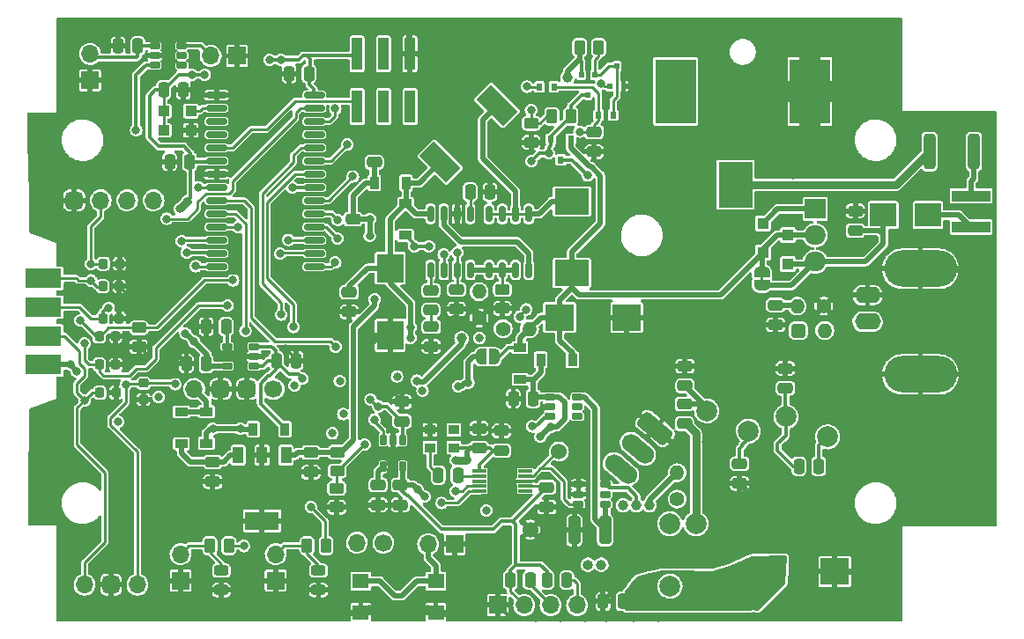
<source format=gbr>
%TF.GenerationSoftware,KiCad,Pcbnew,(6.0.4-0)*%
%TF.CreationDate,2024-05-06T18:19:14-04:00*%
%TF.ProjectId,SignalSlinger,5369676e-616c-4536-9c69-6e6765722e6b,rev?*%
%TF.SameCoordinates,Original*%
%TF.FileFunction,Copper,L1,Top*%
%TF.FilePolarity,Positive*%
%FSLAX46Y46*%
G04 Gerber Fmt 4.6, Leading zero omitted, Abs format (unit mm)*
G04 Created by KiCad (PCBNEW (6.0.4-0)) date 2024-05-06 18:19:14*
%MOMM*%
%LPD*%
G01*
G04 APERTURE LIST*
G04 Aperture macros list*
%AMRoundRect*
0 Rectangle with rounded corners*
0 $1 Rounding radius*
0 $2 $3 $4 $5 $6 $7 $8 $9 X,Y pos of 4 corners*
0 Add a 4 corners polygon primitive as box body*
4,1,4,$2,$3,$4,$5,$6,$7,$8,$9,$2,$3,0*
0 Add four circle primitives for the rounded corners*
1,1,$1+$1,$2,$3*
1,1,$1+$1,$4,$5*
1,1,$1+$1,$6,$7*
1,1,$1+$1,$8,$9*
0 Add four rect primitives between the rounded corners*
20,1,$1+$1,$2,$3,$4,$5,0*
20,1,$1+$1,$4,$5,$6,$7,0*
20,1,$1+$1,$6,$7,$8,$9,0*
20,1,$1+$1,$8,$9,$2,$3,0*%
%AMHorizOval*
0 Thick line with rounded ends*
0 $1 width*
0 $2 $3 position (X,Y) of the first rounded end (center of the circle)*
0 $4 $5 position (X,Y) of the second rounded end (center of the circle)*
0 Add line between two ends*
20,1,$1,$2,$3,$4,$5,0*
0 Add two circle primitives to create the rounded ends*
1,1,$1,$2,$3*
1,1,$1,$4,$5*%
%AMRotRect*
0 Rectangle, with rotation*
0 The origin of the aperture is its center*
0 $1 length*
0 $2 width*
0 $3 Rotation angle, in degrees counterclockwise*
0 Add horizontal line*
21,1,$1,$2,0,0,$3*%
%AMOutline4P*
0 Free polygon, 4 corners , with rotation*
0 The origin of the aperture is its center*
0 number of corners: always 4*
0 $1 to $8 corner X, Y*
0 $9 Rotation angle, in degrees counterclockwise*
0 create outline with 4 corners*
4,1,4,$1,$2,$3,$4,$5,$6,$7,$8,$1,$2,$9*%
%AMFreePoly0*
4,1,22,0.500000,-0.750000,0.000000,-0.750000,0.000000,-0.745033,-0.079941,-0.743568,-0.215256,-0.701293,-0.333266,-0.622738,-0.424486,-0.514219,-0.481581,-0.384460,-0.499164,-0.250000,-0.500000,-0.250000,-0.500000,0.250000,-0.499164,0.250000,-0.499963,0.256109,-0.478152,0.396186,-0.417904,0.524511,-0.324060,0.630769,-0.204165,0.706417,-0.067858,0.745374,0.000000,0.744959,0.000000,0.750000,
0.500000,0.750000,0.500000,-0.750000,0.500000,-0.750000,$1*%
%AMFreePoly1*
4,1,20,0.000000,0.744959,0.073905,0.744508,0.209726,0.703889,0.328688,0.626782,0.421226,0.519385,0.479903,0.390333,0.500000,0.250000,0.500000,-0.250000,0.499851,-0.262216,0.476331,-0.402017,0.414519,-0.529596,0.319384,-0.634700,0.198574,-0.708877,0.061801,-0.746166,0.000000,-0.745033,0.000000,-0.750000,-0.500000,-0.750000,-0.500000,0.750000,0.000000,0.750000,0.000000,0.744959,
0.000000,0.744959,$1*%
G04 Aperture macros list end*
%TA.AperFunction,ComponentPad*%
%ADD10R,1.700000X1.700000*%
%TD*%
%TA.AperFunction,ComponentPad*%
%ADD11O,1.700000X1.700000*%
%TD*%
%TA.AperFunction,SMDPad,CuDef*%
%ADD12RoundRect,0.150000X0.150000X-0.625000X0.150000X0.625000X-0.150000X0.625000X-0.150000X-0.625000X0*%
%TD*%
%TA.AperFunction,SMDPad,CuDef*%
%ADD13RoundRect,0.218750X-0.218750X-0.256250X0.218750X-0.256250X0.218750X0.256250X-0.218750X0.256250X0*%
%TD*%
%TA.AperFunction,SMDPad,CuDef*%
%ADD14RoundRect,0.250000X-0.262500X-0.450000X0.262500X-0.450000X0.262500X0.450000X-0.262500X0.450000X0*%
%TD*%
%TA.AperFunction,SMDPad,CuDef*%
%ADD15RoundRect,0.250000X-0.250000X-0.475000X0.250000X-0.475000X0.250000X0.475000X-0.250000X0.475000X0*%
%TD*%
%TA.AperFunction,SMDPad,CuDef*%
%ADD16R,1.200000X0.850000*%
%TD*%
%TA.AperFunction,SMDPad,CuDef*%
%ADD17RoundRect,0.250000X0.250000X0.475000X-0.250000X0.475000X-0.250000X-0.475000X0.250000X-0.475000X0*%
%TD*%
%TA.AperFunction,SMDPad,CuDef*%
%ADD18RoundRect,0.150000X-0.150000X0.400000X-0.150000X-0.400000X0.150000X-0.400000X0.150000X0.400000X0*%
%TD*%
%TA.AperFunction,ComponentPad*%
%ADD19RoundRect,0.350000X-0.350000X-0.350000X0.350000X-0.350000X0.350000X0.350000X-0.350000X0.350000X0*%
%TD*%
%TA.AperFunction,ComponentPad*%
%ADD20O,1.400000X1.400000*%
%TD*%
%TA.AperFunction,SMDPad,CuDef*%
%ADD21RoundRect,0.243750X0.456250X-0.243750X0.456250X0.243750X-0.456250X0.243750X-0.456250X-0.243750X0*%
%TD*%
%TA.AperFunction,SMDPad,CuDef*%
%ADD22RoundRect,0.250000X-0.475000X0.250000X-0.475000X-0.250000X0.475000X-0.250000X0.475000X0.250000X0*%
%TD*%
%TA.AperFunction,SMDPad,CuDef*%
%ADD23RoundRect,0.250000X0.450000X-0.262500X0.450000X0.262500X-0.450000X0.262500X-0.450000X-0.262500X0*%
%TD*%
%TA.AperFunction,SMDPad,CuDef*%
%ADD24R,0.600000X0.700000*%
%TD*%
%TA.AperFunction,SMDPad,CuDef*%
%ADD25R,2.500000X2.300000*%
%TD*%
%TA.AperFunction,SMDPad,CuDef*%
%ADD26RoundRect,0.218750X0.218750X0.256250X-0.218750X0.256250X-0.218750X-0.256250X0.218750X-0.256250X0*%
%TD*%
%TA.AperFunction,SMDPad,CuDef*%
%ADD27R,1.000000X3.150000*%
%TD*%
%TA.AperFunction,SMDPad,CuDef*%
%ADD28R,1.000000X1.600000*%
%TD*%
%TA.AperFunction,SMDPad,CuDef*%
%ADD29R,3.300000X1.800000*%
%TD*%
%TA.AperFunction,ComponentPad*%
%ADD30C,1.700000*%
%TD*%
%TA.AperFunction,SMDPad,CuDef*%
%ADD31R,1.100000X1.100000*%
%TD*%
%TA.AperFunction,SMDPad,CuDef*%
%ADD32C,1.524000*%
%TD*%
%TA.AperFunction,ComponentPad*%
%ADD33C,0.600000*%
%TD*%
%TA.AperFunction,SMDPad,CuDef*%
%ADD34RoundRect,0.250000X0.475000X-0.250000X0.475000X0.250000X-0.475000X0.250000X-0.475000X-0.250000X0*%
%TD*%
%TA.AperFunction,SMDPad,CuDef*%
%ADD35R,0.470000X0.600000*%
%TD*%
%TA.AperFunction,SMDPad,CuDef*%
%ADD36R,3.300000X4.400000*%
%TD*%
%TA.AperFunction,SMDPad,CuDef*%
%ADD37R,3.900000X6.200000*%
%TD*%
%TA.AperFunction,SMDPad,CuDef*%
%ADD38R,2.770000X2.550000*%
%TD*%
%TA.AperFunction,SMDPad,CuDef*%
%ADD39RoundRect,0.250000X-0.450000X0.262500X-0.450000X-0.262500X0.450000X-0.262500X0.450000X0.262500X0*%
%TD*%
%TA.AperFunction,SMDPad,CuDef*%
%ADD40Outline4P,-0.999490X-1.799590X0.999490X-1.799590X0.999490X1.799590X-0.999490X1.799590X45.000000*%
%TD*%
%TA.AperFunction,SMDPad,CuDef*%
%ADD41RotRect,1.998980X3.599180X45.000000*%
%TD*%
%TA.AperFunction,SMDPad,CuDef*%
%ADD42FreePoly0,180.000000*%
%TD*%
%TA.AperFunction,SMDPad,CuDef*%
%ADD43FreePoly1,180.000000*%
%TD*%
%TA.AperFunction,SMDPad,CuDef*%
%ADD44R,1.050000X1.000000*%
%TD*%
%TA.AperFunction,SMDPad,CuDef*%
%ADD45R,0.850000X1.200000*%
%TD*%
%TA.AperFunction,SMDPad,CuDef*%
%ADD46R,3.300000X2.500000*%
%TD*%
%TA.AperFunction,SMDPad,CuDef*%
%ADD47RoundRect,0.150000X-0.400000X-0.150000X0.400000X-0.150000X0.400000X0.150000X-0.400000X0.150000X0*%
%TD*%
%TA.AperFunction,ComponentPad*%
%ADD48C,1.400000*%
%TD*%
%TA.AperFunction,SMDPad,CuDef*%
%ADD49R,2.550000X2.770000*%
%TD*%
%TA.AperFunction,SMDPad,CuDef*%
%ADD50FreePoly0,90.000000*%
%TD*%
%TA.AperFunction,SMDPad,CuDef*%
%ADD51FreePoly1,90.000000*%
%TD*%
%TA.AperFunction,ComponentPad*%
%ADD52C,1.000000*%
%TD*%
%TA.AperFunction,SMDPad,CuDef*%
%ADD53R,3.700000X1.100000*%
%TD*%
%TA.AperFunction,SMDPad,CuDef*%
%ADD54R,1.000000X0.900000*%
%TD*%
%TA.AperFunction,SMDPad,CuDef*%
%ADD55RoundRect,0.150000X0.875000X0.150000X-0.875000X0.150000X-0.875000X-0.150000X0.875000X-0.150000X0*%
%TD*%
%TA.AperFunction,SMDPad,CuDef*%
%ADD56RoundRect,0.218750X-0.256250X0.218750X-0.256250X-0.218750X0.256250X-0.218750X0.256250X0.218750X0*%
%TD*%
%TA.AperFunction,ComponentPad*%
%ADD57HorizOval,1.699260X-0.689769X0.578785X0.689769X-0.578785X0*%
%TD*%
%TA.AperFunction,ComponentPad*%
%ADD58RoundRect,0.424815X1.288262X-0.526424X-0.742131X1.177278X-1.288262X0.526424X0.742131X-1.177278X0*%
%TD*%
%TA.AperFunction,SMDPad,CuDef*%
%ADD59RoundRect,0.150000X0.400000X0.150000X-0.400000X0.150000X-0.400000X-0.150000X0.400000X-0.150000X0*%
%TD*%
%TA.AperFunction,SMDPad,CuDef*%
%ADD60RoundRect,0.250000X0.312500X1.450000X-0.312500X1.450000X-0.312500X-1.450000X0.312500X-1.450000X0*%
%TD*%
%TA.AperFunction,ComponentPad*%
%ADD61C,2.000000*%
%TD*%
%TA.AperFunction,SMDPad,CuDef*%
%ADD62R,1.400000X0.300000*%
%TD*%
%TA.AperFunction,ComponentPad*%
%ADD63O,2.500000X1.600000*%
%TD*%
%TA.AperFunction,ComponentPad*%
%ADD64O,7.000000X3.500000*%
%TD*%
%TA.AperFunction,ComponentPad*%
%ADD65O,1.000000X1.000000*%
%TD*%
%TA.AperFunction,SMDPad,CuDef*%
%ADD66RoundRect,0.250000X0.325000X1.100000X-0.325000X1.100000X-0.325000X-1.100000X0.325000X-1.100000X0*%
%TD*%
%TA.AperFunction,SMDPad,CuDef*%
%ADD67RoundRect,0.250000X0.262500X0.450000X-0.262500X0.450000X-0.262500X-0.450000X0.262500X-0.450000X0*%
%TD*%
%TA.AperFunction,SMDPad,CuDef*%
%ADD68R,1.600000X1.400000*%
%TD*%
%TA.AperFunction,ComponentPad*%
%ADD69RoundRect,0.425000X-0.425000X0.425000X-0.425000X-0.425000X0.425000X-0.425000X0.425000X0.425000X0*%
%TD*%
%TA.AperFunction,ComponentPad*%
%ADD70R,2.000000X1.905000*%
%TD*%
%TA.AperFunction,ComponentPad*%
%ADD71O,2.000000X1.905000*%
%TD*%
%TA.AperFunction,ComponentPad*%
%ADD72RoundRect,0.425000X0.425000X-0.425000X0.425000X0.425000X-0.425000X0.425000X-0.425000X-0.425000X0*%
%TD*%
%TA.AperFunction,SMDPad,CuDef*%
%ADD73R,3.480000X1.846667*%
%TD*%
%TA.AperFunction,ViaPad*%
%ADD74C,0.800000*%
%TD*%
%TA.AperFunction,ViaPad*%
%ADD75C,1.000000*%
%TD*%
%TA.AperFunction,Conductor*%
%ADD76C,0.350000*%
%TD*%
%TA.AperFunction,Conductor*%
%ADD77C,0.500000*%
%TD*%
%TA.AperFunction,Conductor*%
%ADD78C,0.250000*%
%TD*%
%TA.AperFunction,Conductor*%
%ADD79C,0.750000*%
%TD*%
G04 APERTURE END LIST*
%TO.C,J202*%
G36*
X117240000Y-85550000D02*
G01*
X116990000Y-85550000D01*
X116990000Y-85050000D01*
X117240000Y-85050000D01*
X117240000Y-85550000D01*
G37*
%TD*%
D10*
%TO.P,J104,1,Pin_1*%
%TO.N,GND*%
X61270000Y-114320000D03*
D11*
%TO.P,J104,2,Pin_2*%
%TO.N,Net-(D103-Pad2)*%
X61270000Y-111780000D03*
%TD*%
D12*
%TO.P,Q201,1,S*%
%TO.N,Net-(Q201-Pad1)*%
X90905000Y-84450000D03*
%TO.P,Q201,2,S*%
X92175000Y-84450000D03*
%TO.P,Q201,3,S*%
X93445000Y-84450000D03*
%TO.P,Q201,4,G*%
%TO.N,Net-(Q201-Pad4)*%
X94715000Y-84450000D03*
%TO.P,Q201,5,D*%
%TO.N,Net-(D210-Pad2)*%
X94715000Y-79050000D03*
%TO.P,Q201,6,D*%
X93445000Y-79050000D03*
%TO.P,Q201,7,D*%
X92175000Y-79050000D03*
%TO.P,Q201,8,D*%
X90905000Y-79050000D03*
%TD*%
D13*
%TO.P,D106,1,A1*%
%TO.N,Net-(D106-Pad1)*%
X53472500Y-93550000D03*
%TO.P,D106,2,A2*%
%TO.N,GND*%
X55047500Y-93550000D03*
%TD*%
D14*
%TO.P,R104,1*%
%TO.N,Net-(D103-Pad2)*%
X64080000Y-110970000D03*
%TO.P,R104,2*%
%TO.N,Net-(R104-Pad2)*%
X65905000Y-110970000D03*
%TD*%
D15*
%TO.P,C214,1*%
%TO.N,Net-(C214-Pad1)*%
X89100000Y-76940000D03*
%TO.P,C214,2*%
%TO.N,GND*%
X91000000Y-76940000D03*
%TD*%
D16*
%TO.P,D206,1,K*%
%TO.N,Net-(D206-Pad1)*%
X63750000Y-98065000D03*
%TO.P,D206,2,A*%
%TO.N,V+_Charging*%
X63750000Y-101115000D03*
%TD*%
D17*
%TO.P,C102,1*%
%TO.N,+3V3*%
X73610000Y-65560000D03*
%TO.P,C102,2*%
%TO.N,GND*%
X71710000Y-65560000D03*
%TD*%
D18*
%TO.P,U202,1,VIN*%
%TO.N,Net-(C203-Pad2)*%
X82609792Y-100780000D03*
%TO.P,U202,2,GND*%
%TO.N,GND*%
X81659792Y-100780000D03*
%TO.P,U202,3,ON/~{OFF}*%
%TO.N,V3V3_PWR_ENABLE*%
X80709792Y-100780000D03*
%TO.P,U202,4,BP*%
%TO.N,Net-(C209-Pad1)*%
X80709792Y-103380000D03*
%TO.P,U202,5,VOUT*%
%TO.N,VDD*%
X82609792Y-103380000D03*
%TD*%
D19*
%TO.P,R1,1*%
%TO.N,Net-(C208-Pad1)*%
X120620000Y-90270000D03*
D20*
%TO.P,R1,2*%
%TO.N,Vdrive*%
X123160000Y-90270000D03*
%TD*%
D21*
%TO.P,D103,1,K*%
%TO.N,GND*%
X65185000Y-115237500D03*
%TO.P,D103,2,A*%
%TO.N,Net-(D103-Pad2)*%
X65185000Y-113362500D03*
%TD*%
D22*
%TO.P,C108,1*%
%TO.N,VDD*%
X96450000Y-105340000D03*
%TO.P,C108,2*%
%TO.N,GND*%
X96450000Y-107240000D03*
%TD*%
D10*
%TO.P,J203,1,Pin_1*%
%TO.N,GND*%
X52570000Y-66205000D03*
D11*
%TO.P,J203,2,Pin_2*%
%TO.N,Net-(C216-Pad1)*%
X52570000Y-63665000D03*
%TD*%
D12*
%TO.P,U206,1,COMP*%
%TO.N,Net-(R202-Pad2)*%
X85285000Y-84450000D03*
%TO.P,U206,2,FB*%
%TO.N,Net-(R3-Pad1)*%
X86555000Y-84450000D03*
%TO.P,U206,3,EN/UVLO*%
%TO.N,BOOST_PWR_ENABLE*%
X87825000Y-84450000D03*
%TO.P,U206,4,CS*%
%TO.N,Net-(Q201-Pad1)*%
X89095000Y-84450000D03*
%TO.P,U206,5,VDD*%
%TO.N,Net-(C214-Pad1)*%
X89095000Y-79050000D03*
%TO.P,U206,6,GND*%
%TO.N,GND*%
X87825000Y-79050000D03*
%TO.P,U206,7,OUTN*%
%TO.N,Net-(Q201-Pad4)*%
X86555000Y-79050000D03*
%TO.P,U206,8,VIN*%
%TO.N,Net-(C212-Pad1)*%
X85285000Y-79050000D03*
%TD*%
D23*
%TO.P,R203,1*%
%TO.N,GND*%
X92190000Y-88142500D03*
%TO.P,R203,2*%
%TO.N,Net-(Q201-Pad1)*%
X92190000Y-86317500D03*
%TD*%
D13*
%TO.P,D110,1,A1*%
%TO.N,Straightkey*%
X53812500Y-89090000D03*
%TO.P,D110,2,A2*%
%TO.N,GND*%
X55387500Y-89090000D03*
%TD*%
D22*
%TO.P,C211,1*%
%TO.N,Net-(C211-Pad1)*%
X85350000Y-89900000D03*
%TO.P,C211,2*%
%TO.N,GND*%
X85350000Y-91800000D03*
%TD*%
D24*
%TO.P,D201,1,K*%
%TO.N,Vdrive*%
X98750000Y-71870000D03*
%TO.P,D201,2,K*%
%TO.N,+VSW*%
X96850000Y-71870000D03*
%TO.P,D201,3,A*%
%TO.N,Net-(C203-Pad2)*%
X97800000Y-73870000D03*
%TD*%
D23*
%TO.P,R103,1*%
%TO.N,GND*%
X94960000Y-72162500D03*
%TO.P,R103,2*%
%TO.N,Vbat*%
X94960000Y-70337500D03*
%TD*%
D25*
%TO.P,D202,1,K*%
%TO.N,V_ext*%
X128790000Y-79170000D03*
%TO.P,D202,2,A*%
%TO.N,Net-(D202-Pad2)*%
X133090000Y-79170000D03*
%TD*%
D26*
%TO.P,D109,1,A1*%
%TO.N,GND*%
X55407500Y-83840000D03*
%TO.P,D109,2,A2*%
%TO.N,Paddle_Dit*%
X53832500Y-83840000D03*
%TD*%
D27*
%TO.P,P101,1,Pin_1*%
%TO.N,Net-(P101-Pad1)*%
X78230000Y-68725000D03*
%TO.P,P101,2,Pin_2*%
%TO.N,+3V3*%
X78230000Y-63675000D03*
%TO.P,P101,3,Pin_3*%
%TO.N,unconnected-(P101-Pad3)*%
X80770000Y-68725000D03*
%TO.P,P101,4,Pin_4*%
%TO.N,unconnected-(P101-Pad4)*%
X80770000Y-63675000D03*
%TO.P,P101,5,Pin_5*%
%TO.N,unconnected-(P101-Pad5)*%
X83310000Y-68725000D03*
%TO.P,P101,6,Pin_6*%
%TO.N,GND*%
X83310000Y-63675000D03*
%TD*%
D28*
%TO.P,U205,1,IN*%
%TO.N,V_ext*%
X71400000Y-102270000D03*
D29*
%TO.P,U205,2,GND*%
%TO.N,GND*%
X69100000Y-108570000D03*
D28*
X69100000Y-102270000D03*
%TO.P,U205,3,OUT*%
%TO.N,Net-(C218-Pad1)*%
X66800000Y-102270000D03*
%TD*%
D30*
%TO.P,J101,1,Pin_1*%
%TO.N,Net-(J101-Pad1)*%
X80750000Y-110685000D03*
D11*
%TO.P,J101,2,Pin_2*%
%TO.N,+BATT*%
X78210000Y-110685000D03*
%TD*%
D31*
%TO.P,D209,1,K*%
%TO.N,Vdrive*%
X117225000Y-82762500D03*
%TO.P,D209,2,A*%
%TO.N,Net-(C208-Pad1)*%
X117225000Y-79962500D03*
%TD*%
D32*
%TO.P,W101,1,1*%
%TO.N,CLK1*%
X97610000Y-101910000D03*
D33*
X97610000Y-101910000D03*
D32*
%TO.P,W101,2,GND*%
%TO.N,GND*%
X94873839Y-109427541D03*
D33*
X94873839Y-109427541D03*
%TD*%
D34*
%TO.P,C301,1*%
%TO.N,RF_Raw*%
X109670000Y-99230000D03*
%TO.P,C301,2*%
%TO.N,Net-(C301-Pad2)*%
X109670000Y-97330000D03*
%TD*%
D22*
%TO.P,C213,1*%
%TO.N,Net-(C212-Pad1)*%
X77480000Y-86580000D03*
%TO.P,C213,2*%
%TO.N,GND*%
X77480000Y-88480000D03*
%TD*%
D34*
%TO.P,C105,1*%
%TO.N,VDD*%
X89940000Y-101580000D03*
%TO.P,C105,2*%
%TO.N,GND*%
X89940000Y-99680000D03*
%TD*%
D15*
%TO.P,C101,1*%
%TO.N,+3V3*%
X59640000Y-67130000D03*
%TO.P,C101,2*%
%TO.N,GND*%
X61540000Y-67130000D03*
%TD*%
D35*
%TO.P,Q102,1,G*%
%TO.N,Power_enable*%
X102540000Y-66760000D03*
%TO.P,Q102,2,S*%
%TO.N,GND*%
X103840000Y-66760000D03*
%TO.P,Q102,3,D*%
%TO.N,Net-(D101-Pad2)*%
X103190000Y-64860000D03*
%TD*%
D17*
%TO.P,C203,1*%
%TO.N,GND*%
X72370000Y-93170000D03*
%TO.P,C203,2*%
%TO.N,Net-(C203-Pad2)*%
X70470000Y-93170000D03*
%TD*%
D36*
%TO.P,J201,1*%
%TO.N,Net-(F201-Pad2)*%
X114580000Y-76260000D03*
D37*
%TO.P,J201,2*%
%TO.N,GND*%
X121730000Y-67260000D03*
%TO.P,J201,3*%
%TO.N,unconnected-(J201-Pad3)*%
X108830000Y-67260000D03*
%TD*%
D34*
%TO.P,C210,1*%
%TO.N,GND*%
X82400000Y-107040000D03*
%TO.P,C210,2*%
%TO.N,VDD*%
X82400000Y-105140000D03*
%TD*%
D22*
%TO.P,C208,1*%
%TO.N,Net-(C208-Pad1)*%
X118440000Y-87830000D03*
%TO.P,C208,2*%
%TO.N,GND*%
X118440000Y-89730000D03*
%TD*%
D10*
%TO.P,J103,1,Pin_1*%
%TO.N,GND*%
X87600000Y-110825000D03*
D11*
%TO.P,J103,2,Pin_2*%
%TO.N,Net-(C104-Pad1)*%
X85060000Y-110825000D03*
%TD*%
D38*
%TO.P,C215,1*%
%TO.N,Vdrive*%
X97680000Y-89020000D03*
%TO.P,C215,2*%
%TO.N,GND*%
X104140000Y-89020000D03*
%TD*%
D34*
%TO.P,R202,1*%
%TO.N,Net-(C211-Pad1)*%
X85330000Y-88310000D03*
%TO.P,R202,2*%
%TO.N,Net-(R202-Pad2)*%
X85330000Y-86410000D03*
%TD*%
D15*
%TO.P,C103,1*%
%TO.N,GND*%
X60230000Y-74020000D03*
%TO.P,C103,2*%
%TO.N,+3V3*%
X62130000Y-74020000D03*
%TD*%
D39*
%TO.P,R106,1*%
%TO.N,Net-(D105-Pad2)*%
X57260000Y-90007500D03*
%TO.P,R106,2*%
%TO.N,GND*%
X57260000Y-91832500D03*
%TD*%
D17*
%TO.P,C216,1*%
%TO.N,Net-(C216-Pad1)*%
X57170000Y-62890000D03*
%TO.P,C216,2*%
%TO.N,GND*%
X55270000Y-62890000D03*
%TD*%
D22*
%TO.P,C204,1*%
%TO.N,GND*%
X126100000Y-78760000D03*
%TO.P,C204,2*%
%TO.N,V_ext*%
X126100000Y-80660000D03*
%TD*%
D31*
%TO.P,D208,1,K*%
%TO.N,V_ext*%
X119625000Y-83882500D03*
%TO.P,D208,2,A*%
%TO.N,Vdrive*%
X119625000Y-81082500D03*
%TD*%
D17*
%TO.P,C107,1*%
%TO.N,Net-(C107-Pad1)*%
X87920000Y-104170000D03*
%TO.P,C107,2*%
%TO.N,Net-(C107-Pad2)*%
X86020000Y-104170000D03*
%TD*%
D35*
%TO.P,Q101,1,G*%
%TO.N,Net-(D101-Pad2)*%
X101060000Y-65690000D03*
%TO.P,Q101,2,S*%
%TO.N,Net-(J101-Pad1)*%
X99760000Y-65690000D03*
%TO.P,Q101,3,D*%
%TO.N,+VSW*%
X100410000Y-67590000D03*
%TD*%
D21*
%TO.P,D104,1,K*%
%TO.N,GND*%
X74525000Y-115237500D03*
%TO.P,D104,2,A*%
%TO.N,Net-(D104-Pad2)*%
X74525000Y-113362500D03*
%TD*%
D16*
%TO.P,D204,1,K*%
%TO.N,Net-(C212-Pad1)*%
X82880000Y-78062500D03*
%TO.P,D204,2,A*%
%TO.N,+VSW*%
X82880000Y-81112500D03*
%TD*%
D14*
%TO.P,R105,1*%
%TO.N,Net-(D104-Pad2)*%
X73422500Y-110970000D03*
%TO.P,R105,2*%
%TO.N,Net-(R105-Pad2)*%
X75247500Y-110970000D03*
%TD*%
D40*
%TO.P,L202,1,1*%
%TO.N,Net-(D210-Pad2)*%
X91670000Y-68610000D03*
D41*
%TO.P,L202,2,2*%
%TO.N,Net-(C212-Pad1)*%
X86210000Y-74070000D03*
%TD*%
D22*
%TO.P,C218,1*%
%TO.N,Net-(C218-Pad1)*%
X64350000Y-102910000D03*
%TO.P,C218,2*%
%TO.N,GND*%
X64350000Y-104810000D03*
%TD*%
D34*
%TO.P,C205,1*%
%TO.N,GND*%
X77840000Y-81450000D03*
%TO.P,C205,2*%
%TO.N,V_ext*%
X77840000Y-79550000D03*
%TD*%
D15*
%TO.P,C304,1*%
%TO.N,Net-(C304-Pad1)*%
X120680000Y-103330000D03*
%TO.P,C304,2*%
%TO.N,Net-(C303-Pad2)*%
X122580000Y-103330000D03*
%TD*%
D42*
%TO.P,JP202,1,A*%
%TO.N,Vdrive*%
X91420000Y-92780000D03*
D43*
%TO.P,JP202,2,B*%
%TO.N,Net-(C212-Pad1)*%
X90120000Y-92780000D03*
%TD*%
D44*
%TO.P,X101,1,VC*%
%TO.N,+3V3*%
X59662500Y-71020000D03*
%TO.P,X101,2,GND*%
%TO.N,GND*%
X62262500Y-71020000D03*
%TO.P,X101,3,OUT*%
%TO.N,Net-(U101-Pad16)*%
X62262500Y-69170000D03*
%TO.P,X101,4,VDD*%
%TO.N,+3V3*%
X59662500Y-69170000D03*
%TD*%
D34*
%TO.P,C106,1*%
%TO.N,VDD*%
X92100000Y-101820000D03*
%TO.P,C106,2*%
%TO.N,GND*%
X92100000Y-99920000D03*
%TD*%
D45*
%TO.P,D115,1,K*%
%TO.N,Net-(C109-Pad2)*%
X95865000Y-93080000D03*
%TO.P,D115,2,A*%
%TO.N,Vdrive*%
X98915000Y-93080000D03*
%TD*%
D17*
%TO.P,R107,1*%
%TO.N,Net-(R107-Pad1)*%
X94850000Y-114270000D03*
%TO.P,R107,2*%
%TO.N,VDD*%
X92950000Y-114270000D03*
%TD*%
%TO.P,C202,1*%
%TO.N,Net-(C202-Pad1)*%
X65640000Y-89880000D03*
%TO.P,C202,2*%
%TO.N,GND*%
X63740000Y-89880000D03*
%TD*%
D45*
%TO.P,D203,1,K*%
%TO.N,Net-(C203-Pad2)*%
X71295000Y-99760000D03*
%TO.P,D203,2,A*%
%TO.N,V+_Charging*%
X68245000Y-99760000D03*
%TD*%
D22*
%TO.P,C207,1*%
%TO.N,GND*%
X79870000Y-72180000D03*
%TO.P,C207,2*%
%TO.N,V_ext*%
X79870000Y-74080000D03*
%TD*%
D16*
%TO.P,D207,1,K*%
%TO.N,Net-(D206-Pad1)*%
X61350000Y-98105000D03*
%TO.P,D207,2,A*%
%TO.N,Net-(C218-Pad1)*%
X61350000Y-101155000D03*
%TD*%
D46*
%TO.P,D210,1,K*%
%TO.N,Vdrive*%
X98850000Y-84750000D03*
%TO.P,D210,2,A*%
%TO.N,Net-(D210-Pad2)*%
X98850000Y-77850000D03*
%TD*%
D22*
%TO.P,C209,1*%
%TO.N,Net-(C209-Pad1)*%
X80250000Y-105140000D03*
%TO.P,C209,2*%
%TO.N,GND*%
X80250000Y-107040000D03*
%TD*%
D47*
%TO.P,U204,1,VIN*%
%TO.N,Net-(C216-Pad1)*%
X58800000Y-62875000D03*
%TO.P,U204,2,GND*%
%TO.N,GND*%
X58800000Y-63825000D03*
%TO.P,U204,3,EN/UVLO*%
%TO.N,Fan_Contr*%
X58800000Y-64775000D03*
%TO.P,U204,4,CT*%
%TO.N,unconnected-(U204-Pad4)*%
X61400000Y-64775000D03*
%TO.P,U204,5,QOD*%
%TO.N,unconnected-(U204-Pad5)*%
X61400000Y-63825000D03*
%TO.P,U204,6,VOUT*%
%TO.N,Net-(J204-Pad2)*%
X61400000Y-62875000D03*
%TD*%
D24*
%TO.P,D101,1,K*%
%TO.N,Net-(C104-Pad1)*%
X101420000Y-69540000D03*
%TO.P,D101,2,A*%
%TO.N,Net-(D101-Pad2)*%
X102820000Y-69540000D03*
%TD*%
D48*
%TO.P,R4,1*%
%TO.N,GND*%
X89960000Y-89070000D03*
D20*
%TO.P,R4,2*%
%TO.N,Net-(R3-Pad1)*%
X89960000Y-86530000D03*
%TD*%
D49*
%TO.P,C212,1*%
%TO.N,Net-(C212-Pad1)*%
X81410000Y-84280000D03*
%TO.P,C212,2*%
%TO.N,GND*%
X81410000Y-90740000D03*
%TD*%
D13*
%TO.P,D112,1,A1*%
%TO.N,Frequency Down*%
X53492500Y-96250000D03*
%TO.P,D112,2,A2*%
%TO.N,GND*%
X55067500Y-96250000D03*
%TD*%
D50*
%TO.P,J202,1,A*%
%TO.N,V_ext*%
X117120000Y-85940000D03*
D51*
%TO.P,J202,2,B*%
%TO.N,Vdrive*%
X117120000Y-84640000D03*
%TD*%
D15*
%TO.P,C109,1*%
%TO.N,GND*%
X93240000Y-96800000D03*
%TO.P,C109,2*%
%TO.N,Net-(C109-Pad2)*%
X95140000Y-96800000D03*
%TD*%
%TO.P,C201,1*%
%TO.N,GND*%
X61830000Y-93460000D03*
%TO.P,C201,2*%
%TO.N,+3V3*%
X63730000Y-93460000D03*
%TD*%
D52*
%TO.P,JP101,1,A*%
%TO.N,Net-(JP101-Pad1)*%
X103785000Y-107090000D03*
%TO.P,JP101,2,C*%
%TO.N,Net-(JP101-Pad2)*%
X105055000Y-107090000D03*
%TO.P,JP101,3,B*%
%TO.N,Net-(JP101-Pad3)*%
X106325000Y-107090000D03*
%TD*%
D34*
%TO.P,C303,1*%
%TO.N,GND*%
X114980000Y-104980000D03*
%TO.P,C303,2*%
%TO.N,Net-(C303-Pad2)*%
X114980000Y-103080000D03*
%TD*%
D53*
%TO.P,L201,1,1*%
%TO.N,Net-(F201-Pad1)*%
X137220000Y-77320000D03*
%TO.P,L201,2,2*%
%TO.N,Net-(D202-Pad2)*%
X137220000Y-80320000D03*
%TD*%
D54*
%TO.P,X102,1,NC*%
%TO.N,unconnected-(X102-Pad1)*%
X87530000Y-99830000D03*
%TO.P,X102,2,GND*%
%TO.N,GND*%
X85230000Y-99830000D03*
%TO.P,X102,3,OUT*%
%TO.N,Net-(C107-Pad2)*%
X85230000Y-101530000D03*
%TO.P,X102,4,Vcc*%
%TO.N,VDD*%
X87530000Y-101530000D03*
%TD*%
D24*
%TO.P,D102,1,K*%
%TO.N,Net-(C104-Pad1)*%
X97140000Y-66830000D03*
%TO.P,D102,2,A*%
%TO.N,Net-(D102-Pad2)*%
X95740000Y-66830000D03*
%TD*%
D34*
%TO.P,C302,1*%
%TO.N,Net-(C301-Pad2)*%
X109740000Y-95600000D03*
%TO.P,C302,2*%
%TO.N,GND*%
X109740000Y-93700000D03*
%TD*%
D47*
%TO.P,U103,1,VIN*%
%TO.N,Net-(C109-Pad2)*%
X96787500Y-96650000D03*
%TO.P,U103,2,GND*%
%TO.N,GND*%
X96787500Y-97600000D03*
%TO.P,U103,3,EN/UVLO*%
%TO.N,FET_DRIVER_ENABLE*%
X96787500Y-98550000D03*
%TO.P,U103,4,CT*%
%TO.N,unconnected-(U103-Pad4)*%
X99387500Y-98550000D03*
%TO.P,U103,5,QOD*%
%TO.N,unconnected-(U103-Pad5)*%
X99387500Y-97600000D03*
%TO.P,U103,6,VOUT*%
%TO.N,Net-(C110-Pad1)*%
X99387500Y-96650000D03*
%TD*%
D10*
%TO.P,J106,1,Pin_1*%
%TO.N,GND*%
X70410000Y-114320000D03*
D11*
%TO.P,J106,2,Pin_2*%
%TO.N,Net-(D104-Pad2)*%
X70410000Y-111780000D03*
%TD*%
D48*
%TO.P,R2,1*%
%TO.N,GND*%
X123060000Y-87920000D03*
D20*
%TO.P,R2,2*%
%TO.N,Net-(C208-Pad1)*%
X120520000Y-87920000D03*
%TD*%
D55*
%TO.P,U101,1,PA7*%
%TO.N,BOOST_PWR_ENABLE*%
X74120000Y-84115000D03*
%TO.P,U101,2,PC0/TxD1*%
%TO.N,Net-(D106-Pad1)*%
X74120000Y-82845000D03*
%TO.P,U101,3,PC1/RxD1*%
%TO.N,Net-(D105-Pad2)*%
X74120000Y-81575000D03*
%TO.P,U101,4,PC2/SDA*%
%TO.N,Net-(R108-Pad1)*%
X74120000Y-80305000D03*
%TO.P,U101,5,PC3/SCL*%
%TO.N,Net-(R107-Pad1)*%
X74120000Y-79035000D03*
%TO.P,U101,6,PD0/AIN0*%
%TO.N,Vbat*%
X74120000Y-77765000D03*
%TO.P,U101,7,PD1*%
%TO.N,Vext*%
X74120000Y-76495000D03*
%TO.P,U101,8,PD2*%
%TO.N,Net-(R104-Pad2)*%
X74120000Y-75225000D03*
%TO.P,U101,9,PD3*%
%TO.N,Net-(D102-Pad2)*%
X74120000Y-73955000D03*
%TO.P,U101,10,PD4*%
%TO.N,Net-(R105-Pad2)*%
X74120000Y-72685000D03*
%TO.P,U101,11,PD5*%
%TO.N,unconnected-(U101-Pad11)*%
X74120000Y-71415000D03*
%TO.P,U101,12,PD6/DAC*%
%TO.N,Frequency Up*%
X74120000Y-70145000D03*
%TO.P,U101,13,PD7*%
%TO.N,Frequency Down*%
X74120000Y-68875000D03*
%TO.P,U101,14,AVDD*%
%TO.N,+3V3*%
X74120000Y-67605000D03*
%TO.P,U101,15,GND*%
%TO.N,GND*%
X64720000Y-67605000D03*
%TO.P,U101,16,PF0/XTAL32k1*%
%TO.N,Net-(U101-Pad16)*%
X64720000Y-68875000D03*
%TO.P,U101,17,PF1/XTAL32k2*%
%TO.N,unconnected-(U101-Pad17)*%
X64720000Y-70145000D03*
%TO.P,U101,18,PF6/~{RESET}*%
%TO.N,unconnected-(U101-Pad18)*%
X64720000Y-71415000D03*
%TO.P,U101,19,UPDI*%
%TO.N,Net-(P101-Pad1)*%
X64720000Y-72685000D03*
%TO.P,U101,20,VDD*%
%TO.N,+3V3*%
X64720000Y-73955000D03*
%TO.P,U101,21,GND*%
%TO.N,GND*%
X64720000Y-75225000D03*
%TO.P,U101,22,PA0/EXTCLK*%
%TO.N,Fan_Contr*%
X64720000Y-76495000D03*
%TO.P,U101,23,PA1*%
%TO.N,FET_DRIVER_ENABLE*%
X64720000Y-77765000D03*
%TO.P,U101,24,PA2*%
%TO.N,V3V3_PWR_ENABLE*%
X64720000Y-79035000D03*
%TO.P,U101,25,PA3*%
%TO.N,Power_enable*%
X64720000Y-80305000D03*
%TO.P,U101,26,PA4/TxD0*%
%TO.N,Paddle_Dit*%
X64720000Y-81575000D03*
%TO.P,U101,27,PA5/RxD0*%
%TO.N,Paddle Dah*%
X64720000Y-82845000D03*
%TO.P,U101,28,PA6*%
%TO.N,Straightkey*%
X64720000Y-84115000D03*
%TD*%
D26*
%TO.P,D108,1,A1*%
%TO.N,GND*%
X55367500Y-86020000D03*
%TO.P,D108,2,A2*%
%TO.N,Paddle Dah*%
X53792500Y-86020000D03*
%TD*%
D34*
%TO.P,R201,1*%
%TO.N,GND*%
X87780000Y-88210000D03*
%TO.P,R201,2*%
%TO.N,BOOST_PWR_ENABLE*%
X87780000Y-86310000D03*
%TD*%
D22*
%TO.P,C104,1*%
%TO.N,Net-(C104-Pad1)*%
X101000000Y-71170000D03*
%TO.P,C104,2*%
%TO.N,GND*%
X101000000Y-73070000D03*
%TD*%
D17*
%TO.P,R108,1*%
%TO.N,Net-(R108-Pad1)*%
X98380000Y-114270000D03*
%TO.P,R108,2*%
%TO.N,VDD*%
X96480000Y-114270000D03*
%TD*%
D56*
%TO.P,D111,1,A1*%
%TO.N,Frequency Up*%
X57700000Y-95332500D03*
%TO.P,D111,2,A2*%
%TO.N,GND*%
X57700000Y-96907500D03*
%TD*%
D57*
%TO.P,Q103,1,G*%
%TO.N,Net-(JP101-Pad1)*%
X103577319Y-103585753D03*
%TO.P,Q103,2,D*%
%TO.N,Net-(L101-Pad2)*%
X105210000Y-101640000D03*
D58*
%TO.P,Q103,3,S*%
%TO.N,GND*%
X106842681Y-99694247D03*
%TD*%
D59*
%TO.P,U104,1,Vdd*%
%TO.N,Net-(C110-Pad1)*%
X102100000Y-106970000D03*
%TO.P,U104,2,Pilot*%
%TO.N,unconnected-(U104-Pad2)*%
X102100000Y-106020000D03*
%TO.P,U104,3,Out*%
%TO.N,Net-(JP101-Pad2)*%
X102100000Y-105070000D03*
%TO.P,U104,4,Vss*%
%TO.N,GND*%
X99500000Y-105070000D03*
%TO.P,U104,5,InB*%
X99500000Y-106020000D03*
%TO.P,U104,6,In*%
%TO.N,CLK1*%
X99500000Y-106970000D03*
%TD*%
D60*
%TO.P,F201,1*%
%TO.N,Net-(F201-Pad1)*%
X137487500Y-73050000D03*
%TO.P,F201,2*%
%TO.N,Net-(F201-Pad2)*%
X133212500Y-73050000D03*
%TD*%
D61*
%TO.P,L301,1,1*%
%TO.N,Net-(C301-Pad2)*%
X111810000Y-97995100D03*
%TO.P,L301,2,2*%
%TO.N,Net-(C303-Pad2)*%
X115810000Y-99938200D03*
%TD*%
%TO.P,L101,1,1*%
%TO.N,Net-(C111-Pad1)*%
X105790000Y-114860000D03*
%TO.P,L101,2,TAP*%
%TO.N,Net-(L101-Pad2)*%
X108290000Y-108860000D03*
X108290000Y-114860000D03*
%TO.P,L101,3,3*%
%TO.N,RF_Raw*%
X110790000Y-108860000D03*
%TD*%
D23*
%TO.P,R205,1*%
%TO.N,GND*%
X76270000Y-107272500D03*
%TO.P,R205,2*%
%TO.N,Vext*%
X76270000Y-105447500D03*
%TD*%
D48*
%TO.P,R109,1*%
%TO.N,Net-(L101-Pad2)*%
X108970000Y-106490000D03*
D20*
%TO.P,R109,2*%
%TO.N,Net-(JP101-Pad3)*%
X108970000Y-103950000D03*
%TD*%
D62*
%TO.P,U102,1,VDD*%
%TO.N,VDD*%
X89990000Y-103750000D03*
%TO.P,U102,2,XA*%
%TO.N,Net-(C107-Pad1)*%
X89990000Y-104250000D03*
%TO.P,U102,3,XB*%
%TO.N,unconnected-(U102-Pad3)*%
X89990000Y-104750000D03*
%TO.P,U102,4,SCL*%
%TO.N,Net-(R107-Pad1)*%
X89990000Y-105250000D03*
%TO.P,U102,5,SDA*%
%TO.N,Net-(R108-Pad1)*%
X89990000Y-105750000D03*
%TO.P,U102,6,CLK2*%
%TO.N,unconnected-(U102-Pad6)*%
X94390000Y-105750000D03*
%TO.P,U102,7,VDDO*%
%TO.N,VDD*%
X94390000Y-105250000D03*
%TO.P,U102,8,GND*%
%TO.N,GND*%
X94390000Y-104750000D03*
%TO.P,U102,9,CLK1*%
%TO.N,CLK1*%
X94390000Y-104250000D03*
%TO.P,U102,10,CLK0*%
%TO.N,unconnected-(U102-Pad10)*%
X94390000Y-103750000D03*
%TD*%
D45*
%TO.P,D205,1,K*%
%TO.N,Net-(C212-Pad1)*%
X82935000Y-76080000D03*
%TO.P,D205,2,A*%
%TO.N,V_ext*%
X79885000Y-76080000D03*
%TD*%
D63*
%TO.P,J301,1,In*%
%TO.N,Net-(C304-Pad1)*%
X127275000Y-89412500D03*
%TO.P,J301,2,Ext*%
%TO.N,GND*%
X127275000Y-86872500D03*
D64*
X132355000Y-84332500D03*
X132355000Y-94492500D03*
%TD*%
D10*
%TO.P,J204,1,Pin_1*%
%TO.N,GND*%
X66700000Y-63850000D03*
D11*
%TO.P,J204,2,Pin_2*%
%TO.N,Net-(J204-Pad2)*%
X64160000Y-63850000D03*
%TD*%
D26*
%TO.P,D105,1,A1*%
%TO.N,GND*%
X55027500Y-90800000D03*
%TO.P,D105,2,A2*%
%TO.N,Net-(D105-Pad2)*%
X53452500Y-90800000D03*
%TD*%
D38*
%TO.P,C111,1*%
%TO.N,Net-(C111-Pad1)*%
X117670000Y-113460000D03*
%TO.P,C111,2*%
%TO.N,GND*%
X124130000Y-113460000D03*
%TD*%
D65*
%TO.P,JP102,1,A*%
%TO.N,Net-(C109-Pad2)*%
X100420000Y-112790000D03*
D52*
%TO.P,JP102,2,B*%
%TO.N,Net-(C111-Pad1)*%
X101690000Y-112790000D03*
%TD*%
D66*
%TO.P,C110,1*%
%TO.N,Net-(C110-Pad1)*%
X102055000Y-109480000D03*
%TO.P,C110,2*%
%TO.N,GND*%
X99105000Y-109480000D03*
%TD*%
D22*
%TO.P,C206,1*%
%TO.N,GND*%
X82560000Y-97110000D03*
%TO.P,C206,2*%
%TO.N,Net-(C203-Pad2)*%
X82560000Y-99010000D03*
%TD*%
D23*
%TO.P,R204,1*%
%TO.N,Vext*%
X76310000Y-103792500D03*
%TO.P,R204,2*%
%TO.N,V_ext*%
X76310000Y-101967500D03*
%TD*%
D16*
%TO.P,D107,1,K*%
%TO.N,Net-(C109-Pad2)*%
X93870000Y-94965000D03*
%TO.P,D107,2,A*%
%TO.N,Vdrive*%
X93870000Y-91915000D03*
%TD*%
D10*
%TO.P,TP101,1,Pin_1*%
%TO.N,GND*%
X91750000Y-116680000D03*
D11*
%TO.P,TP101,2,Pin_2*%
%TO.N,VDD*%
X94290000Y-116680000D03*
%TO.P,TP101,3,Pin_3*%
%TO.N,Net-(R107-Pad1)*%
X96830000Y-116680000D03*
%TO.P,TP101,4,Pin_4*%
%TO.N,Net-(R108-Pad1)*%
X99370000Y-116680000D03*
%TD*%
D67*
%TO.P,R101,1*%
%TO.N,Net-(D101-Pad2)*%
X101432500Y-63030000D03*
%TO.P,R101,2*%
%TO.N,Net-(J101-Pad1)*%
X99607500Y-63030000D03*
%TD*%
D34*
%TO.P,C305,1*%
%TO.N,Net-(C304-Pad1)*%
X119380000Y-95820000D03*
%TO.P,C305,2*%
%TO.N,GND*%
X119380000Y-93920000D03*
%TD*%
D61*
%TO.P,L302,1,1*%
%TO.N,Net-(C303-Pad2)*%
X123430000Y-100494900D03*
%TO.P,L302,2,2*%
%TO.N,Net-(C304-Pad1)*%
X119430000Y-98551800D03*
%TD*%
D14*
%TO.P,R102,1*%
%TO.N,Vbat*%
X96937500Y-69680000D03*
%TO.P,R102,2*%
%TO.N,+VSW*%
X98762500Y-69680000D03*
%TD*%
D15*
%TO.P,C112,1*%
%TO.N,GND*%
X101870000Y-116330000D03*
%TO.P,C112,2*%
%TO.N,Net-(C111-Pad1)*%
X103770000Y-116330000D03*
%TD*%
D48*
%TO.P,R3,1*%
%TO.N,Net-(R3-Pad1)*%
X92260000Y-90100000D03*
D20*
%TO.P,R3,2*%
%TO.N,Vdrive*%
X94800000Y-90100000D03*
%TD*%
D68*
%TO.P,SW101,1,A*%
%TO.N,Net-(C104-Pad1)*%
X78590000Y-114380000D03*
X85790000Y-114380000D03*
%TO.P,SW101,2,B*%
%TO.N,GND*%
X85790000Y-117380000D03*
X78590000Y-117380000D03*
%TD*%
D59*
%TO.P,U201,1,VIN*%
%TO.N,Net-(C203-Pad2)*%
X68340000Y-93700000D03*
%TO.P,U201,2,GND*%
%TO.N,GND*%
X68340000Y-92750000D03*
%TO.P,U201,3,ON/~{OFF}*%
%TO.N,Net-(C203-Pad2)*%
X68340000Y-91800000D03*
%TO.P,U201,4,BP*%
%TO.N,Net-(C202-Pad1)*%
X65740000Y-91800000D03*
%TO.P,U201,5,VOUT*%
%TO.N,+3V3*%
X65740000Y-93700000D03*
%TD*%
D22*
%TO.P,C217,1*%
%TO.N,V_ext*%
X73780000Y-101990000D03*
%TO.P,C217,2*%
%TO.N,GND*%
X73780000Y-103890000D03*
%TD*%
D11*
%TO.P,J102,1,Pin_1*%
%TO.N,Frequency Down*%
X52045000Y-114710000D03*
D69*
%TO.P,J102,2,Pin_2*%
%TO.N,GND*%
X54585000Y-114710000D03*
D11*
%TO.P,J102,3,Pin_3*%
%TO.N,Frequency Up*%
X57125000Y-114710000D03*
%TD*%
D69*
%TO.P,J105,1,Pin_1*%
%TO.N,GND*%
X51052500Y-77750000D03*
D11*
%TO.P,J105,2,Pin_2*%
%TO.N,Paddle_Dit*%
X53592500Y-77750000D03*
%TO.P,J105,3,Pin_3*%
%TO.N,Paddle Dah*%
X56132500Y-77750000D03*
%TO.P,J105,4,Pin_4*%
%TO.N,Straightkey*%
X58672500Y-77750000D03*
%TD*%
D70*
%TO.P,U203,1,ADJ*%
%TO.N,Net-(C208-Pad1)*%
X122240000Y-78560000D03*
D71*
%TO.P,U203,2,VO*%
%TO.N,Vdrive*%
X122240000Y-81100000D03*
%TO.P,U203,3,VI*%
%TO.N,V_ext*%
X122240000Y-83640000D03*
%TD*%
D30*
%TO.P,MOD201,1,Pin_1*%
%TO.N,+BATT*%
X70197500Y-95890000D03*
D72*
%TO.P,MOD201,2,Pin_2*%
%TO.N,GND*%
X67657500Y-95890000D03*
%TO.P,MOD201,3,Pin_3*%
X65117500Y-95890000D03*
D11*
%TO.P,MOD201,4,Pin_4*%
%TO.N,Net-(D206-Pad1)*%
X62577500Y-95890000D03*
%TD*%
D73*
%TO.P,J107,6,6*%
%TO.N,Paddle Dah*%
X48102500Y-85257500D03*
%TO.P,J107,7,7*%
%TO.N,Straightkey*%
X48102500Y-88027500D03*
%TO.P,J107,8,8*%
%TO.N,Frequency Down*%
X48102500Y-90797500D03*
%TO.P,J107,9,9*%
%TO.N,V+_Charging*%
X48102500Y-93567500D03*
%TD*%
D74*
%TO.N,+BATT*%
X75854500Y-100160000D03*
%TO.N,GND*%
X50010000Y-110590000D03*
X109815000Y-82230000D03*
X69230000Y-104070000D03*
X105110000Y-96890000D03*
X50030000Y-82000000D03*
X104860000Y-68000000D03*
X74940000Y-63030000D03*
X97270000Y-75220000D03*
X105160000Y-74240000D03*
X62880000Y-67120000D03*
X116270000Y-117770000D03*
X98060000Y-103720000D03*
X124965500Y-96850000D03*
X107631174Y-77840000D03*
X122670000Y-97528498D03*
X71550000Y-117570000D03*
X57250000Y-98350000D03*
X108570000Y-102420000D03*
X102940000Y-74240000D03*
X132610000Y-69790000D03*
X52770000Y-92210000D03*
X128470000Y-90790000D03*
X76540000Y-93680000D03*
X98410000Y-99770000D03*
X83740000Y-66140000D03*
X58425500Y-89283000D03*
X107150000Y-117890000D03*
X120120000Y-77310000D03*
X70670000Y-67610000D03*
X117820000Y-99110000D03*
X91670000Y-97250000D03*
X56680000Y-93240000D03*
X90950000Y-100610000D03*
X60940000Y-70500000D03*
X127190000Y-98660000D03*
X126500500Y-91930000D03*
X77370000Y-61140500D03*
X52250000Y-117630000D03*
X49980000Y-115170000D03*
X109815000Y-84005000D03*
X81660000Y-102080000D03*
X93950000Y-62990000D03*
X55890000Y-91810000D03*
X106590000Y-87780000D03*
X116760000Y-98190000D03*
X105160000Y-85830000D03*
X121805500Y-101505502D03*
X54760000Y-117600000D03*
X76117701Y-82647701D03*
X86674500Y-90091077D03*
X93160000Y-72930000D03*
X85740000Y-76180000D03*
X50150000Y-61200000D03*
X89420000Y-96260000D03*
X109420000Y-90020000D03*
X95270000Y-61040000D03*
X66510000Y-66770000D03*
X123580000Y-117770000D03*
X107891383Y-91381383D03*
X97791384Y-71978118D03*
X110816383Y-88456383D03*
X100180000Y-69240000D03*
X111770000Y-76254500D03*
X72890000Y-85420000D03*
X139020000Y-94640000D03*
X113200000Y-101030000D03*
X97980000Y-61110000D03*
X138940000Y-69970000D03*
X91370000Y-63030000D03*
X64450000Y-61170000D03*
X80901835Y-96409491D03*
X93140000Y-71650000D03*
X50150000Y-64370000D03*
X107631174Y-76254500D03*
X115914662Y-96993705D03*
X61630000Y-84950000D03*
X75490000Y-87530000D03*
X89539787Y-61024808D03*
X120270000Y-97090000D03*
X97770000Y-82550000D03*
X61590000Y-61170000D03*
X127500000Y-61020000D03*
X112527345Y-72482655D03*
X80840000Y-93325500D03*
X55780000Y-61200000D03*
X52880000Y-61200000D03*
X136000000Y-108400000D03*
X127780000Y-93100000D03*
X74190000Y-87780000D03*
X68607000Y-65610000D03*
X104770000Y-117890000D03*
X128120000Y-91990000D03*
X88440000Y-75490000D03*
X119820000Y-108430000D03*
X81880000Y-88530000D03*
X58690000Y-61200000D03*
X99510000Y-102250000D03*
X88810000Y-117350000D03*
X83360000Y-117590000D03*
X88970000Y-66094500D03*
X67770000Y-73330000D03*
X125610000Y-92730000D03*
X73150000Y-89600000D03*
X88750000Y-100520000D03*
X60100000Y-63550000D03*
X69940000Y-61140000D03*
X114360000Y-96940000D03*
X92260000Y-80640000D03*
X139000000Y-105160000D03*
X88520000Y-98110000D03*
X118434500Y-97276085D03*
X101000000Y-61030980D03*
X117890000Y-75250000D03*
X52630000Y-95200000D03*
X55410000Y-79990000D03*
X90980000Y-94950000D03*
X74190000Y-86470000D03*
X129960000Y-112050000D03*
X76980000Y-117510000D03*
X97010000Y-111080000D03*
X105550000Y-110270000D03*
X69564500Y-88790000D03*
X60600000Y-92240000D03*
X66000000Y-104960000D03*
X49980000Y-112980000D03*
X69300000Y-68380000D03*
X55450000Y-82660000D03*
X139000000Y-87630000D03*
X104530000Y-112250000D03*
X65610000Y-117570000D03*
X96870000Y-62920000D03*
X58157701Y-92717701D03*
X86320000Y-61130000D03*
X60000000Y-117580000D03*
X67000000Y-76650000D03*
X126810000Y-94180000D03*
X93090000Y-106220000D03*
X103120000Y-77840000D03*
X114490000Y-86969500D03*
X74410000Y-90575500D03*
X95070000Y-75020000D03*
X69330000Y-87570000D03*
X103130000Y-85830000D03*
X58230000Y-85390000D03*
X93130000Y-103020000D03*
X109780000Y-74240000D03*
X93180000Y-74880000D03*
X139020000Y-84860000D03*
X75858406Y-97411895D03*
X68410000Y-69580000D03*
X124540000Y-61080000D03*
X50060000Y-99660000D03*
X96320000Y-85250000D03*
X102150000Y-117890000D03*
X92810000Y-66070000D03*
X111710000Y-69450000D03*
X90090000Y-80790000D03*
X121640000Y-61080000D03*
X70350000Y-90110000D03*
X119430000Y-101505502D03*
X64790000Y-66670000D03*
X112770000Y-87699011D03*
X111820000Y-95670000D03*
X76570000Y-71170000D03*
X107670000Y-85800000D03*
X79407701Y-91752299D03*
X107800000Y-97060000D03*
X86950112Y-91640077D03*
X54590000Y-97470000D03*
X68610000Y-75200000D03*
X123510000Y-102140000D03*
X77320000Y-83940000D03*
X126620000Y-95690000D03*
X126830000Y-117720000D03*
X102490000Y-99770000D03*
X111162345Y-71117655D03*
X92510000Y-61060000D03*
X109815000Y-76254500D03*
X69130000Y-106580000D03*
X121200000Y-97528498D03*
X120620000Y-82410000D03*
X53340000Y-87570000D03*
X104915008Y-91955008D03*
X129910000Y-115240000D03*
X112800000Y-117830000D03*
X107631174Y-84005000D03*
X107631174Y-74240000D03*
X103780000Y-61040000D03*
X50110000Y-68110000D03*
X123730000Y-110260000D03*
X50010000Y-103130000D03*
X111764500Y-100959772D03*
X120680000Y-101505502D03*
X56750000Y-85364020D03*
X138850000Y-101580000D03*
X103210000Y-84005000D03*
X135320000Y-69820000D03*
X97030000Y-109220000D03*
X124950000Y-101770000D03*
X76100000Y-84880000D03*
X56275641Y-89084613D03*
X103150000Y-82200000D03*
X66590000Y-74560000D03*
X108760000Y-87800000D03*
X68607000Y-67480000D03*
X109420000Y-61010000D03*
X56100000Y-98400011D03*
X124965655Y-93814498D03*
X106280000Y-95890000D03*
X105160000Y-76254500D03*
X80990000Y-117510000D03*
X74620000Y-117530000D03*
X75660000Y-66520000D03*
X115300000Y-61080000D03*
X133010000Y-108350000D03*
X57500000Y-80180000D03*
X105620000Y-105460000D03*
X88900000Y-63070000D03*
X61240000Y-83569500D03*
X91210000Y-103520000D03*
X68220000Y-76720000D03*
X103720000Y-98240000D03*
X116030000Y-101580000D03*
X109815000Y-77840000D03*
X113430000Y-73460498D03*
X126450000Y-113520000D03*
X124965500Y-95440000D03*
X83160007Y-94289993D03*
X82555981Y-102100000D03*
X113202655Y-70967345D03*
X85640000Y-66180000D03*
X129930000Y-63420000D03*
X124160000Y-97777300D03*
X58050000Y-83810000D03*
X60603177Y-94434299D03*
X58295500Y-90940000D03*
X66570000Y-68320000D03*
X111530000Y-92640000D03*
X99910000Y-80140000D03*
X57050000Y-86660000D03*
X118550000Y-61080000D03*
X102890000Y-72410000D03*
X100154873Y-117898619D03*
X85350000Y-98290000D03*
X138950000Y-98040000D03*
X80040000Y-61140500D03*
X93960000Y-98180000D03*
X93100000Y-104750000D03*
X83170000Y-61130000D03*
X109680000Y-92540000D03*
X106520000Y-92910000D03*
X99540000Y-103850000D03*
X72090000Y-104030000D03*
X139070000Y-72730000D03*
X99790000Y-87730000D03*
X73020000Y-97040000D03*
X105450000Y-66790000D03*
X67070000Y-61140000D03*
X75670000Y-88810000D03*
X96580000Y-91320000D03*
X103160000Y-76254500D03*
X87820000Y-77570000D03*
X99540000Y-100820000D03*
X51770000Y-84597000D03*
X109600000Y-117860000D03*
X114652655Y-72417345D03*
X61560000Y-86140000D03*
X57830000Y-82450000D03*
X103430000Y-110520000D03*
X75520000Y-92860000D03*
X67120000Y-94200000D03*
X50090000Y-75770000D03*
X95380000Y-117880000D03*
X72700000Y-61140000D03*
X62700000Y-117560000D03*
X49960000Y-97740000D03*
X99060000Y-75850000D03*
X126580000Y-97460000D03*
X94794268Y-86434953D03*
X116720000Y-73630000D03*
X106080000Y-63660000D03*
X103150000Y-79700000D03*
X97670000Y-80150000D03*
X109690000Y-100770000D03*
X60980000Y-68990000D03*
X114470000Y-101050000D03*
X95486271Y-88267252D03*
X66600000Y-69900000D03*
X119730000Y-117720000D03*
X85576412Y-93032212D03*
X112950000Y-96830000D03*
X76940000Y-67280000D03*
X90750000Y-66070000D03*
X117340000Y-77480000D03*
X112500000Y-61050000D03*
X105160000Y-77840000D03*
X126500500Y-90920000D03*
X70650000Y-63030000D03*
X129900000Y-67980000D03*
X120120000Y-75285500D03*
X95600000Y-98230000D03*
X115750000Y-107310000D03*
X90620000Y-75490000D03*
X67120000Y-92750000D03*
X129870000Y-65770000D03*
X109840000Y-85830000D03*
X129910000Y-117770000D03*
X106660000Y-61040000D03*
X129900000Y-61050000D03*
X75100000Y-61140000D03*
X57260000Y-117580000D03*
X50050000Y-80030000D03*
X71390000Y-92024500D03*
X58210000Y-87460000D03*
X81450000Y-95460000D03*
X102930000Y-92330500D03*
X72510000Y-62950000D03*
X125930000Y-100650000D03*
X87460000Y-117480000D03*
X117967345Y-100712700D03*
X68490000Y-117570000D03*
X87410500Y-89245631D03*
X98130000Y-112000000D03*
X86860000Y-98160000D03*
X116990000Y-101280000D03*
X118920000Y-82410000D03*
X91080000Y-98950000D03*
X109815000Y-80120000D03*
X100790000Y-92340500D03*
X101980000Y-87699011D03*
X97780000Y-117880000D03*
X87320000Y-66094500D03*
X105160000Y-84005000D03*
X75854500Y-98840000D03*
X94680000Y-101970000D03*
X50000000Y-117630000D03*
X76890000Y-90300000D03*
X104070000Y-65670000D03*
X138950000Y-91120000D03*
X139050000Y-108450000D03*
X91230000Y-105960000D03*
X121950000Y-108430000D03*
%TO.N,+3V3*%
X63590000Y-65670000D03*
X62580000Y-91360000D03*
X70900000Y-64220000D03*
X62360000Y-65670000D03*
X61900000Y-77860000D03*
X69810000Y-64220000D03*
X61190000Y-78570000D03*
X61740000Y-90540000D03*
%TO.N,+VSW*%
X83734992Y-82175008D03*
X85120000Y-82160000D03*
X96639562Y-73229062D03*
X94990000Y-73990000D03*
%TO.N,VDD*%
X84722701Y-106247299D03*
X88770000Y-102630000D03*
X87720000Y-102730000D03*
X84037701Y-105562299D03*
%TO.N,Net-(C104-Pad1)*%
X89980000Y-90990000D03*
X99600000Y-71140000D03*
X84515980Y-96045500D03*
%TO.N,Net-(C109-Pad2)*%
X95840000Y-100480000D03*
X96813344Y-99547870D03*
%TO.N,Net-(C203-Pad2)*%
X80270000Y-97560000D03*
X100372177Y-75357823D03*
X94487174Y-88238780D03*
X76560000Y-95120000D03*
X72980000Y-94880000D03*
X79520000Y-96890000D03*
X93860000Y-88930000D03*
%TO.N,Net-(D102-Pad2)*%
X77280000Y-72390000D03*
X94560000Y-66810000D03*
%TO.N,V_ext*%
X79910000Y-87260000D03*
X79460000Y-79540000D03*
X79440000Y-81190000D03*
D75*
%TO.N,Net-(J101-Pad1)*%
X88260000Y-91030000D03*
X98440000Y-65960000D03*
D74*
X83970007Y-95099993D03*
%TO.N,V+_Charging*%
X64370000Y-99720000D03*
X67010000Y-99720000D03*
X50670000Y-93550000D03*
X51310000Y-94210000D03*
%TO.N,Power_enable*%
X101700000Y-66500000D03*
X66790000Y-80320000D03*
%TO.N,Vext*%
X76900000Y-98300000D03*
X72002299Y-76522299D03*
X78950000Y-101240000D03*
%TO.N,Vbat*%
X94940000Y-69070000D03*
X77820000Y-75450000D03*
%TO.N,Net-(R104-Pad2)*%
X67340000Y-111000000D03*
X72130000Y-89920000D03*
%TO.N,Net-(R107-Pad1)*%
X76380000Y-79660000D03*
X87690000Y-105720000D03*
%TO.N,Paddle_Dit*%
X61370000Y-81650000D03*
X52660000Y-83860000D03*
%TO.N,FET_DRIVER_ENABLE*%
X76150000Y-91800000D03*
X95030000Y-99490000D03*
X82068847Y-94675121D03*
%TO.N,V3V3_PWR_ENABLE*%
X67500000Y-90280000D03*
X72220000Y-95570000D03*
X79890000Y-98830000D03*
%TO.N,Net-(R105-Pad2)*%
X73790000Y-107230000D03*
X70940000Y-88740000D03*
%TO.N,Net-(R108-Pad1)*%
X86360000Y-106860000D03*
X76330000Y-81400000D03*
X90640000Y-107570000D03*
%TO.N,Straightkey*%
X62750000Y-84080000D03*
X54360000Y-88090000D03*
%TO.N,Frequency Up*%
X60731416Y-95425540D03*
X76130000Y-68929500D03*
X56040000Y-95450000D03*
%TO.N,Frequency Down*%
X59942299Y-79517701D03*
X52060000Y-96980000D03*
X59160000Y-96660000D03*
X55262299Y-99052299D03*
%TO.N,Paddle Dah*%
X61855500Y-82770000D03*
X52665960Y-85454527D03*
%TO.N,Net-(D105-Pad2)*%
X66310000Y-85440000D03*
X71640000Y-81550000D03*
X51650000Y-89300000D03*
%TO.N,Net-(D106-Pad1)*%
X52040000Y-91522000D03*
X65790000Y-87880000D03*
X70830000Y-82870000D03*
%TO.N,Net-(C212-Pad1)*%
X83362345Y-90982345D03*
X83362345Y-89967655D03*
X87930000Y-95630000D03*
X88920000Y-95310000D03*
%TO.N,Fan_Contr*%
X62992000Y-76500000D03*
X57000000Y-71030000D03*
%TO.N,Net-(R3-Pad1)*%
X86550000Y-82954500D03*
%TO.N,BOOST_PWR_ENABLE*%
X76130000Y-83740000D03*
X87850000Y-82750000D03*
%TD*%
D76*
%TO.N,GND*%
X52880000Y-61200000D02*
X55780000Y-61200000D01*
D77*
X105160000Y-84005000D02*
X107631174Y-84005000D01*
D76*
X58232500Y-89090000D02*
X55387500Y-89090000D01*
X58425500Y-89283000D02*
X58232500Y-89090000D01*
X57830000Y-83590000D02*
X58050000Y-83810000D01*
D77*
X64720000Y-67605000D02*
X63365000Y-67605000D01*
X85600000Y-117540000D02*
X87400000Y-117540000D01*
X106650000Y-104340000D02*
X105620000Y-105370000D01*
D76*
X95355489Y-117904511D02*
X92974511Y-117904511D01*
D78*
X104070000Y-61330000D02*
X103780000Y-61040000D01*
D77*
X94794268Y-86685732D02*
X93337500Y-88142500D01*
D76*
X68340000Y-92750000D02*
X67120000Y-92750000D01*
D78*
X81450000Y-95460000D02*
X81450000Y-95861326D01*
D77*
X107600000Y-97210000D02*
X106280000Y-95890000D01*
D78*
X51440000Y-82720000D02*
X50720000Y-82000000D01*
X124965655Y-93374345D02*
X125610000Y-92730000D01*
X93090000Y-106220000D02*
X93090000Y-103060000D01*
D77*
X96450000Y-108640000D02*
X97030000Y-109220000D01*
D76*
X100154873Y-117898619D02*
X100148981Y-117904511D01*
D77*
X98430000Y-75220000D02*
X99060000Y-75850000D01*
X86320000Y-61130000D02*
X86960000Y-61130000D01*
D76*
X68410000Y-69580000D02*
X68410000Y-69270000D01*
X85576412Y-93013777D02*
X85913019Y-93013777D01*
X56007500Y-86660000D02*
X55367500Y-86020000D01*
D78*
X126500500Y-91930000D02*
X126500500Y-90920000D01*
D77*
X106590000Y-88500000D02*
X106590000Y-87780000D01*
D76*
X82635479Y-116455479D02*
X81744521Y-116455479D01*
X58145201Y-92717701D02*
X57260000Y-91832500D01*
D77*
X69100000Y-106610000D02*
X69130000Y-106580000D01*
D76*
X86910000Y-98110000D02*
X88520000Y-98110000D01*
D77*
X107650000Y-97210000D02*
X107600000Y-97210000D01*
D76*
X68220000Y-76720000D02*
X67070000Y-76720000D01*
D78*
X139000000Y-84840000D02*
X139020000Y-84860000D01*
D77*
X85480000Y-98160000D02*
X85350000Y-98290000D01*
X62870000Y-67130000D02*
X62880000Y-67120000D01*
D78*
X58157701Y-92717701D02*
X58157701Y-91077799D01*
D77*
X95790000Y-87318609D02*
X95790000Y-87963523D01*
D78*
X55067500Y-96992500D02*
X55067500Y-96250000D01*
D76*
X49680479Y-103459521D02*
X50010000Y-103130000D01*
X68220000Y-76720000D02*
X68220000Y-77910000D01*
D77*
X73020000Y-97040000D02*
X73410000Y-97430000D01*
X103210000Y-84005000D02*
X104750000Y-84005000D01*
X91370000Y-63030000D02*
X93910000Y-63030000D01*
D78*
X137445000Y-94492500D02*
X132455000Y-94492500D01*
D76*
X82555981Y-102100000D02*
X83080000Y-102100000D01*
D78*
X93090000Y-103060000D02*
X93130000Y-103020000D01*
D77*
X109680000Y-92540000D02*
X109680000Y-93640000D01*
D76*
X55410000Y-79990000D02*
X57310000Y-79990000D01*
D77*
X87410500Y-89245631D02*
X87780000Y-88876131D01*
D76*
X64450000Y-61170000D02*
X64920000Y-61170000D01*
X80040000Y-61140500D02*
X83159500Y-61140500D01*
X85913019Y-93013777D02*
X86950112Y-91976684D01*
X49680479Y-68539521D02*
X50110000Y-68110000D01*
D77*
X111710000Y-69450000D02*
X111710000Y-69474690D01*
D76*
X84220000Y-99830000D02*
X85230000Y-99830000D01*
D77*
X96787500Y-97600000D02*
X96230000Y-97600000D01*
D78*
X138950000Y-94570000D02*
X139020000Y-94640000D01*
D76*
X112860000Y-117770000D02*
X112800000Y-117830000D01*
X54450000Y-92210000D02*
X55027500Y-91632500D01*
D77*
X57250000Y-98350000D02*
X56150011Y-98350000D01*
D76*
X92100000Y-98970000D02*
X92100000Y-99920000D01*
X50010000Y-110590000D02*
X50010000Y-112950000D01*
D77*
X107712348Y-74240000D02*
X109780000Y-74240000D01*
D76*
X95250000Y-61060000D02*
X92510000Y-61060000D01*
X95380000Y-117880000D02*
X95355489Y-117904511D01*
X83159500Y-61140500D02*
X83170000Y-61130000D01*
D78*
X122670000Y-97528498D02*
X123911198Y-97528498D01*
X137500000Y-86130000D02*
X135702500Y-84332500D01*
D77*
X57760000Y-97840000D02*
X57760000Y-96967500D01*
X93140000Y-71690000D02*
X93612500Y-72162500D01*
X108320000Y-74290000D02*
X108420000Y-74190000D01*
D78*
X49610000Y-79590000D02*
X49610000Y-77480000D01*
D77*
X87820000Y-77570000D02*
X87130000Y-77570000D01*
X57250000Y-98350000D02*
X57760000Y-97840000D01*
D76*
X100920980Y-61110000D02*
X101000000Y-61030980D01*
D78*
X91210000Y-103520000D02*
X91210000Y-105940000D01*
D77*
X106070000Y-89020000D02*
X106590000Y-88500000D01*
X85350000Y-91800000D02*
X85350000Y-92805800D01*
X105159994Y-85829989D02*
X105160005Y-85830000D01*
D76*
X73210000Y-89540000D02*
X73814500Y-89540000D01*
X50010000Y-112950000D02*
X49980000Y-112980000D01*
D77*
X103160000Y-77800000D02*
X103120000Y-77840000D01*
X81410000Y-90740000D02*
X81410000Y-89000000D01*
D76*
X81659792Y-100780000D02*
X81659792Y-102079792D01*
X57830000Y-82450000D02*
X57830000Y-83590000D01*
D78*
X128340000Y-90920000D02*
X128470000Y-90790000D01*
D76*
X57050000Y-86660000D02*
X56007500Y-86660000D01*
X139050000Y-108450000D02*
X136050000Y-108450000D01*
D77*
X78730000Y-117510000D02*
X79370000Y-116870000D01*
D76*
X60240000Y-87460000D02*
X58210000Y-87460000D01*
X58157701Y-92717701D02*
X58145201Y-92717701D01*
D78*
X81450000Y-95861326D02*
X80901835Y-96409491D01*
D76*
X129960000Y-115190000D02*
X129910000Y-115240000D01*
D77*
X103760000Y-98240000D02*
X105110000Y-96890000D01*
D76*
X50150000Y-64370000D02*
X50150000Y-61200000D01*
X99500000Y-103890000D02*
X99540000Y-103850000D01*
D77*
X120084500Y-75250000D02*
X120120000Y-75285500D01*
D76*
X83360000Y-117180000D02*
X82635479Y-116455479D01*
X121640000Y-61080000D02*
X124540000Y-61080000D01*
X65600000Y-117560000D02*
X65610000Y-117570000D01*
X66590000Y-74560000D02*
X65850000Y-75300000D01*
X77410500Y-61100000D02*
X77370000Y-61140500D01*
D78*
X127780000Y-92330000D02*
X128120000Y-91990000D01*
D76*
X57260000Y-117580000D02*
X60000000Y-117580000D01*
D78*
X112950000Y-96830000D02*
X112950000Y-96800000D01*
D77*
X112527345Y-72557843D02*
X113430000Y-73460498D01*
X69940000Y-61140000D02*
X69940000Y-62320000D01*
D76*
X81744521Y-116455479D02*
X80990000Y-117210000D01*
X62262500Y-71020000D02*
X61460000Y-71020000D01*
D78*
X126500500Y-90920000D02*
X128340000Y-90920000D01*
D76*
X50060000Y-99660000D02*
X50060000Y-97840000D01*
D77*
X104140000Y-89020000D02*
X106070000Y-89020000D01*
D76*
X98060000Y-103720000D02*
X98060000Y-103700000D01*
X61540000Y-68260000D02*
X61540000Y-67130000D01*
D77*
X104140000Y-89020000D02*
X104140000Y-91180000D01*
D76*
X68490000Y-117570000D02*
X71550000Y-117570000D01*
X103840000Y-65900000D02*
X104070000Y-65670000D01*
D77*
X96320000Y-81500000D02*
X97670000Y-80150000D01*
D76*
X61560000Y-86140000D02*
X60240000Y-87460000D01*
X61560000Y-61200000D02*
X61590000Y-61170000D01*
X137500000Y-86130000D02*
X139000000Y-87630000D01*
D77*
X76980000Y-117510000D02*
X78730000Y-117510000D01*
D78*
X54945000Y-95210000D02*
X54935000Y-95200000D01*
D77*
X97070000Y-75020000D02*
X95070000Y-75020000D01*
X87130000Y-77570000D02*
X85740000Y-76180000D01*
D76*
X50090000Y-75770000D02*
X49680479Y-75360479D01*
D78*
X127780000Y-93100000D02*
X127780000Y-92330000D01*
D76*
X85350000Y-98290000D02*
X85230000Y-98410000D01*
D77*
X97210000Y-111080000D02*
X97010000Y-111080000D01*
X93612500Y-72162500D02*
X94960000Y-72162500D01*
X96320000Y-85250000D02*
X95979221Y-85250000D01*
D76*
X75720000Y-92860000D02*
X76540000Y-93680000D01*
D77*
X104750000Y-74240000D02*
X102940000Y-74240000D01*
X83170000Y-63535000D02*
X83170000Y-61130000D01*
X107631174Y-76254500D02*
X109815000Y-76254500D01*
D78*
X70350000Y-90110000D02*
X70350000Y-89575500D01*
D76*
X56775980Y-85390000D02*
X58230000Y-85390000D01*
D78*
X117820000Y-99110000D02*
X117820000Y-97890585D01*
D77*
X107631174Y-77840000D02*
X109815000Y-77840000D01*
D78*
X104070000Y-65670000D02*
X104070000Y-61330000D01*
D76*
X73150000Y-89600000D02*
X73210000Y-89540000D01*
D77*
X105620000Y-105370000D02*
X105620000Y-105460000D01*
X117890000Y-75250000D02*
X120084500Y-75250000D01*
X83360000Y-117590000D02*
X84260000Y-117590000D01*
D76*
X138950000Y-91120000D02*
X138950000Y-92987500D01*
D77*
X85725500Y-66094500D02*
X88970000Y-66094500D01*
D76*
X55890000Y-92450000D02*
X55890000Y-91810000D01*
X137500000Y-94437500D02*
X137500000Y-96590000D01*
D77*
X114652655Y-72417345D02*
X115507345Y-72417345D01*
X110816383Y-88456383D02*
X112012628Y-88456383D01*
D76*
X56680000Y-93240000D02*
X55890000Y-92450000D01*
D77*
X109840000Y-85830000D02*
X109815000Y-85805000D01*
D76*
X92080000Y-98950000D02*
X92100000Y-98970000D01*
D78*
X58157701Y-91077799D02*
X58295500Y-90940000D01*
D76*
X86480000Y-117480000D02*
X87460000Y-117480000D01*
D77*
X104530000Y-111290000D02*
X105550000Y-110270000D01*
X88520000Y-80790000D02*
X90090000Y-80790000D01*
D78*
X49610000Y-76250000D02*
X50090000Y-75770000D01*
D76*
X92974511Y-117904511D02*
X91750000Y-116680000D01*
D78*
X51770000Y-84597000D02*
X51440000Y-84267000D01*
D76*
X115300000Y-61080000D02*
X118550000Y-61080000D01*
X132610000Y-69790000D02*
X135290000Y-69790000D01*
D77*
X84417788Y-93032212D02*
X83160007Y-94289993D01*
D78*
X117206908Y-101063092D02*
X116990000Y-101280000D01*
D76*
X129960000Y-112050000D02*
X129960000Y-115190000D01*
X49680479Y-75360479D02*
X49680479Y-68539521D01*
D77*
X95790000Y-87963523D02*
X95486271Y-88267252D01*
X115750000Y-107310000D02*
X116870000Y-108430000D01*
X98130000Y-112000000D02*
X97210000Y-111080000D01*
D78*
X127190000Y-98660000D02*
X127190000Y-98070000D01*
X123911198Y-97528498D02*
X124160000Y-97777300D01*
D77*
X72090000Y-104030000D02*
X69270000Y-104030000D01*
D78*
X50720000Y-82000000D02*
X50030000Y-82000000D01*
D77*
X126450000Y-113520000D02*
X124190000Y-113520000D01*
X109670000Y-83860000D02*
X109960000Y-84150000D01*
X108329413Y-74280587D02*
X108410587Y-74199413D01*
X103110823Y-85810823D02*
X103110823Y-84149177D01*
D76*
X81659792Y-102079792D02*
X81660000Y-102080000D01*
D77*
X87780000Y-88876131D02*
X87780000Y-88210000D01*
D76*
X138850000Y-105010000D02*
X139000000Y-105160000D01*
D77*
X103150000Y-79700000D02*
X103150000Y-77870000D01*
D76*
X136050000Y-108450000D02*
X136000000Y-108400000D01*
X138850000Y-101580000D02*
X138850000Y-105010000D01*
X112460000Y-61010000D02*
X112500000Y-61050000D01*
X91080000Y-98950000D02*
X92080000Y-98950000D01*
X86950112Y-91976684D02*
X86950112Y-91640077D01*
X61460000Y-71020000D02*
X60940000Y-70500000D01*
D77*
X96320000Y-85250000D02*
X96320000Y-81500000D01*
D78*
X55067500Y-96250000D02*
X55067500Y-95332500D01*
D76*
X107180000Y-117860000D02*
X107150000Y-117890000D01*
X71622500Y-66657500D02*
X71622500Y-65560000D01*
D77*
X109905000Y-82230000D02*
X109725000Y-82410000D01*
X87825000Y-80095000D02*
X88520000Y-80790000D01*
X103720000Y-98240000D02*
X103760000Y-98240000D01*
D78*
X124965500Y-96850000D02*
X124965500Y-95440000D01*
D77*
X112012628Y-88456383D02*
X112770000Y-87699011D01*
X87825000Y-77575000D02*
X87820000Y-77570000D01*
D76*
X74620000Y-117530000D02*
X76960000Y-117530000D01*
D77*
X109815000Y-77840000D02*
X109815000Y-80120000D01*
D76*
X119780000Y-117770000D02*
X119730000Y-117720000D01*
X81946991Y-96409491D02*
X82560000Y-97022500D01*
D77*
X90620000Y-75490000D02*
X88440000Y-75490000D01*
X118920000Y-82410000D02*
X120620000Y-82410000D01*
X94906344Y-86434953D02*
X95790000Y-87318609D01*
X107891383Y-91381383D02*
X108058617Y-91381383D01*
X105228826Y-85830000D02*
X107700000Y-85830000D01*
X73410000Y-97430000D02*
X75840301Y-97430000D01*
D76*
X68600000Y-78290000D02*
X68549520Y-78340480D01*
D77*
X89420000Y-96260000D02*
X89670000Y-96260000D01*
X94794268Y-86434953D02*
X94794268Y-86685732D01*
D76*
X50060000Y-97840000D02*
X49960000Y-97740000D01*
D78*
X126620000Y-94370000D02*
X126810000Y-94180000D01*
X117820000Y-97890585D02*
X118434500Y-97276085D01*
D76*
X104770000Y-117890000D02*
X102150000Y-117890000D01*
D77*
X89470000Y-88210000D02*
X87780000Y-88210000D01*
X107800000Y-97060000D02*
X107650000Y-97210000D01*
X61540000Y-67130000D02*
X62870000Y-67130000D01*
X106650000Y-104340000D02*
X108570000Y-102420000D01*
D76*
X127500000Y-61020000D02*
X129870000Y-61020000D01*
X109600000Y-117860000D02*
X107180000Y-117860000D01*
D78*
X54590000Y-97470000D02*
X55067500Y-96992500D01*
D77*
X107700000Y-85830000D02*
X109873815Y-85830000D01*
D78*
X125930000Y-100650000D02*
X124950000Y-101630000D01*
D77*
X105340000Y-76254500D02*
X107455233Y-76254500D01*
X86960000Y-61130000D02*
X88900000Y-63070000D01*
D78*
X124950000Y-101630000D02*
X124950000Y-101770000D01*
D76*
X100148981Y-117904511D02*
X97804511Y-117904511D01*
D77*
X109815000Y-84005000D02*
X107631174Y-84005000D01*
D76*
X66510000Y-68260000D02*
X66570000Y-68320000D01*
D78*
X58800000Y-63825000D02*
X59825000Y-63825000D01*
X49880000Y-77750000D02*
X51052500Y-77750000D01*
D76*
X83600000Y-100450000D02*
X84220000Y-99830000D01*
X65850000Y-75300000D02*
X64845000Y-75300000D01*
D77*
X69100000Y-108570000D02*
X69100000Y-106610000D01*
X104140000Y-89020000D02*
X101080000Y-89020000D01*
D78*
X115914662Y-96993705D02*
X116760000Y-97839043D01*
D76*
X95270000Y-61040000D02*
X95250000Y-61060000D01*
D77*
X63365000Y-67605000D02*
X62880000Y-67120000D01*
X99910000Y-80140000D02*
X99910000Y-80410000D01*
D76*
X76960000Y-117530000D02*
X76980000Y-117510000D01*
X49680479Y-110260479D02*
X49680479Y-103459521D01*
D78*
X121805500Y-101505502D02*
X120680000Y-101505502D01*
D77*
X104530000Y-112250000D02*
X104530000Y-111290000D01*
D78*
X124965655Y-93814498D02*
X124965655Y-93374345D01*
D77*
X87400000Y-117540000D02*
X87460000Y-117480000D01*
D76*
X86320000Y-61130000D02*
X89434595Y-61130000D01*
X61630000Y-84950000D02*
X61630000Y-83959500D01*
D77*
X79370000Y-116870000D02*
X80010000Y-117510000D01*
D76*
X50030000Y-80050000D02*
X50050000Y-80030000D01*
D77*
X56150011Y-98350000D02*
X56100000Y-98400011D01*
D76*
X66510000Y-66770000D02*
X66510000Y-68260000D01*
D77*
X94794268Y-86434953D02*
X94906344Y-86434953D01*
X75840301Y-97430000D02*
X75858406Y-97411895D01*
X105565008Y-91955008D02*
X106520000Y-92910000D01*
D76*
X105450000Y-67410000D02*
X104860000Y-68000000D01*
D77*
X75100000Y-61140000D02*
X77369500Y-61140000D01*
X103150000Y-77870000D02*
X103120000Y-77840000D01*
X85640000Y-66180000D02*
X85725500Y-66094500D01*
X115750000Y-105750000D02*
X114980000Y-104980000D01*
D76*
X109420000Y-61010000D02*
X112460000Y-61010000D01*
X97980000Y-61110000D02*
X100920980Y-61110000D01*
X80901835Y-96409491D02*
X81946991Y-96409491D01*
D77*
X72510000Y-62950000D02*
X74860000Y-62950000D01*
X100800000Y-92330500D02*
X100790000Y-92340500D01*
D78*
X120761502Y-97090000D02*
X121200000Y-97528498D01*
X49610000Y-77480000D02*
X49880000Y-77750000D01*
D77*
X87825000Y-79050000D02*
X87825000Y-80095000D01*
D76*
X76380000Y-84880000D02*
X77320000Y-83940000D01*
X60980000Y-68820000D02*
X61540000Y-68260000D01*
X68220000Y-77910000D02*
X68600000Y-78290000D01*
D78*
X70350000Y-89575500D02*
X69564500Y-88790000D01*
D76*
X52770000Y-92210000D02*
X54450000Y-92210000D01*
D77*
X81410000Y-89000000D02*
X81880000Y-88530000D01*
X83310000Y-65710000D02*
X83310000Y-63675000D01*
X116870000Y-108430000D02*
X119820000Y-108430000D01*
D76*
X50030000Y-82000000D02*
X50030000Y-80050000D01*
D77*
X109925000Y-80120000D02*
X109705000Y-80120000D01*
D76*
X68607000Y-65610000D02*
X68607000Y-67480000D01*
D77*
X106660000Y-61040000D02*
X106660000Y-63080000D01*
X121950000Y-108430000D02*
X121950000Y-108480000D01*
X69270000Y-104030000D02*
X69230000Y-104070000D01*
D76*
X67070000Y-76720000D02*
X67000000Y-76650000D01*
X49980000Y-115170000D02*
X49980000Y-117610000D01*
X58690000Y-61200000D02*
X61560000Y-61200000D01*
X52250000Y-117630000D02*
X54730000Y-117630000D01*
X103840000Y-66810000D02*
X103840000Y-65900000D01*
X97804511Y-117904511D02*
X97780000Y-117880000D01*
X64770000Y-67605000D02*
X64770000Y-66690000D01*
D77*
X111710000Y-69450000D02*
X111710000Y-70570000D01*
D76*
X70670000Y-67610000D02*
X71622500Y-66657500D01*
D78*
X54935000Y-95200000D02*
X52630000Y-95200000D01*
D77*
X99910000Y-80410000D02*
X97770000Y-82550000D01*
D76*
X68410000Y-69270000D02*
X69300000Y-68380000D01*
X94930000Y-74880000D02*
X95070000Y-75020000D01*
D78*
X126620000Y-95690000D02*
X126620000Y-94370000D01*
D77*
X101080000Y-89020000D02*
X99790000Y-87730000D01*
D78*
X71390000Y-92024500D02*
X72474500Y-93109000D01*
D77*
X85350000Y-92805800D02*
X85576412Y-93032212D01*
X84260000Y-117590000D02*
X84970000Y-116880000D01*
D76*
X129930000Y-63420000D02*
X129930000Y-65710000D01*
D78*
X91210000Y-105940000D02*
X91230000Y-105960000D01*
D77*
X102890000Y-72410000D02*
X102230000Y-73070000D01*
D78*
X59825000Y-63825000D02*
X60100000Y-63550000D01*
D76*
X60980000Y-68990000D02*
X60980000Y-68820000D01*
X68549520Y-78340480D02*
X68549520Y-86789520D01*
D77*
X109815000Y-85805000D02*
X109815000Y-84005000D01*
D78*
X116760000Y-97839043D02*
X116760000Y-98190000D01*
X111834728Y-101030000D02*
X111764500Y-100959772D01*
X51440000Y-84267000D02*
X51440000Y-82720000D01*
D76*
X74190000Y-86470000D02*
X73140000Y-85420000D01*
D78*
X120270000Y-97090000D02*
X120761502Y-97090000D01*
D76*
X83080000Y-102100000D02*
X83600000Y-101580000D01*
D77*
X90750000Y-66070000D02*
X92810000Y-66070000D01*
X103130000Y-85830000D02*
X103110823Y-85810823D01*
X103160000Y-76254500D02*
X103160000Y-77800000D01*
D76*
X105450000Y-66790000D02*
X105450000Y-67410000D01*
X126880000Y-117770000D02*
X126830000Y-117720000D01*
X98060000Y-103700000D02*
X99105000Y-102655000D01*
D78*
X112950000Y-96800000D02*
X111820000Y-95670000D01*
D76*
X68549520Y-86789520D02*
X69330000Y-87570000D01*
X89434595Y-61130000D02*
X89539787Y-61024808D01*
X93180000Y-74880000D02*
X94930000Y-74880000D01*
X83360000Y-117590000D02*
X83420000Y-117530000D01*
D77*
X93140000Y-71650000D02*
X93140000Y-71690000D01*
X93240000Y-96800000D02*
X92120000Y-96800000D01*
X93160000Y-74860000D02*
X93180000Y-74880000D01*
D76*
X86430000Y-117530000D02*
X86480000Y-117480000D01*
X129870000Y-61020000D02*
X129900000Y-61050000D01*
X129910000Y-117770000D02*
X126880000Y-117770000D01*
X61630000Y-83959500D02*
X61240000Y-83569500D01*
X138940000Y-72600000D02*
X138940000Y-69970000D01*
D77*
X64920000Y-61170000D02*
X67040000Y-61170000D01*
X97270000Y-75220000D02*
X97070000Y-75020000D01*
X108058617Y-91381383D02*
X109420000Y-90020000D01*
X105180000Y-77820000D02*
X105140000Y-77860000D01*
D76*
X90860000Y-100520000D02*
X90950000Y-100610000D01*
D77*
X80010000Y-117510000D02*
X80990000Y-117510000D01*
X105140000Y-77840000D02*
X103120000Y-77840000D01*
X109690000Y-101300000D02*
X109690000Y-100770000D01*
X108570000Y-102420000D02*
X109690000Y-101300000D01*
X93910000Y-63030000D02*
X93950000Y-62990000D01*
X77369500Y-61140000D02*
X77370000Y-61140500D01*
X96230000Y-97600000D02*
X95600000Y-98230000D01*
D76*
X49980000Y-117610000D02*
X50000000Y-117630000D01*
D77*
X83740000Y-66140000D02*
X83310000Y-65710000D01*
D76*
X62700000Y-117560000D02*
X65600000Y-117560000D01*
X56750000Y-85364020D02*
X56775980Y-85390000D01*
X83600000Y-101580000D02*
X83600000Y-100450000D01*
X116270000Y-117770000D02*
X112860000Y-117770000D01*
D77*
X103110823Y-84054588D02*
X103210000Y-83955411D01*
D76*
X129930000Y-65710000D02*
X129870000Y-65770000D01*
D77*
X95979221Y-85250000D02*
X94794268Y-86434953D01*
D76*
X76100000Y-84880000D02*
X76380000Y-84880000D01*
X77490000Y-61100000D02*
X77410500Y-61100000D01*
X80990000Y-117210000D02*
X80990000Y-117510000D01*
D78*
X117616953Y-101063092D02*
X117206908Y-101063092D01*
D77*
X109815000Y-76254500D02*
X109815000Y-77840000D01*
X69940000Y-61140000D02*
X72700000Y-61140000D01*
D76*
X55407500Y-83840000D02*
X55407500Y-82702500D01*
D77*
X79407701Y-91752299D02*
X80420000Y-90740000D01*
X97270000Y-75220000D02*
X98430000Y-75220000D01*
D76*
X64770000Y-66690000D02*
X64790000Y-66670000D01*
X54730000Y-117630000D02*
X54760000Y-117600000D01*
D77*
X115750000Y-107310000D02*
X115750000Y-105750000D01*
X67040000Y-61170000D02*
X67070000Y-61140000D01*
D76*
X73140000Y-85420000D02*
X72890000Y-85420000D01*
D77*
X86860000Y-98160000D02*
X85480000Y-98160000D01*
D76*
X50010000Y-110590000D02*
X49680479Y-110260479D01*
D77*
X85576412Y-93032212D02*
X84417788Y-93032212D01*
D78*
X94390000Y-104750000D02*
X93100000Y-104750000D01*
D77*
X74860000Y-62950000D02*
X74940000Y-63030000D01*
X84970000Y-116930000D02*
X85590000Y-117550000D01*
X104915008Y-91955008D02*
X105565008Y-91955008D01*
X93160000Y-72930000D02*
X93160000Y-74860000D01*
X102230000Y-73070000D02*
X101000000Y-73070000D01*
X102930000Y-92330500D02*
X100800000Y-92330500D01*
D76*
X57310000Y-79990000D02*
X57500000Y-80180000D01*
X88750000Y-100520000D02*
X90860000Y-100520000D01*
D77*
X109815000Y-82410000D02*
X109815000Y-83860000D01*
X96450000Y-107240000D02*
X96450000Y-108640000D01*
X93337500Y-88142500D02*
X92190000Y-88142500D01*
D76*
X86860000Y-98160000D02*
X86910000Y-98110000D01*
D77*
X112527345Y-72482655D02*
X112527345Y-72557843D01*
X85576412Y-93032212D02*
X85576412Y-93013777D01*
X121950000Y-108480000D02*
X123730000Y-110260000D01*
X87825000Y-79050000D02*
X87825000Y-77575000D01*
X69940000Y-62320000D02*
X70650000Y-63030000D01*
D76*
X83360000Y-117590000D02*
X83360000Y-117180000D01*
X123580000Y-117770000D02*
X119780000Y-117770000D01*
D77*
X104140000Y-91180000D02*
X104915008Y-91955008D01*
D76*
X99500000Y-105070000D02*
X99500000Y-103890000D01*
D78*
X113200000Y-101030000D02*
X111834728Y-101030000D01*
D76*
X75520000Y-92860000D02*
X75720000Y-92860000D01*
X137500000Y-96590000D02*
X138950000Y-98040000D01*
D78*
X117967345Y-100712700D02*
X117616953Y-101063092D01*
X127190000Y-98070000D02*
X126580000Y-97460000D01*
D77*
X111710000Y-70570000D02*
X111162345Y-71117655D01*
X60600000Y-92240000D02*
X61742500Y-93382500D01*
D76*
X55027500Y-91632500D02*
X55027500Y-90800000D01*
D78*
X55067500Y-95332500D02*
X54945000Y-95210000D01*
D77*
X89960000Y-88700000D02*
X89470000Y-88210000D01*
X111710000Y-69474690D02*
X113202655Y-70967345D01*
X103150000Y-82200000D02*
X103150000Y-79700000D01*
X101870000Y-116330000D02*
X103430000Y-114770000D01*
X103179649Y-85829989D02*
X104998815Y-85829989D01*
D78*
X50050000Y-80030000D02*
X49610000Y-79590000D01*
D77*
X89670000Y-96260000D02*
X90980000Y-94950000D01*
X103430000Y-114770000D02*
X103430000Y-110520000D01*
X107690000Y-74240000D02*
X109780000Y-74240000D01*
X109873815Y-85830000D02*
X109883826Y-85819989D01*
D76*
X55407500Y-82702500D02*
X55450000Y-82660000D01*
D78*
X49610000Y-77480000D02*
X49610000Y-76250000D01*
D76*
X135290000Y-69790000D02*
X135320000Y-69820000D01*
D78*
X138950000Y-92987500D02*
X138950000Y-94570000D01*
D77*
X106660000Y-63080000D02*
X106080000Y-63660000D01*
X115507345Y-72417345D02*
X116720000Y-73630000D01*
X92120000Y-96800000D02*
X91670000Y-97250000D01*
D76*
X103780000Y-61040000D02*
X106660000Y-61040000D01*
X85230000Y-98410000D02*
X85230000Y-99830000D01*
X99105000Y-102655000D02*
X99510000Y-102250000D01*
%TO.N,+3V3*%
X62217500Y-74020000D02*
X62217500Y-73197500D01*
X73350000Y-63800000D02*
X73697500Y-64147500D01*
X74070000Y-67050000D02*
X73640000Y-66620000D01*
D77*
X62580000Y-91360000D02*
X63817500Y-92597500D01*
D76*
X70900000Y-64220000D02*
X72640000Y-64220000D01*
X60920000Y-65850000D02*
X59640000Y-67130000D01*
X73697500Y-64147500D02*
X73697500Y-65417500D01*
X72640000Y-64220000D02*
X73055489Y-63804511D01*
D78*
X59662500Y-69170000D02*
X59662500Y-67240000D01*
D76*
X74070000Y-67605000D02*
X74070000Y-67050000D01*
D77*
X64057500Y-93700000D02*
X65740000Y-93700000D01*
D76*
X78100489Y-63804511D02*
X78230000Y-63675000D01*
X61900000Y-77860000D02*
X62217500Y-77542500D01*
D77*
X63817500Y-92597500D02*
X63817500Y-93460000D01*
D76*
X61100000Y-65670000D02*
X62360000Y-65670000D01*
D78*
X59662500Y-71020000D02*
X59662500Y-69170000D01*
D76*
X62217500Y-73197500D02*
X61580000Y-72560000D01*
X73055489Y-63804511D02*
X78100489Y-63804511D01*
X61580000Y-72560000D02*
X59200000Y-72560000D01*
D77*
X61740000Y-90540000D02*
X61760000Y-90540000D01*
D76*
X61190000Y-78570000D02*
X61900000Y-77860000D01*
X73640000Y-66620000D02*
X73640000Y-65617500D01*
D77*
X61760000Y-90540000D02*
X62580000Y-91360000D01*
D76*
X69810000Y-64220000D02*
X70900000Y-64220000D01*
X63590000Y-65670000D02*
X62360000Y-65670000D01*
X60920000Y-65850000D02*
X61100000Y-65670000D01*
X59200000Y-72560000D02*
X58300000Y-71660000D01*
X62217500Y-77542500D02*
X62217500Y-74020000D01*
X62217500Y-74020000D02*
X64655000Y-74020000D01*
X58300000Y-71660000D02*
X58300000Y-67690000D01*
X58860000Y-67130000D02*
X59640000Y-67130000D01*
X58300000Y-67690000D02*
X58860000Y-67130000D01*
%TO.N,+VSW*%
X99790000Y-67640000D02*
X100410000Y-67640000D01*
X83734992Y-82175008D02*
X83734992Y-81967492D01*
X96639562Y-73229062D02*
X96639562Y-72680438D01*
X98762500Y-68667500D02*
X99790000Y-67640000D01*
X95750938Y-73229062D02*
X96639562Y-73229062D01*
X96850000Y-71592500D02*
X98762500Y-69680000D01*
X85104992Y-82175008D02*
X83734992Y-82175008D01*
X85120000Y-82160000D02*
X85104992Y-82175008D01*
X94990000Y-73990000D02*
X95750938Y-73229062D01*
X96639562Y-72680438D02*
X96850000Y-72470000D01*
X98762500Y-69680000D02*
X98762500Y-68667500D01*
X83734992Y-81967492D02*
X82880000Y-81112500D01*
X96850000Y-72470000D02*
X96850000Y-71870000D01*
D78*
%TO.N,Net-(C107-Pad1)*%
X89990000Y-104250000D02*
X88000000Y-104250000D01*
D77*
%TO.N,VDD*%
X83615402Y-105140000D02*
X82400000Y-105140000D01*
D79*
X87720000Y-102730000D02*
X88670000Y-102730000D01*
D77*
X82610000Y-104992500D02*
X82610000Y-103380208D01*
D78*
X94390000Y-105250000D02*
X96360000Y-105250000D01*
D76*
X86368204Y-109400000D02*
X91320000Y-109400000D01*
D78*
X94290000Y-116680000D02*
X92950000Y-115340000D01*
D76*
X90970000Y-101580000D02*
X87600000Y-101580000D01*
X92950000Y-114270000D02*
X92950000Y-113370000D01*
X89990000Y-103170000D02*
X89990000Y-103750000D01*
D77*
X88770000Y-101870000D02*
X88770000Y-102630000D01*
X84037701Y-105562299D02*
X84722701Y-106247299D01*
D76*
X93480000Y-108930000D02*
X93170000Y-108620000D01*
D78*
X92950000Y-115340000D02*
X92950000Y-114270000D01*
D76*
X91320000Y-109400000D02*
X92100000Y-108620000D01*
D79*
X88670000Y-102730000D02*
X88770000Y-102630000D01*
D76*
X93480000Y-112840000D02*
X95860000Y-112840000D01*
X92100000Y-108620000D02*
X93170000Y-108620000D01*
X93480000Y-112840000D02*
X93480000Y-108930000D01*
X82400000Y-105140000D02*
X82400000Y-105570000D01*
X82995480Y-106165480D02*
X83133684Y-106165480D01*
X83133684Y-106165480D02*
X86368204Y-109400000D01*
X96480000Y-113460000D02*
X96480000Y-114270000D01*
X82400000Y-105570000D02*
X82995480Y-106165480D01*
D77*
X84037701Y-105562299D02*
X83615402Y-105140000D01*
D76*
X92950000Y-113370000D02*
X93480000Y-112840000D01*
D77*
X89060000Y-101580000D02*
X88770000Y-101870000D01*
D76*
X91210000Y-101820000D02*
X90970000Y-101580000D01*
X92100000Y-101820000D02*
X91210000Y-101820000D01*
X95860000Y-112840000D02*
X96480000Y-113460000D01*
X92090000Y-101810000D02*
X91350000Y-101810000D01*
D77*
X89210000Y-101580000D02*
X89060000Y-101580000D01*
D76*
X93170000Y-108620000D02*
X96450000Y-105340000D01*
X91350000Y-101810000D02*
X89990000Y-103170000D01*
D77*
X89940000Y-101580000D02*
X89210000Y-101580000D01*
%TO.N,Net-(C110-Pad1)*%
X99225000Y-96650000D02*
X100020000Y-96650000D01*
X100020000Y-96650000D02*
X101110000Y-97740000D01*
X101110000Y-108425000D02*
X102125000Y-109440000D01*
X101110000Y-97740000D02*
X101110000Y-108425000D01*
X102125000Y-109440000D02*
X102125000Y-106995000D01*
%TO.N,Net-(C104-Pad1)*%
X85060000Y-112150000D02*
X85060000Y-110825000D01*
X85800000Y-114330000D02*
X85800000Y-112890000D01*
D78*
X101420000Y-67415978D02*
X101420000Y-69540000D01*
D77*
X83941761Y-114380000D02*
X85790000Y-114380000D01*
X85800000Y-112890000D02*
X85060000Y-112150000D01*
D78*
X101420000Y-69540000D02*
X101420000Y-70070000D01*
X101420000Y-70070000D02*
X101000000Y-70490000D01*
D77*
X78590000Y-114380000D02*
X80438239Y-114380000D01*
D78*
X99630000Y-71170000D02*
X99600000Y-71140000D01*
D77*
X82552240Y-115769521D02*
X83941761Y-114380000D01*
D78*
X100834022Y-66830000D02*
X101420000Y-67415978D01*
X101000000Y-71170000D02*
X99630000Y-71170000D01*
D77*
X81827760Y-115769521D02*
X82552240Y-115769521D01*
X80438239Y-114380000D02*
X81827760Y-115769521D01*
D78*
X101000000Y-70490000D02*
X101000000Y-71170000D01*
X97140000Y-66830000D02*
X100834022Y-66830000D01*
%TO.N,Net-(C107-Pad2)*%
X85230000Y-103380000D02*
X85230000Y-101530000D01*
X86020000Y-104170000D02*
X85230000Y-103380000D01*
D77*
%TO.N,Net-(C109-Pad2)*%
X96772130Y-99547870D02*
X95840000Y-100480000D01*
X95140000Y-96800000D02*
X95140000Y-95025000D01*
X96813344Y-99547870D02*
X96772130Y-99547870D01*
X95140000Y-95025000D02*
X95200000Y-94965000D01*
X98190000Y-97200000D02*
X98190000Y-98790000D01*
X97430739Y-99547870D02*
X96813344Y-99547870D01*
X98058120Y-98920489D02*
X97430739Y-99547870D01*
X95865000Y-93080000D02*
X95865000Y-93685000D01*
X95865000Y-94300000D02*
X95200000Y-94965000D01*
X96787500Y-96650000D02*
X97640000Y-96650000D01*
X95200000Y-94965000D02*
X93870000Y-94965000D01*
X97640000Y-96650000D02*
X98190000Y-97200000D01*
X98190000Y-98790000D02*
X98059511Y-98920489D01*
X98059511Y-98920489D02*
X98058120Y-98920489D01*
X95170000Y-96650000D02*
X96950000Y-96650000D01*
X95865000Y-93685000D02*
X95865000Y-94300000D01*
D76*
%TO.N,Net-(C202-Pad1)*%
X65740000Y-91800000D02*
X65740000Y-89892500D01*
%TO.N,Net-(C203-Pad2)*%
X72580000Y-94480000D02*
X72980000Y-94880000D01*
X70382500Y-92192500D02*
X70382500Y-93170000D01*
X82609792Y-100780000D02*
X82609792Y-99147292D01*
X68972989Y-95382790D02*
X69690290Y-94665489D01*
X93860000Y-88865954D02*
X94487174Y-88238780D01*
X68340000Y-91800000D02*
X69990000Y-91800000D01*
X71970000Y-94480000D02*
X71692500Y-94480000D01*
X69789511Y-94665489D02*
X70382500Y-94072500D01*
X80190000Y-97560000D02*
X79520000Y-96890000D01*
X71692500Y-94480000D02*
X70382500Y-93170000D01*
X97800000Y-73870000D02*
X98370000Y-73870000D01*
X80270000Y-97560000D02*
X80190000Y-97560000D01*
X71970000Y-94480000D02*
X72580000Y-94480000D01*
X100372177Y-75357823D02*
X98884354Y-73870000D01*
X71420000Y-99760000D02*
X68972989Y-97312989D01*
X69670000Y-93170000D02*
X70382500Y-93170000D01*
X98884354Y-73870000D02*
X98250000Y-73870000D01*
X70382500Y-94072500D02*
X70382500Y-93170000D01*
X69140000Y-93700000D02*
X69670000Y-93170000D01*
X80270000Y-97560000D02*
X81090000Y-97560000D01*
X69990000Y-91800000D02*
X70382500Y-92192500D01*
X68340000Y-93700000D02*
X69140000Y-93700000D01*
X81090000Y-97560000D02*
X82560000Y-99030000D01*
X68972989Y-97312989D02*
X68972989Y-95382790D01*
X69690290Y-94665489D02*
X69789511Y-94665489D01*
D79*
%TO.N,RF_Raw*%
X110790000Y-100160000D02*
X110790000Y-108860000D01*
X109860000Y-99230000D02*
X110790000Y-100160000D01*
D77*
%TO.N,Net-(C301-Pad2)*%
X111144900Y-97330000D02*
X111564900Y-97750000D01*
X109740000Y-95600000D02*
X111810000Y-97670000D01*
X109670000Y-97330000D02*
X111144900Y-97330000D01*
D76*
%TO.N,Net-(C303-Pad2)*%
X115810000Y-100805325D02*
X115810000Y-99938200D01*
X122580000Y-101344900D02*
X123430000Y-100494900D01*
X115244511Y-101270164D02*
X115709186Y-100805489D01*
X115709186Y-100805489D02*
X115809836Y-100805489D01*
X122580000Y-103330000D02*
X122580000Y-101344900D01*
X114980000Y-101635325D02*
X115244511Y-101370814D01*
X115809836Y-100805489D02*
X115810000Y-100805325D01*
X114980000Y-103080000D02*
X114980000Y-101635325D01*
X115244511Y-101370814D02*
X115244511Y-101270164D01*
%TO.N,Net-(C304-Pad1)*%
X120680000Y-103330000D02*
X120159173Y-103330000D01*
X118637685Y-101808512D02*
X118637685Y-101137685D01*
X119430000Y-100345370D02*
X119430000Y-98551800D01*
X119380000Y-95820000D02*
X119380000Y-98501800D01*
X118637685Y-101137685D02*
X119430000Y-100345370D01*
X120159173Y-103330000D02*
X118637685Y-101808512D01*
D78*
%TO.N,Net-(D101-Pad2)*%
X103190000Y-64810000D02*
X103190000Y-67760000D01*
X102390000Y-64810000D02*
X103190000Y-64810000D01*
X101070000Y-64260000D02*
X101432500Y-63897500D01*
X101560000Y-65640000D02*
X102390000Y-64810000D01*
X101432500Y-63897500D02*
X101432500Y-63030000D01*
X101070000Y-65630000D02*
X101070000Y-64260000D01*
X103190000Y-67760000D02*
X102820000Y-68130000D01*
X101060000Y-65640000D02*
X101560000Y-65640000D01*
X102820000Y-68130000D02*
X102820000Y-69540000D01*
%TO.N,Net-(D102-Pad2)*%
X77280000Y-72390000D02*
X75715000Y-73955000D01*
X94580000Y-66830000D02*
X95740000Y-66830000D01*
X94560000Y-66810000D02*
X94580000Y-66830000D01*
X75715000Y-73955000D02*
X74070000Y-73955000D01*
%TO.N,Net-(D104-Pad2)*%
X74525000Y-113362500D02*
X74525000Y-112855000D01*
X71220000Y-110970000D02*
X70410000Y-111780000D01*
X73422500Y-111752500D02*
X73422500Y-110970000D01*
X74525000Y-112855000D02*
X73422500Y-111752500D01*
X73422500Y-110970000D02*
X71220000Y-110970000D01*
D77*
%TO.N,V_ext*%
X79460000Y-79540000D02*
X79450000Y-79550000D01*
X71400000Y-102270000D02*
X72270000Y-102270000D01*
X72270000Y-102270000D02*
X72550000Y-101990000D01*
X128790000Y-79170000D02*
X128790000Y-81070000D01*
X127090000Y-83640000D02*
X122240000Y-83640000D01*
X79910000Y-87260000D02*
X79910000Y-87860000D01*
X126100000Y-80660000D02*
X128380000Y-80660000D01*
X79910000Y-87860000D02*
X77879031Y-89890969D01*
X79440000Y-81190000D02*
X79460000Y-81170000D01*
X72550000Y-101990000D02*
X73780000Y-101990000D01*
X77840000Y-79550000D02*
X77840000Y-77267108D01*
X128380000Y-80660000D02*
X128790000Y-81070000D01*
X128790000Y-81940000D02*
X127090000Y-83640000D01*
X117120000Y-85940000D02*
X119940000Y-85940000D01*
X77879031Y-100830969D02*
X76720000Y-101990000D01*
X119940000Y-85940000D02*
X122240000Y-83640000D01*
X119625000Y-83882500D02*
X121997500Y-83882500D01*
X77840000Y-77267108D02*
X79027108Y-76080000D01*
X128790000Y-81070000D02*
X128790000Y-81940000D01*
X79450000Y-79550000D02*
X77840000Y-79550000D01*
X76720000Y-101990000D02*
X73780000Y-101990000D01*
X79460000Y-81170000D02*
X79460000Y-79540000D01*
X79027108Y-76080000D02*
X79760000Y-76080000D01*
X77879031Y-89890969D02*
X77879031Y-100830969D01*
X79885000Y-76080000D02*
X79885000Y-74095000D01*
D76*
%TO.N,Net-(J101-Pad1)*%
X99607500Y-64217500D02*
X99760000Y-64370000D01*
D77*
X88260000Y-91550000D02*
X88260000Y-91030000D01*
X84614011Y-95195989D02*
X88260000Y-91550000D01*
D76*
X99760000Y-64370000D02*
X99760000Y-65640000D01*
D77*
X84164100Y-95195989D02*
X84614011Y-95195989D01*
X98440000Y-65320000D02*
X99542500Y-64217500D01*
D76*
X99607500Y-64217500D02*
X99542500Y-64217500D01*
D77*
X98440000Y-65960000D02*
X98440000Y-65320000D01*
X84068104Y-95099993D02*
X84164100Y-95195989D01*
X83970007Y-95099993D02*
X84068104Y-95099993D01*
X99607500Y-63030000D02*
X99607500Y-64217500D01*
D76*
%TO.N,Net-(C216-Pad1)*%
X57050480Y-63989520D02*
X57170000Y-63870000D01*
X57170000Y-62890000D02*
X58785000Y-62890000D01*
X52894520Y-63989520D02*
X57050480Y-63989520D01*
X57170000Y-63870000D02*
X57170000Y-62890000D01*
D77*
%TO.N,V+_Charging*%
X51310000Y-94190000D02*
X50670000Y-93550000D01*
X51310000Y-94210000D02*
X51310000Y-94190000D01*
X64370000Y-99720000D02*
X64150000Y-99720000D01*
X50670000Y-93550000D02*
X50650000Y-93570000D01*
X50650000Y-93570000D02*
X48105000Y-93570000D01*
X64150000Y-99720000D02*
X63750000Y-100120000D01*
X67050000Y-99760000D02*
X68120000Y-99760000D01*
X67010000Y-99720000D02*
X67050000Y-99760000D01*
X63750000Y-100120000D02*
X63750000Y-101240000D01*
X64370000Y-99720000D02*
X67010000Y-99720000D01*
%TO.N,Net-(C208-Pad1)*%
X117225000Y-79962500D02*
X118627500Y-78560000D01*
X118627500Y-78560000D02*
X122240000Y-78560000D01*
X118440000Y-87830000D02*
X120430000Y-87830000D01*
%TO.N,Net-(C209-Pad1)*%
X80250000Y-103839792D02*
X80709792Y-103380000D01*
X80250000Y-105140000D02*
X80250000Y-103839792D01*
D78*
%TO.N,Net-(C211-Pad1)*%
X85330000Y-88310000D02*
X85330000Y-89880000D01*
%TO.N,Net-(P101-Pad1)*%
X68070077Y-70910000D02*
X69540000Y-70910000D01*
X64720000Y-72685000D02*
X66295077Y-72685000D01*
X69540000Y-70910000D02*
X72245000Y-68205000D01*
X77710000Y-68205000D02*
X78230000Y-68725000D01*
X66295077Y-72685000D02*
X68070077Y-70910000D01*
X72245000Y-68205000D02*
X77710000Y-68205000D01*
%TO.N,Power_enable*%
X66775000Y-80305000D02*
X64770000Y-80305000D01*
X102540000Y-66810000D02*
X102010000Y-66810000D01*
X66790000Y-80320000D02*
X66775000Y-80305000D01*
X102010000Y-66810000D02*
X101700000Y-66500000D01*
%TO.N,Vext*%
X78862500Y-101240000D02*
X76310000Y-103792500D01*
X76270000Y-105447500D02*
X76270000Y-103832500D01*
D76*
X72002299Y-76522299D02*
X74092701Y-76522299D01*
D78*
X78950000Y-101240000D02*
X78862500Y-101240000D01*
%TO.N,Vbat*%
X77820000Y-75450000D02*
X75505000Y-77765000D01*
X94960000Y-69090000D02*
X94960000Y-70337500D01*
X94940000Y-69070000D02*
X94960000Y-69090000D01*
X96440000Y-69680000D02*
X96937500Y-69680000D01*
X75505000Y-77765000D02*
X74070000Y-77765000D01*
X94960000Y-70337500D02*
X95782500Y-70337500D01*
X95782500Y-70337500D02*
X96440000Y-69680000D01*
%TO.N,Net-(R104-Pad2)*%
X67340000Y-111000000D02*
X65935000Y-111000000D01*
X72130000Y-87800000D02*
X69579520Y-85249520D01*
X69579520Y-77920480D02*
X72275000Y-75225000D01*
X72275000Y-75225000D02*
X74070000Y-75225000D01*
X72130000Y-89920000D02*
X72130000Y-87800000D01*
X69579520Y-85249520D02*
X69579520Y-77920480D01*
%TO.N,Net-(R107-Pad1)*%
X87690000Y-105720000D02*
X88340000Y-105720000D01*
X96830000Y-116680000D02*
X94850000Y-114700000D01*
X88810000Y-105250000D02*
X89990000Y-105250000D01*
X76380000Y-79660000D02*
X75755000Y-79035000D01*
X75755000Y-79035000D02*
X74070000Y-79035000D01*
X88340000Y-105720000D02*
X88810000Y-105250000D01*
%TO.N,Net-(D103-Pad2)*%
X65185000Y-112705000D02*
X64080000Y-111600000D01*
X64080000Y-110970000D02*
X62080000Y-110970000D01*
X64080000Y-111600000D02*
X64080000Y-110970000D01*
X62080000Y-110970000D02*
X61270000Y-111780000D01*
X65185000Y-113362500D02*
X65185000Y-112705000D01*
D77*
%TO.N,Net-(Q201-Pad1)*%
X93445000Y-84450000D02*
X92175000Y-84450000D01*
X92175000Y-84450000D02*
X90905000Y-84450000D01*
D78*
X92190000Y-86317500D02*
X92190000Y-84465000D01*
D77*
X90905000Y-84450000D02*
X89095000Y-84450000D01*
D78*
%TO.N,Paddle_Dit*%
X61370000Y-81650000D02*
X61445000Y-81575000D01*
X52660000Y-83860000D02*
X53582500Y-83860000D01*
X53600000Y-79310000D02*
X53592500Y-79302500D01*
X61445000Y-81575000D02*
X64720000Y-81575000D01*
X53592500Y-79302500D02*
X53592500Y-77750000D01*
X52660000Y-80250000D02*
X53600000Y-79310000D01*
X52660000Y-83860000D02*
X52660000Y-80250000D01*
%TO.N,FET_DRIVER_ENABLE*%
X68050000Y-89035386D02*
X68050000Y-78470000D01*
D76*
X96375325Y-98550000D02*
X96787500Y-98550000D01*
D78*
X68050000Y-78470000D02*
X67345000Y-77765000D01*
X68244511Y-89229897D02*
X68050000Y-89035386D01*
X76150000Y-91800000D02*
X75650000Y-91300000D01*
X67345000Y-77765000D02*
X64770000Y-77765000D01*
D76*
X95435325Y-99490000D02*
X96375325Y-98550000D01*
D78*
X68244511Y-89237004D02*
X68244511Y-89229897D01*
D76*
X95030000Y-99490000D02*
X95435325Y-99490000D01*
D78*
X70307507Y-91300000D02*
X68244511Y-89237004D01*
X75650000Y-91300000D02*
X70307507Y-91300000D01*
%TO.N,V3V3_PWR_ENABLE*%
X66529614Y-79035000D02*
X64770000Y-79035000D01*
X80709792Y-99849792D02*
X79890000Y-99030000D01*
X67500000Y-90280000D02*
X67514511Y-90265489D01*
X67514511Y-90265489D02*
X67514511Y-80019897D01*
X79890000Y-99030000D02*
X79890000Y-98830000D01*
X67514511Y-80019897D02*
X66529614Y-79035000D01*
X80709792Y-99849792D02*
X80709792Y-100780000D01*
%TO.N,Net-(R105-Pad2)*%
X72120000Y-73400000D02*
X72835000Y-72685000D01*
X70940000Y-87570000D02*
X69130000Y-85760000D01*
X73790000Y-107230000D02*
X75140000Y-108580000D01*
X70940000Y-88740000D02*
X70940000Y-87570000D01*
X69130000Y-85760000D02*
X69130000Y-77070000D01*
X72835000Y-72685000D02*
X74070000Y-72685000D01*
X69130000Y-77070000D02*
X72120000Y-74080000D01*
X75140000Y-108580000D02*
X75140000Y-110862500D01*
X72120000Y-74080000D02*
X72120000Y-73400000D01*
%TO.N,Net-(R108-Pad1)*%
X99020000Y-114270000D02*
X98380000Y-114270000D01*
X87850000Y-106860000D02*
X88960000Y-105750000D01*
X86360000Y-106860000D02*
X87850000Y-106860000D01*
X88960000Y-105750000D02*
X89990000Y-105750000D01*
X99370000Y-114620000D02*
X99020000Y-114270000D01*
X99370000Y-116680000D02*
X99370000Y-114620000D01*
X76330000Y-81400000D02*
X75235000Y-80305000D01*
X75235000Y-80305000D02*
X74070000Y-80305000D01*
%TO.N,CLK1*%
X94390000Y-104250000D02*
X95109022Y-104250000D01*
X95120000Y-104250000D02*
X97440000Y-101930000D01*
X98120000Y-104804614D02*
X98120000Y-106450000D01*
X96845386Y-103530000D02*
X98120000Y-104804614D01*
X95109022Y-104250000D02*
X95829022Y-103530000D01*
X94390000Y-104250000D02*
X95120000Y-104250000D01*
X98640000Y-106970000D02*
X99500000Y-106970000D01*
X98120000Y-106450000D02*
X98640000Y-106970000D01*
X95829022Y-103530000D02*
X96845386Y-103530000D01*
%TO.N,Straightkey*%
X53472500Y-89110000D02*
X53492500Y-89090000D01*
D76*
X54360000Y-88090000D02*
X54200000Y-88090000D01*
D78*
X52620000Y-89110000D02*
X51537500Y-88027500D01*
X52620000Y-89110000D02*
X53472500Y-89110000D01*
D76*
X54200000Y-88090000D02*
X53812500Y-88477500D01*
X53812500Y-88477500D02*
X53812500Y-89090000D01*
D78*
X62785000Y-84115000D02*
X64720000Y-84115000D01*
X62750000Y-84080000D02*
X62785000Y-84115000D01*
X51537500Y-88027500D02*
X48102500Y-88027500D01*
%TO.N,Frequency Up*%
X56040000Y-95450000D02*
X56115500Y-95374500D01*
X56040000Y-97180000D02*
X54537788Y-98682212D01*
X57120000Y-101934614D02*
X57120000Y-114705000D01*
X56040000Y-95450000D02*
X56040000Y-97180000D01*
X76130000Y-69610000D02*
X75595000Y-70145000D01*
X60638376Y-95332500D02*
X57700000Y-95332500D01*
X75595000Y-70145000D02*
X74120000Y-70145000D01*
X54537788Y-98682212D02*
X54537788Y-99352402D01*
X54537788Y-99352402D02*
X57120000Y-101934614D01*
X76130000Y-68929500D02*
X76130000Y-69610000D01*
X60731416Y-95425540D02*
X60638376Y-95332500D01*
X56115500Y-95374500D02*
X57658000Y-95374500D01*
%TO.N,Frequency Down*%
X48102500Y-90797500D02*
X50107500Y-90797500D01*
X62924511Y-77892509D02*
X63717020Y-77100000D01*
X52060000Y-96980000D02*
X51325000Y-97715000D01*
X52060000Y-112580000D02*
X52060000Y-114695000D01*
X62924511Y-78515489D02*
X62924511Y-77892509D01*
X65960000Y-77100000D02*
X66275489Y-76784511D01*
X72775000Y-68875000D02*
X74120000Y-68875000D01*
X51290000Y-96210000D02*
X52060000Y-96980000D01*
X52060000Y-96980000D02*
X52790000Y-96250000D01*
X66275489Y-75899125D02*
X72330000Y-69844614D01*
X52034511Y-94655489D02*
X51290000Y-95400000D01*
X72330000Y-69320000D02*
X72775000Y-68875000D01*
X63717020Y-77100000D02*
X65960000Y-77100000D01*
X51325000Y-101260000D02*
X53979521Y-103914521D01*
X61922299Y-79517701D02*
X62924511Y-78515489D01*
X59942299Y-79517701D02*
X61922299Y-79517701D01*
X52034511Y-93909897D02*
X52034511Y-94655489D01*
X51325000Y-97715000D02*
X51325000Y-101260000D01*
X50107500Y-90797500D02*
X51580000Y-92270000D01*
X51580000Y-93455386D02*
X52034511Y-93909897D01*
X51580000Y-92270000D02*
X51580000Y-93455386D01*
X51290000Y-95400000D02*
X51290000Y-96210000D01*
X52790000Y-96250000D02*
X53492500Y-96250000D01*
X53979521Y-103914521D02*
X53979521Y-110660479D01*
X66275489Y-76784511D02*
X66275489Y-75899125D01*
X53979521Y-110660479D02*
X52060000Y-112580000D01*
X72330000Y-69844614D02*
X72330000Y-69320000D01*
%TO.N,Net-(U101-Pad16)*%
X64720000Y-68875000D02*
X63395000Y-68875000D01*
X63100000Y-69170000D02*
X62262500Y-69170000D01*
X63395000Y-68875000D02*
X63100000Y-69170000D01*
%TO.N,Paddle Dah*%
X51245386Y-85250000D02*
X48110000Y-85250000D01*
X52665960Y-85454527D02*
X53251433Y-86040000D01*
X51449913Y-85454527D02*
X51245386Y-85250000D01*
X53251433Y-86040000D02*
X53592500Y-86040000D01*
D76*
X61855500Y-82770000D02*
X64645000Y-82770000D01*
D78*
X52665960Y-85454527D02*
X51449913Y-85454527D01*
%TO.N,Net-(D105-Pad2)*%
X63560000Y-85440000D02*
X66310000Y-85440000D01*
X51650000Y-89300000D02*
X53150000Y-90800000D01*
X71640000Y-81550000D02*
X71680000Y-81590000D01*
X57260000Y-90007500D02*
X58992500Y-90007500D01*
X71680000Y-81590000D02*
X74055000Y-81590000D01*
X54359520Y-90000480D02*
X57252980Y-90000480D01*
X58992500Y-90007500D02*
X63560000Y-85440000D01*
X53560000Y-90800000D02*
X54359520Y-90000480D01*
%TO.N,Net-(D106-Pad1)*%
X53472500Y-93550000D02*
X53472500Y-94212500D01*
X70830000Y-82870000D02*
X70890000Y-82810000D01*
X52040000Y-93090000D02*
X52040000Y-91522000D01*
X53472500Y-93550000D02*
X52500000Y-93550000D01*
X58882212Y-93017804D02*
X58882212Y-91957788D01*
X56344614Y-94600000D02*
X57014614Y-93930000D01*
X53472500Y-94212500D02*
X53860000Y-94600000D01*
X62960000Y-87880000D02*
X65790000Y-87880000D01*
X70890000Y-82810000D02*
X74035000Y-82810000D01*
X57970016Y-93930000D02*
X58882212Y-93017804D01*
X58882212Y-91957788D02*
X62960000Y-87880000D01*
X53860000Y-94600000D02*
X56344614Y-94600000D01*
X52500000Y-93550000D02*
X52040000Y-93090000D01*
X57014614Y-93930000D02*
X57970016Y-93930000D01*
D77*
%TO.N,Net-(C212-Pad1)*%
X85285000Y-79050000D02*
X83867500Y-79050000D01*
X83362345Y-90982345D02*
X83362345Y-89967655D01*
X88570000Y-95310000D02*
X88250000Y-95630000D01*
X79220000Y-84280000D02*
X81410000Y-84280000D01*
X88920000Y-95310000D02*
X88570000Y-95310000D01*
X89420000Y-92780000D02*
X90120000Y-92780000D01*
X81410000Y-84280000D02*
X81410000Y-79532500D01*
X77480000Y-86020000D02*
X79220000Y-84280000D01*
X81410000Y-79532500D02*
X82880000Y-78062500D01*
X88920000Y-95310000D02*
X88920000Y-93280000D01*
X88920000Y-93280000D02*
X89420000Y-92780000D01*
X82940000Y-78002500D02*
X82940000Y-76200000D01*
X83867500Y-79050000D02*
X82880000Y-78062500D01*
X77480000Y-86580000D02*
X77480000Y-86020000D01*
X83362345Y-87662345D02*
X81410000Y-85710000D01*
X88250000Y-95630000D02*
X87930000Y-95630000D01*
X84200000Y-76080000D02*
X86210000Y-74070000D01*
X81410000Y-85710000D02*
X81410000Y-84280000D01*
X82935000Y-76080000D02*
X84200000Y-76080000D01*
X83362345Y-89967655D02*
X83362345Y-87662345D01*
D78*
%TO.N,Fan_Contr*%
X64075000Y-76495000D02*
X64070000Y-76500000D01*
D76*
X57000000Y-65710000D02*
X57935000Y-64775000D01*
D78*
X64070000Y-76500000D02*
X62992000Y-76500000D01*
D76*
X57000000Y-71030000D02*
X57000000Y-65710000D01*
X57935000Y-64775000D02*
X58800000Y-64775000D01*
D77*
%TO.N,Net-(D202-Pad2)*%
X133090000Y-79170000D02*
X136070000Y-79170000D01*
X136070000Y-79170000D02*
X137220000Y-80320000D01*
D76*
%TO.N,Net-(J204-Pad2)*%
X63185000Y-62875000D02*
X64160000Y-63850000D01*
X61400000Y-62875000D02*
X63185000Y-62875000D01*
D77*
%TO.N,Net-(F201-Pad1)*%
X137220000Y-75890000D02*
X137220000Y-77320000D01*
X137487500Y-73050000D02*
X137487500Y-75622500D01*
X137487500Y-75622500D02*
X137220000Y-75890000D01*
D78*
%TO.N,Net-(C214-Pad1)*%
X89095000Y-79050000D02*
X89095000Y-76945000D01*
D77*
%TO.N,Vdrive*%
X98750000Y-72720000D02*
X100538312Y-74508312D01*
X97680000Y-87320000D02*
X97680000Y-89020000D01*
X100538312Y-74508312D02*
X100724057Y-74508312D01*
X100724057Y-74508312D02*
X101600000Y-75384255D01*
X97680000Y-91230000D02*
X97680000Y-89020000D01*
D76*
X92775000Y-91915000D02*
X93870000Y-91915000D01*
D77*
X117120000Y-84640000D02*
X117120000Y-82867500D01*
X99579511Y-86849511D02*
X113137989Y-86849511D01*
X93870000Y-91915000D02*
X93870000Y-91030000D01*
X98850000Y-82730000D02*
X98850000Y-86150000D01*
D76*
X91420000Y-92780000D02*
X91910000Y-92780000D01*
D77*
X113137989Y-86849511D02*
X117225000Y-82762500D01*
X101600000Y-79980000D02*
X98850000Y-82730000D01*
X98915000Y-93080000D02*
X98915000Y-92465000D01*
X117225000Y-82415000D02*
X118557500Y-81082500D01*
X101600000Y-75384255D02*
X101600000Y-79980000D01*
X117225000Y-82762500D02*
X117225000Y-82415000D01*
X98850000Y-86120000D02*
X99579511Y-86849511D01*
D76*
X91910000Y-92780000D02*
X92775000Y-91915000D01*
D77*
X98850000Y-86150000D02*
X97680000Y-87320000D01*
X95880000Y-89020000D02*
X97680000Y-89020000D01*
X98915000Y-92465000D02*
X97680000Y-91230000D01*
X93870000Y-91030000D02*
X95880000Y-89020000D01*
X118557500Y-81082500D02*
X119625000Y-81082500D01*
X119625000Y-81082500D02*
X122222500Y-81082500D01*
X98750000Y-71870000D02*
X98750000Y-72720000D01*
X98850000Y-84750000D02*
X98850000Y-86120000D01*
%TO.N,Net-(D206-Pad1)*%
X63750000Y-97062500D02*
X62577500Y-95890000D01*
X61350000Y-98105000D02*
X63585000Y-98105000D01*
X63750000Y-97940000D02*
X63750000Y-97062500D01*
%TO.N,Net-(C218-Pad1)*%
X61350000Y-102040000D02*
X61350000Y-101280000D01*
X62220000Y-102910000D02*
X61350000Y-102040000D01*
X64350000Y-102910000D02*
X62220000Y-102910000D01*
X66800000Y-102270000D02*
X66050000Y-102270000D01*
X65410000Y-102910000D02*
X64350000Y-102910000D01*
X66050000Y-102270000D02*
X65410000Y-102910000D01*
%TO.N,Net-(D210-Pad2)*%
X90280000Y-70000000D02*
X91670000Y-68610000D01*
X95760000Y-79050000D02*
X96960000Y-77850000D01*
X93445000Y-79050000D02*
X93445000Y-76875000D01*
X94715000Y-79050000D02*
X95760000Y-79050000D01*
X93445000Y-76875000D02*
X90280000Y-73710000D01*
D78*
X90905000Y-79050000D02*
X92175000Y-79050000D01*
D77*
X90280000Y-73710000D02*
X90280000Y-70000000D01*
D78*
X93445000Y-79050000D02*
X94715000Y-79050000D01*
X92175000Y-79050000D02*
X93445000Y-79050000D01*
D77*
X96960000Y-77850000D02*
X98850000Y-77850000D01*
D79*
%TO.N,Net-(F201-Pad2)*%
X130002500Y-76260000D02*
X133212500Y-73050000D01*
X114580000Y-76260000D02*
X130002500Y-76260000D01*
D77*
%TO.N,Net-(Q201-Pad4)*%
X86555000Y-79050000D02*
X86555000Y-80115000D01*
X94715000Y-82825000D02*
X94715000Y-84450000D01*
X86555000Y-80115000D02*
X88170000Y-81730000D01*
X88170000Y-81730000D02*
X93620000Y-81730000D01*
X93620000Y-81730000D02*
X94715000Y-82825000D01*
D78*
%TO.N,Net-(R3-Pad1)*%
X86550000Y-82954500D02*
X86550000Y-84445000D01*
%TO.N,BOOST_PWR_ENABLE*%
X74120000Y-84115000D02*
X75755000Y-84115000D01*
X87825000Y-84450000D02*
X87825000Y-86265000D01*
X75755000Y-84115000D02*
X76130000Y-83740000D01*
X87850000Y-82750000D02*
X87850000Y-84425000D01*
X87850000Y-84425000D02*
X87825000Y-84450000D01*
%TO.N,Net-(R202-Pad2)*%
X85285000Y-84450000D02*
X85285000Y-86365000D01*
D79*
%TO.N,Net-(C111-Pad1)*%
X104510000Y-116330000D02*
X104510000Y-116140000D01*
X104510000Y-116140000D02*
X105790000Y-114860000D01*
X104510000Y-116330000D02*
X104930000Y-116750000D01*
X104930000Y-116750000D02*
X116520000Y-116750000D01*
X116520000Y-116750000D02*
X117670000Y-115600000D01*
X117670000Y-115600000D02*
X117670000Y-113460000D01*
X103770000Y-116330000D02*
X104510000Y-116330000D01*
D76*
%TO.N,Net-(JP101-Pad2)*%
X102424468Y-105394468D02*
X102100000Y-105070000D01*
X105055000Y-106195000D02*
X104254468Y-105394468D01*
X105055000Y-106805000D02*
X105055000Y-106195000D01*
X104254468Y-105394468D02*
X102424468Y-105394468D01*
D77*
%TO.N,Net-(JP101-Pad3)*%
X106325000Y-107090000D02*
X106325000Y-106595000D01*
X106325000Y-106595000D02*
X108970000Y-103950000D01*
%TD*%
%TA.AperFunction,Conductor*%
%TO.N,+3V3*%
G36*
X61934032Y-77410134D02*
G01*
X61979095Y-77439095D01*
X62350905Y-77810905D01*
X62384931Y-77873217D01*
X62379866Y-77944032D01*
X62350905Y-77989095D01*
X61459095Y-78880905D01*
X61396783Y-78914931D01*
X61325968Y-78909866D01*
X61280905Y-78880905D01*
X60909095Y-78509095D01*
X60875069Y-78446783D01*
X60880134Y-78375968D01*
X60909095Y-78330905D01*
X61800905Y-77439095D01*
X61863217Y-77405069D01*
X61934032Y-77410134D01*
G37*
%TD.AperFunction*%
%TD*%
%TA.AperFunction,Conductor*%
%TO.N,GND*%
G36*
X130602121Y-60220002D02*
G01*
X130648614Y-60273658D01*
X130660000Y-60326000D01*
X130660000Y-69180000D01*
X139564000Y-69180000D01*
X139632121Y-69200002D01*
X139678614Y-69253658D01*
X139690000Y-69306000D01*
X139690000Y-108974000D01*
X139669998Y-109042121D01*
X139616342Y-109088614D01*
X139564000Y-109100000D01*
X130610000Y-109100000D01*
X130610000Y-118104000D01*
X130589998Y-118172121D01*
X130536342Y-118218614D01*
X130484000Y-118230000D01*
X86915576Y-118230000D01*
X86847455Y-118209998D01*
X86800962Y-118156342D01*
X86791526Y-118099698D01*
X86790000Y-118099698D01*
X86790000Y-117648115D01*
X86785525Y-117632876D01*
X86784135Y-117631671D01*
X86776452Y-117630000D01*
X84808115Y-117630000D01*
X84792876Y-117634475D01*
X84791671Y-117635865D01*
X84790000Y-117643548D01*
X84790000Y-118099698D01*
X84788289Y-118099698D01*
X84776592Y-118161396D01*
X84727756Y-118212927D01*
X84664424Y-118230000D01*
X79715576Y-118230000D01*
X79647455Y-118209998D01*
X79600962Y-118156342D01*
X79591526Y-118099698D01*
X79590000Y-118099698D01*
X79590000Y-117648115D01*
X79585525Y-117632876D01*
X79584135Y-117631671D01*
X79576452Y-117630000D01*
X77608115Y-117630000D01*
X77592876Y-117634475D01*
X77591671Y-117635865D01*
X77590000Y-117643548D01*
X77590000Y-118099698D01*
X77588289Y-118099698D01*
X77576592Y-118161396D01*
X77527756Y-118212927D01*
X77464424Y-118230000D01*
X49456411Y-118230000D01*
X49388290Y-118209998D01*
X49341797Y-118156342D01*
X49330412Y-118103590D01*
X49332236Y-117543511D01*
X90700000Y-117543511D01*
X90701207Y-117555766D01*
X90709183Y-117595864D01*
X90718499Y-117618355D01*
X90748915Y-117663876D01*
X90766124Y-117681085D01*
X90811645Y-117711501D01*
X90834136Y-117720817D01*
X90874234Y-117728793D01*
X90886489Y-117730000D01*
X91481885Y-117730000D01*
X91497124Y-117725525D01*
X91498329Y-117724135D01*
X91500000Y-117716452D01*
X91500000Y-117711885D01*
X92000000Y-117711885D01*
X92004475Y-117727124D01*
X92005865Y-117728329D01*
X92013548Y-117730000D01*
X92613511Y-117730000D01*
X92625766Y-117728793D01*
X92665864Y-117720817D01*
X92688355Y-117711501D01*
X92733876Y-117681085D01*
X92751085Y-117663876D01*
X92781501Y-117618355D01*
X92790817Y-117595864D01*
X92798793Y-117555766D01*
X92800000Y-117543511D01*
X92800000Y-116948115D01*
X92795525Y-116932876D01*
X92794135Y-116931671D01*
X92786452Y-116930000D01*
X92018115Y-116930000D01*
X92002876Y-116934475D01*
X92001671Y-116935865D01*
X92000000Y-116943548D01*
X92000000Y-117711885D01*
X91500000Y-117711885D01*
X91500000Y-116948115D01*
X91495525Y-116932876D01*
X91494135Y-116931671D01*
X91486452Y-116930000D01*
X90718115Y-116930000D01*
X90702876Y-116934475D01*
X90701671Y-116935865D01*
X90700000Y-116943548D01*
X90700000Y-117543511D01*
X49332236Y-117543511D01*
X49333642Y-117111885D01*
X77590000Y-117111885D01*
X77594475Y-117127124D01*
X77595865Y-117128329D01*
X77603548Y-117130000D01*
X78321885Y-117130000D01*
X78337124Y-117125525D01*
X78338329Y-117124135D01*
X78340000Y-117116452D01*
X78340000Y-117111885D01*
X78840000Y-117111885D01*
X78844475Y-117127124D01*
X78845865Y-117128329D01*
X78853548Y-117130000D01*
X79571885Y-117130000D01*
X79587124Y-117125525D01*
X79588329Y-117124135D01*
X79590000Y-117116452D01*
X79590000Y-117111885D01*
X84790000Y-117111885D01*
X84794475Y-117127124D01*
X84795865Y-117128329D01*
X84803548Y-117130000D01*
X85521885Y-117130000D01*
X85537124Y-117125525D01*
X85538329Y-117124135D01*
X85540000Y-117116452D01*
X85540000Y-117111885D01*
X86040000Y-117111885D01*
X86044475Y-117127124D01*
X86045865Y-117128329D01*
X86053548Y-117130000D01*
X86771885Y-117130000D01*
X86787124Y-117125525D01*
X86788329Y-117124135D01*
X86790000Y-117116452D01*
X86790000Y-116666489D01*
X86788793Y-116654234D01*
X86780817Y-116614136D01*
X86771501Y-116591645D01*
X86741085Y-116546124D01*
X86723876Y-116528915D01*
X86678355Y-116498499D01*
X86655864Y-116489183D01*
X86615766Y-116481207D01*
X86603511Y-116480000D01*
X86058115Y-116480000D01*
X86042876Y-116484475D01*
X86041671Y-116485865D01*
X86040000Y-116493548D01*
X86040000Y-117111885D01*
X85540000Y-117111885D01*
X85540000Y-116498115D01*
X85535525Y-116482876D01*
X85534135Y-116481671D01*
X85526452Y-116480000D01*
X84976489Y-116480000D01*
X84964234Y-116481207D01*
X84924136Y-116489183D01*
X84901645Y-116498499D01*
X84856124Y-116528915D01*
X84838915Y-116546124D01*
X84808499Y-116591645D01*
X84799183Y-116614136D01*
X84791207Y-116654234D01*
X84790000Y-116666489D01*
X84790000Y-117111885D01*
X79590000Y-117111885D01*
X79590000Y-116666489D01*
X79588793Y-116654234D01*
X79580817Y-116614136D01*
X79571501Y-116591645D01*
X79541085Y-116546124D01*
X79523876Y-116528915D01*
X79478355Y-116498499D01*
X79455864Y-116489183D01*
X79415766Y-116481207D01*
X79403511Y-116480000D01*
X78858115Y-116480000D01*
X78842876Y-116484475D01*
X78841671Y-116485865D01*
X78840000Y-116493548D01*
X78840000Y-117111885D01*
X78340000Y-117111885D01*
X78340000Y-116498115D01*
X78335525Y-116482876D01*
X78334135Y-116481671D01*
X78326452Y-116480000D01*
X77776489Y-116480000D01*
X77764234Y-116481207D01*
X77724136Y-116489183D01*
X77701645Y-116498499D01*
X77656124Y-116528915D01*
X77638915Y-116546124D01*
X77608499Y-116591645D01*
X77599183Y-116614136D01*
X77591207Y-116654234D01*
X77590000Y-116666489D01*
X77590000Y-117111885D01*
X49333642Y-117111885D01*
X49335922Y-116411885D01*
X90700000Y-116411885D01*
X90704475Y-116427124D01*
X90705865Y-116428329D01*
X90713548Y-116430000D01*
X91481885Y-116430000D01*
X91497124Y-116425525D01*
X91498329Y-116424135D01*
X91500000Y-116416452D01*
X91500000Y-115648115D01*
X91495525Y-115632876D01*
X91494135Y-115631671D01*
X91486452Y-115630000D01*
X90886489Y-115630000D01*
X90874234Y-115631207D01*
X90834136Y-115639183D01*
X90811645Y-115648499D01*
X90766124Y-115678915D01*
X90748915Y-115696124D01*
X90718499Y-115741645D01*
X90709183Y-115764136D01*
X90701207Y-115804234D01*
X90700000Y-115816489D01*
X90700000Y-116411885D01*
X49335922Y-116411885D01*
X49359941Y-109038116D01*
X49360000Y-109020000D01*
X46776789Y-109020000D01*
X46708668Y-108999998D01*
X46662175Y-108946342D01*
X46650791Y-108893214D01*
X46668324Y-106082908D01*
X46719458Y-97886873D01*
X46739885Y-97818878D01*
X46793830Y-97772721D01*
X46801383Y-97769618D01*
X49318242Y-96830023D01*
X49317136Y-94817402D01*
X49337101Y-94749271D01*
X49390731Y-94702748D01*
X49443136Y-94691333D01*
X49862248Y-94691333D01*
X49885565Y-94686695D01*
X49908561Y-94682121D01*
X49908562Y-94682121D01*
X49920731Y-94679700D01*
X49987052Y-94635385D01*
X50031367Y-94569064D01*
X50043000Y-94510581D01*
X50043000Y-94146500D01*
X50063002Y-94078379D01*
X50116658Y-94031886D01*
X50169000Y-94020500D01*
X50253967Y-94020500D01*
X50322088Y-94040502D01*
X50330659Y-94046529D01*
X50367159Y-94074536D01*
X50513238Y-94135044D01*
X50591410Y-94145335D01*
X50656337Y-94174057D01*
X50664059Y-94181162D01*
X50675806Y-94192909D01*
X50709832Y-94255221D01*
X50711632Y-94265552D01*
X50724956Y-94366762D01*
X50785464Y-94512841D01*
X50881718Y-94638282D01*
X50888264Y-94643305D01*
X50895841Y-94649119D01*
X51007159Y-94734536D01*
X51089237Y-94768534D01*
X51145611Y-94791885D01*
X51145612Y-94791885D01*
X51153238Y-94795044D01*
X51161421Y-94796121D01*
X51165245Y-94797146D01*
X51225867Y-94834098D01*
X51256888Y-94897959D01*
X51248458Y-94968453D01*
X51221727Y-95007947D01*
X51073785Y-95155889D01*
X51065681Y-95163316D01*
X51060854Y-95167366D01*
X51036806Y-95187545D01*
X51031293Y-95197094D01*
X51017961Y-95220185D01*
X51012055Y-95229456D01*
X50990446Y-95260316D01*
X50987592Y-95270966D01*
X50986115Y-95274134D01*
X50984923Y-95277410D01*
X50979412Y-95286955D01*
X50974766Y-95313305D01*
X50972870Y-95324058D01*
X50970492Y-95334785D01*
X50960736Y-95371193D01*
X50961697Y-95382178D01*
X50961697Y-95382180D01*
X50964020Y-95408728D01*
X50964500Y-95419710D01*
X50964500Y-96190290D01*
X50964020Y-96201272D01*
X50961796Y-96226695D01*
X50960736Y-96238807D01*
X50969407Y-96271166D01*
X50970491Y-96275210D01*
X50972870Y-96285942D01*
X50979412Y-96323045D01*
X50984923Y-96332590D01*
X50986115Y-96335866D01*
X50987592Y-96339034D01*
X50990446Y-96349684D01*
X51006198Y-96372179D01*
X51012055Y-96380544D01*
X51017961Y-96389815D01*
X51027961Y-96407135D01*
X51036806Y-96422455D01*
X51045251Y-96429541D01*
X51065675Y-96446679D01*
X51073780Y-96454106D01*
X51427292Y-96807619D01*
X51461317Y-96869931D01*
X51463118Y-96913158D01*
X51454318Y-96980000D01*
X51455396Y-96988188D01*
X51463118Y-97046842D01*
X51452179Y-97116990D01*
X51427291Y-97152383D01*
X51108785Y-97470889D01*
X51100681Y-97478316D01*
X51071806Y-97502545D01*
X51066293Y-97512094D01*
X51052961Y-97535185D01*
X51047055Y-97544456D01*
X51025446Y-97575316D01*
X51022592Y-97585966D01*
X51021115Y-97589134D01*
X51019923Y-97592410D01*
X51014412Y-97601955D01*
X51011186Y-97620252D01*
X51007870Y-97639058D01*
X51005492Y-97649785D01*
X50995736Y-97686193D01*
X50996697Y-97697178D01*
X50996697Y-97697180D01*
X50999020Y-97723728D01*
X50999500Y-97734710D01*
X50999500Y-101240290D01*
X50999020Y-101251272D01*
X50997210Y-101271965D01*
X50995736Y-101288807D01*
X51005491Y-101325210D01*
X51007870Y-101335942D01*
X51014412Y-101373045D01*
X51019923Y-101382590D01*
X51021115Y-101385866D01*
X51022592Y-101389034D01*
X51025446Y-101399684D01*
X51031770Y-101408715D01*
X51047055Y-101430544D01*
X51052961Y-101439815D01*
X51060238Y-101452418D01*
X51071806Y-101472455D01*
X51090761Y-101488360D01*
X51100682Y-101496685D01*
X51108785Y-101504111D01*
X53617116Y-104012442D01*
X53651142Y-104074754D01*
X53654021Y-104101537D01*
X53654021Y-105558522D01*
X53634019Y-105626643D01*
X53580363Y-105673136D01*
X53510089Y-105683240D01*
X53445509Y-105653746D01*
X53425506Y-105631780D01*
X53425338Y-105631545D01*
X53400349Y-105596576D01*
X53393599Y-105589500D01*
X53207876Y-105394811D01*
X53207873Y-105394808D01*
X53204801Y-105391588D01*
X52982320Y-105216199D01*
X52835925Y-105131166D01*
X52741193Y-105076141D01*
X52741187Y-105076138D01*
X52737346Y-105073907D01*
X52680927Y-105051055D01*
X52478894Y-104969223D01*
X52478891Y-104969222D01*
X52474768Y-104967552D01*
X52470455Y-104966481D01*
X52470450Y-104966479D01*
X52204144Y-104900328D01*
X52204139Y-104900327D01*
X52199823Y-104899255D01*
X52195395Y-104898801D01*
X52195393Y-104898801D01*
X52100552Y-104889084D01*
X51958210Y-104874500D01*
X51782830Y-104874500D01*
X51572407Y-104889399D01*
X51568052Y-104890337D01*
X51568049Y-104890337D01*
X51299800Y-104948089D01*
X51299798Y-104948089D01*
X51295453Y-104949025D01*
X51151061Y-105002294D01*
X51050210Y-105039500D01*
X51029663Y-105047080D01*
X51025745Y-105049194D01*
X50925914Y-105103060D01*
X50780340Y-105181607D01*
X50552460Y-105349922D01*
X50549281Y-105353051D01*
X50549278Y-105353054D01*
X50495537Y-105405958D01*
X50350570Y-105548666D01*
X50347869Y-105552206D01*
X50347863Y-105552212D01*
X50181398Y-105770333D01*
X50178696Y-105773874D01*
X50171322Y-105787041D01*
X50043542Y-106015211D01*
X50040270Y-106021053D01*
X50038662Y-106025211D01*
X50038659Y-106025216D01*
X49939801Y-106280748D01*
X49938052Y-106285270D01*
X49937048Y-106289602D01*
X49937047Y-106289605D01*
X49926145Y-106336639D01*
X49874082Y-106561253D01*
X49849637Y-106843497D01*
X49849881Y-106847932D01*
X49849881Y-106847936D01*
X49864480Y-107113194D01*
X49865205Y-107126370D01*
X49885432Y-107228058D01*
X49918518Y-107394391D01*
X49920474Y-107404226D01*
X49926514Y-107421426D01*
X50011456Y-107663305D01*
X50014342Y-107671524D01*
X50016395Y-107675477D01*
X50016398Y-107675483D01*
X50082048Y-107801863D01*
X50144936Y-107922928D01*
X50147519Y-107926543D01*
X50147523Y-107926549D01*
X50189293Y-107985000D01*
X50309651Y-108153424D01*
X50312729Y-108156651D01*
X50312731Y-108156653D01*
X50487434Y-108339789D01*
X50505199Y-108358412D01*
X50727680Y-108533801D01*
X50815624Y-108584883D01*
X50968807Y-108673859D01*
X50968813Y-108673862D01*
X50972654Y-108676093D01*
X50976777Y-108677763D01*
X51230561Y-108780556D01*
X51235232Y-108782448D01*
X51239545Y-108783519D01*
X51239550Y-108783521D01*
X51505856Y-108849672D01*
X51505861Y-108849673D01*
X51510177Y-108850745D01*
X51514605Y-108851199D01*
X51514607Y-108851199D01*
X51590307Y-108858955D01*
X51751790Y-108875500D01*
X51927170Y-108875500D01*
X52137593Y-108860601D01*
X52141948Y-108859663D01*
X52141951Y-108859663D01*
X52410200Y-108801911D01*
X52410202Y-108801911D01*
X52414547Y-108800975D01*
X52671620Y-108706136D01*
X52676160Y-108704461D01*
X52680337Y-108702920D01*
X52690195Y-108697601D01*
X52925744Y-108570506D01*
X52929660Y-108568393D01*
X53157540Y-108400078D01*
X53166986Y-108390780D01*
X53300461Y-108259384D01*
X53359430Y-108201334D01*
X53362131Y-108197794D01*
X53362137Y-108197788D01*
X53427858Y-108111672D01*
X53485086Y-108069655D01*
X53555946Y-108065247D01*
X53617940Y-108099849D01*
X53651385Y-108162475D01*
X53654021Y-108188114D01*
X53654021Y-110473463D01*
X53634019Y-110541584D01*
X53617116Y-110562558D01*
X51843785Y-112335889D01*
X51835681Y-112343316D01*
X51806806Y-112367545D01*
X51801293Y-112377094D01*
X51787961Y-112400185D01*
X51782055Y-112409456D01*
X51760446Y-112440316D01*
X51757592Y-112450966D01*
X51756115Y-112454134D01*
X51754923Y-112457410D01*
X51749412Y-112466955D01*
X51745452Y-112489416D01*
X51742870Y-112504058D01*
X51740492Y-112514785D01*
X51730736Y-112551193D01*
X51731697Y-112562178D01*
X51731697Y-112562180D01*
X51734020Y-112588728D01*
X51734500Y-112599710D01*
X51734500Y-113612628D01*
X51714498Y-113680749D01*
X51655699Y-113729454D01*
X51655492Y-113729538D01*
X51649572Y-113731280D01*
X51644106Y-113734138D01*
X51644105Y-113734138D01*
X51575533Y-113769987D01*
X51467002Y-113826726D01*
X51462201Y-113830586D01*
X51462198Y-113830588D01*
X51313754Y-113949940D01*
X51306447Y-113955815D01*
X51174024Y-114113630D01*
X51171056Y-114119028D01*
X51171053Y-114119033D01*
X51115859Y-114219432D01*
X51074776Y-114294162D01*
X51012484Y-114490532D01*
X51011798Y-114496649D01*
X51011797Y-114496653D01*
X50995751Y-114639710D01*
X50989520Y-114695262D01*
X50990036Y-114701406D01*
X51005737Y-114888379D01*
X51006759Y-114900553D01*
X51008458Y-114906478D01*
X51029000Y-114978115D01*
X51063544Y-115098586D01*
X51066359Y-115104063D01*
X51066360Y-115104066D01*
X51149462Y-115265765D01*
X51157712Y-115281818D01*
X51285677Y-115443270D01*
X51290370Y-115447264D01*
X51290371Y-115447265D01*
X51389653Y-115531760D01*
X51442564Y-115576791D01*
X51622398Y-115677297D01*
X51688627Y-115698816D01*
X51812471Y-115739056D01*
X51812475Y-115739057D01*
X51818329Y-115740959D01*
X52022894Y-115765351D01*
X52029029Y-115764879D01*
X52029031Y-115764879D01*
X52094945Y-115759807D01*
X52228300Y-115749546D01*
X52234230Y-115747890D01*
X52234232Y-115747890D01*
X52401170Y-115701280D01*
X52426725Y-115694145D01*
X52432214Y-115691372D01*
X52432220Y-115691370D01*
X52605116Y-115604033D01*
X52610610Y-115601258D01*
X52772951Y-115474424D01*
X52784620Y-115460906D01*
X52903540Y-115323134D01*
X52903540Y-115323133D01*
X52907564Y-115318472D01*
X52928387Y-115281818D01*
X52971926Y-115205174D01*
X52977342Y-115195640D01*
X53535000Y-115195640D01*
X53535193Y-115200568D01*
X53537284Y-115227139D01*
X53539583Y-115239726D01*
X53579633Y-115377577D01*
X53585880Y-115392013D01*
X53658194Y-115514290D01*
X53667834Y-115526717D01*
X53768283Y-115627166D01*
X53780710Y-115636806D01*
X53902987Y-115709120D01*
X53917423Y-115715367D01*
X54055274Y-115755417D01*
X54067861Y-115757716D01*
X54094432Y-115759807D01*
X54099357Y-115760000D01*
X54316885Y-115760000D01*
X54332124Y-115755525D01*
X54333329Y-115754135D01*
X54335000Y-115746452D01*
X54335000Y-115741885D01*
X54835000Y-115741885D01*
X54839475Y-115757124D01*
X54840865Y-115758329D01*
X54848548Y-115760000D01*
X55070643Y-115760000D01*
X55075568Y-115759807D01*
X55102139Y-115757716D01*
X55114726Y-115755417D01*
X55252577Y-115715367D01*
X55267013Y-115709120D01*
X55389290Y-115636806D01*
X55401717Y-115627166D01*
X55502166Y-115526717D01*
X55511806Y-115514290D01*
X55584120Y-115392013D01*
X55590367Y-115377577D01*
X55630417Y-115239726D01*
X55632716Y-115227139D01*
X55634807Y-115200568D01*
X55635000Y-115195640D01*
X55635000Y-114978115D01*
X55630525Y-114962876D01*
X55629135Y-114961671D01*
X55621452Y-114960000D01*
X54853115Y-114960000D01*
X54837876Y-114964475D01*
X54836671Y-114965865D01*
X54835000Y-114973548D01*
X54835000Y-115741885D01*
X54335000Y-115741885D01*
X54335000Y-114978115D01*
X54330525Y-114962876D01*
X54329135Y-114961671D01*
X54321452Y-114960000D01*
X53553115Y-114960000D01*
X53537876Y-114964475D01*
X53536671Y-114965865D01*
X53535000Y-114973548D01*
X53535000Y-115195640D01*
X52977342Y-115195640D01*
X53009323Y-115139344D01*
X53074351Y-114943863D01*
X53100171Y-114739474D01*
X53100583Y-114710000D01*
X53080480Y-114504970D01*
X53061433Y-114441885D01*
X53535000Y-114441885D01*
X53539475Y-114457124D01*
X53540865Y-114458329D01*
X53548548Y-114460000D01*
X54316885Y-114460000D01*
X54332124Y-114455525D01*
X54333329Y-114454135D01*
X54335000Y-114446452D01*
X54335000Y-114441885D01*
X54835000Y-114441885D01*
X54839475Y-114457124D01*
X54840865Y-114458329D01*
X54848548Y-114460000D01*
X55616885Y-114460000D01*
X55632124Y-114455525D01*
X55633329Y-114454135D01*
X55635000Y-114446452D01*
X55635000Y-114224358D01*
X55634807Y-114219432D01*
X55632716Y-114192861D01*
X55630417Y-114180274D01*
X55590367Y-114042423D01*
X55584120Y-114027987D01*
X55511806Y-113905710D01*
X55502166Y-113893283D01*
X55401717Y-113792834D01*
X55389290Y-113783194D01*
X55267013Y-113710880D01*
X55252577Y-113704633D01*
X55114726Y-113664583D01*
X55102139Y-113662284D01*
X55075568Y-113660193D01*
X55070642Y-113660000D01*
X54853115Y-113660000D01*
X54837876Y-113664475D01*
X54836671Y-113665865D01*
X54835000Y-113673548D01*
X54835000Y-114441885D01*
X54335000Y-114441885D01*
X54335000Y-113678115D01*
X54330525Y-113662876D01*
X54329135Y-113661671D01*
X54321452Y-113660000D01*
X54099358Y-113660000D01*
X54094432Y-113660193D01*
X54067861Y-113662284D01*
X54055274Y-113664583D01*
X53917423Y-113704633D01*
X53902987Y-113710880D01*
X53780710Y-113783194D01*
X53768283Y-113792834D01*
X53667834Y-113893283D01*
X53658194Y-113905710D01*
X53585880Y-114027987D01*
X53579633Y-114042423D01*
X53539583Y-114180274D01*
X53537284Y-114192861D01*
X53535193Y-114219432D01*
X53535000Y-114224358D01*
X53535000Y-114441885D01*
X53061433Y-114441885D01*
X53020935Y-114307749D01*
X52924218Y-114125849D01*
X52835836Y-114017482D01*
X52797906Y-113970975D01*
X52797903Y-113970972D01*
X52794011Y-113966200D01*
X52778275Y-113953182D01*
X52640025Y-113838811D01*
X52640021Y-113838809D01*
X52635275Y-113834882D01*
X52454055Y-113736897D01*
X52455086Y-113734990D01*
X52407630Y-113696341D01*
X52385500Y-113625017D01*
X52385500Y-112767016D01*
X52405502Y-112698895D01*
X52422405Y-112677921D01*
X54195736Y-110904590D01*
X54203840Y-110897163D01*
X54210326Y-110891720D01*
X54232715Y-110872934D01*
X54243373Y-110854474D01*
X54251560Y-110840294D01*
X54257466Y-110831023D01*
X54272751Y-110809194D01*
X54279075Y-110800163D01*
X54281929Y-110789513D01*
X54283406Y-110786345D01*
X54284598Y-110783069D01*
X54290109Y-110773524D01*
X54296651Y-110736421D01*
X54299030Y-110725689D01*
X54308785Y-110689286D01*
X54307691Y-110676770D01*
X54305500Y-110651736D01*
X54305021Y-110640755D01*
X54305021Y-103934231D01*
X54305501Y-103923249D01*
X54307824Y-103896701D01*
X54307824Y-103896699D01*
X54308785Y-103885714D01*
X54299029Y-103849306D01*
X54296651Y-103838579D01*
X54294752Y-103827808D01*
X54290109Y-103801476D01*
X54284598Y-103791931D01*
X54283406Y-103788655D01*
X54281929Y-103785487D01*
X54279075Y-103774837D01*
X54257466Y-103743977D01*
X54251560Y-103734706D01*
X54238228Y-103711615D01*
X54232715Y-103702066D01*
X54203838Y-103677836D01*
X54195736Y-103670410D01*
X51687405Y-101162079D01*
X51653379Y-101099767D01*
X51650500Y-101072984D01*
X51650500Y-97902016D01*
X51670502Y-97833895D01*
X51687405Y-97812921D01*
X51887617Y-97612709D01*
X51949929Y-97578683D01*
X51993157Y-97576882D01*
X52060000Y-97585682D01*
X52068188Y-97584604D01*
X52071318Y-97584192D01*
X52188445Y-97568772D01*
X52208574Y-97566122D01*
X52216762Y-97565044D01*
X52362841Y-97504536D01*
X52463411Y-97427366D01*
X52481736Y-97413305D01*
X52488282Y-97408282D01*
X52500427Y-97392455D01*
X52536468Y-97345485D01*
X52584536Y-97282841D01*
X52645044Y-97136762D01*
X52665682Y-96980000D01*
X52656882Y-96913157D01*
X52667821Y-96843010D01*
X52692709Y-96807617D01*
X52748963Y-96751363D01*
X52811275Y-96717337D01*
X52882090Y-96722402D01*
X52928463Y-96757630D01*
X52930342Y-96755751D01*
X53024249Y-96849658D01*
X53101691Y-96889117D01*
X53126024Y-96901515D01*
X53142580Y-96909951D01*
X53240754Y-96925500D01*
X53744246Y-96925500D01*
X53842420Y-96909951D01*
X53858977Y-96901515D01*
X53883309Y-96889117D01*
X53960751Y-96849658D01*
X54054658Y-96755751D01*
X54108488Y-96650104D01*
X54110450Y-96646254D01*
X54110450Y-96646253D01*
X54114951Y-96637420D01*
X54130500Y-96539246D01*
X54130500Y-96534252D01*
X54430001Y-96534252D01*
X54430776Y-96544099D01*
X54443980Y-96627472D01*
X54450032Y-96646098D01*
X54501251Y-96746621D01*
X54512762Y-96762464D01*
X54592536Y-96842238D01*
X54608379Y-96853749D01*
X54708903Y-96904968D01*
X54727528Y-96911020D01*
X54805134Y-96923312D01*
X54814624Y-96920525D01*
X54815829Y-96919135D01*
X54817500Y-96911452D01*
X54817500Y-96518115D01*
X54813025Y-96502876D01*
X54811635Y-96501671D01*
X54803952Y-96500000D01*
X54448116Y-96500000D01*
X54432877Y-96504475D01*
X54431672Y-96505865D01*
X54430001Y-96513548D01*
X54430001Y-96534252D01*
X54130500Y-96534252D01*
X54130500Y-95981885D01*
X54430000Y-95981885D01*
X54434475Y-95997124D01*
X54435865Y-95998329D01*
X54443548Y-96000000D01*
X54799385Y-96000000D01*
X54814624Y-95995525D01*
X54815829Y-95994135D01*
X54817500Y-95986452D01*
X54817500Y-95593116D01*
X54813025Y-95577877D01*
X54811635Y-95576672D01*
X54808941Y-95576086D01*
X54727528Y-95588980D01*
X54708902Y-95595032D01*
X54608379Y-95646251D01*
X54592536Y-95657762D01*
X54512762Y-95737536D01*
X54501251Y-95753379D01*
X54450032Y-95853903D01*
X54443980Y-95872528D01*
X54430775Y-95955903D01*
X54430000Y-95965746D01*
X54430000Y-95981885D01*
X54130500Y-95981885D01*
X54130500Y-95960754D01*
X54114951Y-95862580D01*
X54110424Y-95853694D01*
X54098100Y-95829509D01*
X54054658Y-95744249D01*
X53960751Y-95650342D01*
X53842420Y-95590049D01*
X53744246Y-95574500D01*
X53240754Y-95574500D01*
X53142580Y-95590049D01*
X53024249Y-95650342D01*
X52930342Y-95744249D01*
X52925842Y-95753080D01*
X52925841Y-95753082D01*
X52874796Y-95853263D01*
X52826047Y-95904878D01*
X52773510Y-95921581D01*
X52772180Y-95921697D01*
X52761193Y-95920736D01*
X52724785Y-95930492D01*
X52714058Y-95932870D01*
X52710699Y-95933462D01*
X52676955Y-95939412D01*
X52667410Y-95944923D01*
X52664134Y-95946115D01*
X52660966Y-95947592D01*
X52650316Y-95950446D01*
X52621677Y-95970500D01*
X52619456Y-95972055D01*
X52610185Y-95977961D01*
X52595479Y-95986452D01*
X52577545Y-95996806D01*
X52566121Y-96010421D01*
X52553315Y-96025682D01*
X52545889Y-96033785D01*
X52232383Y-96347291D01*
X52170071Y-96381317D01*
X52126843Y-96383118D01*
X52060000Y-96374318D01*
X51993159Y-96383118D01*
X51923012Y-96372179D01*
X51887619Y-96347292D01*
X51652405Y-96112079D01*
X51618380Y-96049766D01*
X51615500Y-96022983D01*
X51615500Y-95587016D01*
X51635502Y-95518895D01*
X51652405Y-95497921D01*
X52250726Y-94899600D01*
X52258830Y-94892173D01*
X52276103Y-94877679D01*
X52287705Y-94867944D01*
X52295263Y-94854853D01*
X52306550Y-94835304D01*
X52312456Y-94826033D01*
X52323257Y-94810608D01*
X52334065Y-94795173D01*
X52336919Y-94784523D01*
X52338396Y-94781355D01*
X52339588Y-94778079D01*
X52345099Y-94768534D01*
X52351642Y-94731426D01*
X52354020Y-94720699D01*
X52356874Y-94710049D01*
X52363775Y-94684296D01*
X52362281Y-94667212D01*
X52360490Y-94646746D01*
X52360011Y-94635765D01*
X52360011Y-94004448D01*
X52380013Y-93936327D01*
X52433669Y-93889834D01*
X52475030Y-93878927D01*
X52498150Y-93876905D01*
X52508732Y-93875979D01*
X52519712Y-93875500D01*
X52741286Y-93875500D01*
X52809407Y-93895502D01*
X52853553Y-93944297D01*
X52910342Y-94055751D01*
X53004249Y-94149658D01*
X53079725Y-94188115D01*
X53086788Y-94191714D01*
X53138403Y-94240463D01*
X53151292Y-94271371D01*
X53152991Y-94277712D01*
X53155370Y-94288442D01*
X53161912Y-94325545D01*
X53167423Y-94335090D01*
X53168615Y-94338366D01*
X53170092Y-94341534D01*
X53172946Y-94352184D01*
X53192405Y-94379974D01*
X53194555Y-94383044D01*
X53200461Y-94392315D01*
X53213793Y-94415406D01*
X53219306Y-94424955D01*
X53242605Y-94444505D01*
X53248182Y-94449185D01*
X53256285Y-94456611D01*
X53615889Y-94816215D01*
X53623315Y-94824318D01*
X53647545Y-94853194D01*
X53657094Y-94858707D01*
X53680185Y-94872039D01*
X53689456Y-94877945D01*
X53720316Y-94899554D01*
X53730966Y-94902408D01*
X53734134Y-94903885D01*
X53737410Y-94905077D01*
X53746955Y-94910588D01*
X53780699Y-94916538D01*
X53784058Y-94917130D01*
X53794785Y-94919508D01*
X53831193Y-94929264D01*
X53842169Y-94928304D01*
X53842172Y-94928304D01*
X53868743Y-94925979D01*
X53879724Y-94925500D01*
X55430046Y-94925500D01*
X55498167Y-94945502D01*
X55544660Y-94999158D01*
X55554764Y-95069432D01*
X55530008Y-95128205D01*
X55520491Y-95140607D01*
X55520489Y-95140610D01*
X55515464Y-95147159D01*
X55454956Y-95293238D01*
X55434318Y-95450000D01*
X55434777Y-95453488D01*
X55415394Y-95519501D01*
X55361738Y-95565994D01*
X55344893Y-95572276D01*
X55320376Y-95579475D01*
X55319171Y-95580865D01*
X55317500Y-95588548D01*
X55317500Y-96906884D01*
X55321975Y-96922123D01*
X55323365Y-96923328D01*
X55326059Y-96923914D01*
X55407472Y-96911020D01*
X55426101Y-96904967D01*
X55531298Y-96851367D01*
X55601075Y-96838263D01*
X55666859Y-96864964D01*
X55707765Y-96922991D01*
X55714500Y-96963634D01*
X55714500Y-96992984D01*
X55694498Y-97061105D01*
X55677595Y-97082079D01*
X54321573Y-98438101D01*
X54313469Y-98445528D01*
X54284594Y-98469757D01*
X54279081Y-98479306D01*
X54265749Y-98502397D01*
X54259843Y-98511668D01*
X54238234Y-98542528D01*
X54235380Y-98553178D01*
X54233903Y-98556346D01*
X54232711Y-98559622D01*
X54227200Y-98569167D01*
X54222608Y-98595211D01*
X54220658Y-98606270D01*
X54218280Y-98616997D01*
X54208524Y-98653405D01*
X54209485Y-98664390D01*
X54209485Y-98664392D01*
X54211808Y-98690940D01*
X54212288Y-98701922D01*
X54212288Y-99332692D01*
X54211808Y-99343674D01*
X54210232Y-99361691D01*
X54208524Y-99381209D01*
X54217968Y-99416452D01*
X54218279Y-99417612D01*
X54220655Y-99428329D01*
X54227200Y-99465447D01*
X54232711Y-99474992D01*
X54233903Y-99478268D01*
X54235380Y-99481436D01*
X54238234Y-99492086D01*
X54244558Y-99501117D01*
X54259843Y-99522946D01*
X54265749Y-99532217D01*
X54270553Y-99540537D01*
X54284594Y-99564857D01*
X54311867Y-99587742D01*
X54313470Y-99589087D01*
X54321573Y-99596513D01*
X56757595Y-102032536D01*
X56791621Y-102094848D01*
X56794500Y-102121631D01*
X56794500Y-113621028D01*
X56774498Y-113689149D01*
X56726876Y-113732689D01*
X56649048Y-113773377D01*
X56547002Y-113826726D01*
X56542201Y-113830586D01*
X56542198Y-113830588D01*
X56393754Y-113949940D01*
X56386447Y-113955815D01*
X56254024Y-114113630D01*
X56251056Y-114119028D01*
X56251053Y-114119033D01*
X56195859Y-114219432D01*
X56154776Y-114294162D01*
X56092484Y-114490532D01*
X56091798Y-114496649D01*
X56091797Y-114496653D01*
X56075751Y-114639710D01*
X56069520Y-114695262D01*
X56070036Y-114701406D01*
X56085737Y-114888379D01*
X56086759Y-114900553D01*
X56088458Y-114906478D01*
X56109000Y-114978115D01*
X56143544Y-115098586D01*
X56146359Y-115104063D01*
X56146360Y-115104066D01*
X56229462Y-115265765D01*
X56237712Y-115281818D01*
X56365677Y-115443270D01*
X56370370Y-115447264D01*
X56370371Y-115447265D01*
X56469653Y-115531760D01*
X56522564Y-115576791D01*
X56702398Y-115677297D01*
X56768627Y-115698816D01*
X56892471Y-115739056D01*
X56892475Y-115739057D01*
X56898329Y-115740959D01*
X57102894Y-115765351D01*
X57109029Y-115764879D01*
X57109031Y-115764879D01*
X57174945Y-115759807D01*
X57308300Y-115749546D01*
X57314230Y-115747890D01*
X57314232Y-115747890D01*
X57481170Y-115701280D01*
X57506725Y-115694145D01*
X57512214Y-115691372D01*
X57512220Y-115691370D01*
X57685116Y-115604033D01*
X57690610Y-115601258D01*
X57780144Y-115531307D01*
X64285000Y-115531307D01*
X64285279Y-115537218D01*
X64287214Y-115557695D01*
X64290482Y-115572588D01*
X64329028Y-115682349D01*
X64337746Y-115698816D01*
X64405835Y-115791002D01*
X64418998Y-115804165D01*
X64511184Y-115872254D01*
X64527651Y-115880972D01*
X64637412Y-115919518D01*
X64652305Y-115922786D01*
X64672782Y-115924721D01*
X64678693Y-115925000D01*
X64916885Y-115925000D01*
X64932124Y-115920525D01*
X64933329Y-115919135D01*
X64935000Y-115911452D01*
X64935000Y-115906885D01*
X65435000Y-115906885D01*
X65439475Y-115922124D01*
X65440865Y-115923329D01*
X65448548Y-115925000D01*
X65691307Y-115925000D01*
X65697218Y-115924721D01*
X65717695Y-115922786D01*
X65732588Y-115919518D01*
X65842349Y-115880972D01*
X65858816Y-115872254D01*
X65951002Y-115804165D01*
X65964165Y-115791002D01*
X66032254Y-115698816D01*
X66040972Y-115682349D01*
X66079518Y-115572588D01*
X66082786Y-115557695D01*
X66084721Y-115537218D01*
X66085000Y-115531307D01*
X73625000Y-115531307D01*
X73625279Y-115537218D01*
X73627214Y-115557695D01*
X73630482Y-115572588D01*
X73669028Y-115682349D01*
X73677746Y-115698816D01*
X73745835Y-115791002D01*
X73758998Y-115804165D01*
X73851184Y-115872254D01*
X73867651Y-115880972D01*
X73977412Y-115919518D01*
X73992305Y-115922786D01*
X74012782Y-115924721D01*
X74018693Y-115925000D01*
X74256885Y-115925000D01*
X74272124Y-115920525D01*
X74273329Y-115919135D01*
X74275000Y-115911452D01*
X74275000Y-115906885D01*
X74775000Y-115906885D01*
X74779475Y-115922124D01*
X74780865Y-115923329D01*
X74788548Y-115925000D01*
X75031307Y-115925000D01*
X75037218Y-115924721D01*
X75057695Y-115922786D01*
X75072588Y-115919518D01*
X75182349Y-115880972D01*
X75198816Y-115872254D01*
X75291002Y-115804165D01*
X75304165Y-115791002D01*
X75372254Y-115698816D01*
X75380972Y-115682349D01*
X75419518Y-115572588D01*
X75422786Y-115557695D01*
X75424721Y-115537218D01*
X75425000Y-115531307D01*
X75425000Y-115505615D01*
X75420525Y-115490376D01*
X75419135Y-115489171D01*
X75411452Y-115487500D01*
X74793115Y-115487500D01*
X74777876Y-115491975D01*
X74776671Y-115493365D01*
X74775000Y-115501048D01*
X74775000Y-115906885D01*
X74275000Y-115906885D01*
X74275000Y-115505615D01*
X74270525Y-115490376D01*
X74269135Y-115489171D01*
X74261452Y-115487500D01*
X73643115Y-115487500D01*
X73627876Y-115491975D01*
X73626671Y-115493365D01*
X73625000Y-115501048D01*
X73625000Y-115531307D01*
X66085000Y-115531307D01*
X66085000Y-115505615D01*
X66080525Y-115490376D01*
X66079135Y-115489171D01*
X66071452Y-115487500D01*
X65453115Y-115487500D01*
X65437876Y-115491975D01*
X65436671Y-115493365D01*
X65435000Y-115501048D01*
X65435000Y-115906885D01*
X64935000Y-115906885D01*
X64935000Y-115505615D01*
X64930525Y-115490376D01*
X64929135Y-115489171D01*
X64921452Y-115487500D01*
X64303115Y-115487500D01*
X64287876Y-115491975D01*
X64286671Y-115493365D01*
X64285000Y-115501048D01*
X64285000Y-115531307D01*
X57780144Y-115531307D01*
X57852951Y-115474424D01*
X57864620Y-115460906D01*
X57983540Y-115323134D01*
X57983540Y-115323133D01*
X57987564Y-115318472D01*
X58008387Y-115281818D01*
X58051926Y-115205174D01*
X58064232Y-115183511D01*
X60220000Y-115183511D01*
X60221207Y-115195766D01*
X60229183Y-115235864D01*
X60238499Y-115258355D01*
X60268915Y-115303876D01*
X60286124Y-115321085D01*
X60331645Y-115351501D01*
X60354136Y-115360817D01*
X60394234Y-115368793D01*
X60406489Y-115370000D01*
X61001885Y-115370000D01*
X61017124Y-115365525D01*
X61018329Y-115364135D01*
X61020000Y-115356452D01*
X61020000Y-115351885D01*
X61520000Y-115351885D01*
X61524475Y-115367124D01*
X61525865Y-115368329D01*
X61533548Y-115370000D01*
X62133511Y-115370000D01*
X62145766Y-115368793D01*
X62185864Y-115360817D01*
X62208355Y-115351501D01*
X62253876Y-115321085D01*
X62271085Y-115303876D01*
X62301501Y-115258355D01*
X62310817Y-115235864D01*
X62318793Y-115195766D01*
X62320000Y-115183511D01*
X69360000Y-115183511D01*
X69361207Y-115195766D01*
X69369183Y-115235864D01*
X69378499Y-115258355D01*
X69408915Y-115303876D01*
X69426124Y-115321085D01*
X69471645Y-115351501D01*
X69494136Y-115360817D01*
X69534234Y-115368793D01*
X69546489Y-115370000D01*
X70141885Y-115370000D01*
X70157124Y-115365525D01*
X70158329Y-115364135D01*
X70160000Y-115356452D01*
X70160000Y-115351885D01*
X70660000Y-115351885D01*
X70664475Y-115367124D01*
X70665865Y-115368329D01*
X70673548Y-115370000D01*
X71273511Y-115370000D01*
X71285766Y-115368793D01*
X71325864Y-115360817D01*
X71348355Y-115351501D01*
X71393876Y-115321085D01*
X71411085Y-115303876D01*
X71441501Y-115258355D01*
X71450817Y-115235864D01*
X71458793Y-115195766D01*
X71460000Y-115183511D01*
X71460000Y-115099748D01*
X77589500Y-115099748D01*
X77590707Y-115105816D01*
X77597913Y-115142041D01*
X77601133Y-115158231D01*
X77645448Y-115224552D01*
X77711769Y-115268867D01*
X77723938Y-115271288D01*
X77723939Y-115271288D01*
X77749343Y-115276341D01*
X77770252Y-115280500D01*
X79409748Y-115280500D01*
X79430657Y-115276341D01*
X79456061Y-115271288D01*
X79456062Y-115271288D01*
X79468231Y-115268867D01*
X79534552Y-115224552D01*
X79578867Y-115158231D01*
X79582088Y-115142041D01*
X79589293Y-115105816D01*
X79590500Y-115099748D01*
X79590500Y-114956500D01*
X79610502Y-114888379D01*
X79664158Y-114841886D01*
X79716500Y-114830500D01*
X80199446Y-114830500D01*
X80267567Y-114850502D01*
X80288541Y-114867405D01*
X81485007Y-116063871D01*
X81494861Y-116074960D01*
X81509193Y-116093139D01*
X81515888Y-116101631D01*
X81523635Y-116106986D01*
X81523637Y-116106987D01*
X81549146Y-116124617D01*
X81562428Y-116133796D01*
X81564135Y-116134976D01*
X81567347Y-116137271D01*
X81614576Y-116172155D01*
X81621392Y-116174548D01*
X81627329Y-116178652D01*
X81636309Y-116181492D01*
X81636311Y-116181493D01*
X81656477Y-116187871D01*
X81683279Y-116196347D01*
X81687010Y-116197592D01*
X81733497Y-116213917D01*
X81733499Y-116213917D01*
X81742391Y-116217040D01*
X81749579Y-116217322D01*
X81749638Y-116217333D01*
X81756490Y-116219501D01*
X81763097Y-116220021D01*
X81815776Y-116220021D01*
X81820722Y-116220118D01*
X81877754Y-116222359D01*
X81884860Y-116220475D01*
X81893104Y-116220021D01*
X82518020Y-116220021D01*
X82532829Y-116220894D01*
X82566550Y-116224885D01*
X82575814Y-116223193D01*
X82575815Y-116223193D01*
X82624241Y-116214349D01*
X82628144Y-116213699D01*
X82676885Y-116206371D01*
X82676886Y-116206371D01*
X82686202Y-116204970D01*
X82692715Y-116201842D01*
X82699813Y-116200546D01*
X82751887Y-116173496D01*
X82755377Y-116171753D01*
X82808319Y-116146330D01*
X82813605Y-116141444D01*
X82813653Y-116141411D01*
X82820028Y-116138100D01*
X82825068Y-116133796D01*
X82862295Y-116096569D01*
X82865861Y-116093139D01*
X82880075Y-116080000D01*
X82907796Y-116054375D01*
X82911489Y-116048016D01*
X82917006Y-116041858D01*
X84091459Y-114867405D01*
X84153771Y-114833379D01*
X84180554Y-114830500D01*
X84663500Y-114830500D01*
X84731621Y-114850502D01*
X84778114Y-114904158D01*
X84789500Y-114956500D01*
X84789500Y-115099748D01*
X84790707Y-115105816D01*
X84797913Y-115142041D01*
X84801133Y-115158231D01*
X84845448Y-115224552D01*
X84911769Y-115268867D01*
X84923938Y-115271288D01*
X84923939Y-115271288D01*
X84949343Y-115276341D01*
X84970252Y-115280500D01*
X86609748Y-115280500D01*
X86630657Y-115276341D01*
X86656061Y-115271288D01*
X86656062Y-115271288D01*
X86668231Y-115268867D01*
X86734552Y-115224552D01*
X86778867Y-115158231D01*
X86782088Y-115142041D01*
X86789293Y-115105816D01*
X86790500Y-115099748D01*
X86790500Y-113660252D01*
X86778867Y-113601769D01*
X86734552Y-113535448D01*
X86668231Y-113491133D01*
X86656062Y-113488712D01*
X86656061Y-113488712D01*
X86615816Y-113480707D01*
X86609748Y-113479500D01*
X86376500Y-113479500D01*
X86308379Y-113459498D01*
X86261886Y-113405842D01*
X86250500Y-113353500D01*
X86250500Y-112924220D01*
X86251373Y-112909411D01*
X86254257Y-112885043D01*
X86255364Y-112875690D01*
X86247864Y-112834622D01*
X86244828Y-112817999D01*
X86244178Y-112814096D01*
X86236850Y-112765355D01*
X86236850Y-112765354D01*
X86235449Y-112756038D01*
X86232321Y-112749525D01*
X86231025Y-112742427D01*
X86203975Y-112690353D01*
X86202225Y-112686850D01*
X86201079Y-112684463D01*
X86176809Y-112633921D01*
X86171923Y-112628635D01*
X86171890Y-112628587D01*
X86168579Y-112622212D01*
X86164275Y-112617172D01*
X86127048Y-112579945D01*
X86123618Y-112576379D01*
X86101475Y-112552425D01*
X86084854Y-112534444D01*
X86078495Y-112530751D01*
X86072337Y-112525234D01*
X85547405Y-112000302D01*
X85513379Y-111937990D01*
X85510500Y-111911207D01*
X85510500Y-111851920D01*
X85530502Y-111783799D01*
X85579688Y-111739455D01*
X85625610Y-111716258D01*
X85661125Y-111688511D01*
X86550000Y-111688511D01*
X86551207Y-111700766D01*
X86559183Y-111740864D01*
X86568499Y-111763355D01*
X86598915Y-111808876D01*
X86616124Y-111826085D01*
X86661645Y-111856501D01*
X86684136Y-111865817D01*
X86724234Y-111873793D01*
X86736489Y-111875000D01*
X87331885Y-111875000D01*
X87347124Y-111870525D01*
X87348329Y-111869135D01*
X87350000Y-111861452D01*
X87350000Y-111856885D01*
X87850000Y-111856885D01*
X87854475Y-111872124D01*
X87855865Y-111873329D01*
X87863548Y-111875000D01*
X88463511Y-111875000D01*
X88475766Y-111873793D01*
X88515864Y-111865817D01*
X88538355Y-111856501D01*
X88583876Y-111826085D01*
X88601085Y-111808876D01*
X88631501Y-111763355D01*
X88640817Y-111740864D01*
X88648793Y-111700766D01*
X88650000Y-111688511D01*
X88650000Y-111093115D01*
X88645525Y-111077876D01*
X88644135Y-111076671D01*
X88636452Y-111075000D01*
X87868115Y-111075000D01*
X87852876Y-111079475D01*
X87851671Y-111080865D01*
X87850000Y-111088548D01*
X87850000Y-111856885D01*
X87350000Y-111856885D01*
X87350000Y-111093115D01*
X87345525Y-111077876D01*
X87344135Y-111076671D01*
X87336452Y-111075000D01*
X86568115Y-111075000D01*
X86552876Y-111079475D01*
X86551671Y-111080865D01*
X86550000Y-111088548D01*
X86550000Y-111688511D01*
X85661125Y-111688511D01*
X85787951Y-111589424D01*
X85794460Y-111581884D01*
X85918540Y-111438134D01*
X85918540Y-111438133D01*
X85922564Y-111433472D01*
X85928931Y-111422265D01*
X85972538Y-111345502D01*
X86024323Y-111254344D01*
X86089351Y-111058863D01*
X86115171Y-110854474D01*
X86115583Y-110825000D01*
X86095480Y-110619970D01*
X86035935Y-110422749D01*
X85939218Y-110240849D01*
X85843069Y-110122959D01*
X85812906Y-110085975D01*
X85812903Y-110085972D01*
X85809011Y-110081200D01*
X85796458Y-110070815D01*
X85655025Y-109953811D01*
X85655021Y-109953809D01*
X85650275Y-109949882D01*
X85469055Y-109851897D01*
X85272254Y-109790977D01*
X85266129Y-109790333D01*
X85266128Y-109790333D01*
X85073498Y-109770087D01*
X85073496Y-109770087D01*
X85067369Y-109769443D01*
X84996109Y-109775928D01*
X84868342Y-109787555D01*
X84868339Y-109787556D01*
X84862203Y-109788114D01*
X84664572Y-109846280D01*
X84482002Y-109941726D01*
X84477201Y-109945586D01*
X84477198Y-109945588D01*
X84340708Y-110055329D01*
X84321447Y-110070815D01*
X84189024Y-110228630D01*
X84186056Y-110234028D01*
X84186053Y-110234033D01*
X84097344Y-110395396D01*
X84089776Y-110409162D01*
X84027484Y-110605532D01*
X84026798Y-110611649D01*
X84026797Y-110611653D01*
X84007432Y-110784301D01*
X84004520Y-110810262D01*
X84007042Y-110840294D01*
X84021141Y-111008188D01*
X84021759Y-111015553D01*
X84024460Y-111024974D01*
X84071504Y-111189033D01*
X84078544Y-111213586D01*
X84081359Y-111219063D01*
X84081360Y-111219066D01*
X84169897Y-111391341D01*
X84172712Y-111396818D01*
X84300677Y-111558270D01*
X84305370Y-111562264D01*
X84305371Y-111562265D01*
X84432900Y-111670800D01*
X84457564Y-111691791D01*
X84544971Y-111740641D01*
X84594676Y-111791333D01*
X84609500Y-111850628D01*
X84609500Y-112115780D01*
X84608627Y-112130589D01*
X84604636Y-112164310D01*
X84606328Y-112173574D01*
X84606328Y-112173575D01*
X84615172Y-112222001D01*
X84615822Y-112225904D01*
X84624551Y-112283962D01*
X84627679Y-112290475D01*
X84628975Y-112297573D01*
X84656025Y-112349647D01*
X84657768Y-112353137D01*
X84683191Y-112406079D01*
X84688077Y-112411365D01*
X84688110Y-112411413D01*
X84691421Y-112417788D01*
X84695725Y-112422828D01*
X84732952Y-112460055D01*
X84736381Y-112463620D01*
X84775146Y-112505556D01*
X84781505Y-112509249D01*
X84787663Y-112514766D01*
X85312595Y-113039698D01*
X85346621Y-113102010D01*
X85349500Y-113128793D01*
X85349500Y-113353500D01*
X85329498Y-113421621D01*
X85275842Y-113468114D01*
X85223500Y-113479500D01*
X84970252Y-113479500D01*
X84964184Y-113480707D01*
X84923939Y-113488712D01*
X84923938Y-113488712D01*
X84911769Y-113491133D01*
X84845448Y-113535448D01*
X84801133Y-113601769D01*
X84789500Y-113660252D01*
X84789500Y-113803500D01*
X84769498Y-113871621D01*
X84715842Y-113918114D01*
X84663500Y-113929500D01*
X83975980Y-113929500D01*
X83961171Y-113928627D01*
X83951919Y-113927532D01*
X83927450Y-113924636D01*
X83918187Y-113926328D01*
X83918180Y-113926328D01*
X83869743Y-113935175D01*
X83865844Y-113935825D01*
X83843114Y-113939242D01*
X83817117Y-113943150D01*
X83817116Y-113943150D01*
X83807799Y-113944551D01*
X83801286Y-113947679D01*
X83794188Y-113948975D01*
X83742108Y-113976028D01*
X83738606Y-113977777D01*
X83696573Y-113997961D01*
X83685682Y-114003191D01*
X83680397Y-114008077D01*
X83680350Y-114008108D01*
X83673972Y-114011421D01*
X83668933Y-114015725D01*
X83631706Y-114052952D01*
X83628141Y-114056381D01*
X83586205Y-114095146D01*
X83582512Y-114101505D01*
X83576995Y-114107663D01*
X82402542Y-115282116D01*
X82340230Y-115316142D01*
X82313447Y-115319021D01*
X82066553Y-115319021D01*
X81998432Y-115299019D01*
X81977458Y-115282116D01*
X80780992Y-114085650D01*
X80771138Y-114074561D01*
X80755946Y-114055291D01*
X80755944Y-114055289D01*
X80750111Y-114047890D01*
X80742364Y-114042535D01*
X80742362Y-114042534D01*
X80706114Y-114017482D01*
X80701854Y-114014538D01*
X80698642Y-114012243D01*
X80693024Y-114008093D01*
X80651423Y-113977366D01*
X80644607Y-113974973D01*
X80638670Y-113970869D01*
X80629690Y-113968029D01*
X80629688Y-113968028D01*
X80602444Y-113959412D01*
X80582720Y-113953174D01*
X80578989Y-113951929D01*
X80532502Y-113935604D01*
X80532500Y-113935604D01*
X80523608Y-113932481D01*
X80516420Y-113932199D01*
X80516361Y-113932188D01*
X80509509Y-113930020D01*
X80502902Y-113929500D01*
X80450223Y-113929500D01*
X80445276Y-113929403D01*
X80388245Y-113927162D01*
X80381139Y-113929046D01*
X80372892Y-113929500D01*
X79716500Y-113929500D01*
X79648379Y-113909498D01*
X79601886Y-113855842D01*
X79590500Y-113803500D01*
X79590500Y-113660252D01*
X79578867Y-113601769D01*
X79534552Y-113535448D01*
X79468231Y-113491133D01*
X79456062Y-113488712D01*
X79456061Y-113488712D01*
X79415816Y-113480707D01*
X79409748Y-113479500D01*
X77770252Y-113479500D01*
X77764184Y-113480707D01*
X77723939Y-113488712D01*
X77723938Y-113488712D01*
X77711769Y-113491133D01*
X77645448Y-113535448D01*
X77601133Y-113601769D01*
X77589500Y-113660252D01*
X77589500Y-115099748D01*
X71460000Y-115099748D01*
X71460000Y-114969385D01*
X73625000Y-114969385D01*
X73629475Y-114984624D01*
X73630865Y-114985829D01*
X73638548Y-114987500D01*
X74256885Y-114987500D01*
X74272124Y-114983025D01*
X74273329Y-114981635D01*
X74275000Y-114973952D01*
X74275000Y-114969385D01*
X74775000Y-114969385D01*
X74779475Y-114984624D01*
X74780865Y-114985829D01*
X74788548Y-114987500D01*
X75406885Y-114987500D01*
X75422124Y-114983025D01*
X75423329Y-114981635D01*
X75425000Y-114973952D01*
X75425000Y-114943693D01*
X75424721Y-114937782D01*
X75422786Y-114917305D01*
X75419518Y-114902412D01*
X75380972Y-114792651D01*
X75372254Y-114776184D01*
X75304165Y-114683998D01*
X75291002Y-114670835D01*
X75198816Y-114602746D01*
X75182349Y-114594028D01*
X75072588Y-114555482D01*
X75057695Y-114552214D01*
X75037218Y-114550279D01*
X75031307Y-114550000D01*
X74793115Y-114550000D01*
X74777876Y-114554475D01*
X74776671Y-114555865D01*
X74775000Y-114563548D01*
X74775000Y-114969385D01*
X74275000Y-114969385D01*
X74275000Y-114568115D01*
X74270525Y-114552876D01*
X74269135Y-114551671D01*
X74261452Y-114550000D01*
X74018693Y-114550000D01*
X74012782Y-114550279D01*
X73992305Y-114552214D01*
X73977412Y-114555482D01*
X73867651Y-114594028D01*
X73851184Y-114602746D01*
X73758998Y-114670835D01*
X73745835Y-114683998D01*
X73677746Y-114776184D01*
X73669028Y-114792651D01*
X73630482Y-114902412D01*
X73627214Y-114917305D01*
X73625279Y-114937782D01*
X73625000Y-114943693D01*
X73625000Y-114969385D01*
X71460000Y-114969385D01*
X71460000Y-114588115D01*
X71455525Y-114572876D01*
X71454135Y-114571671D01*
X71446452Y-114570000D01*
X70678115Y-114570000D01*
X70662876Y-114574475D01*
X70661671Y-114575865D01*
X70660000Y-114583548D01*
X70660000Y-115351885D01*
X70160000Y-115351885D01*
X70160000Y-114588115D01*
X70155525Y-114572876D01*
X70154135Y-114571671D01*
X70146452Y-114570000D01*
X69378115Y-114570000D01*
X69362876Y-114574475D01*
X69361671Y-114575865D01*
X69360000Y-114583548D01*
X69360000Y-115183511D01*
X62320000Y-115183511D01*
X62320000Y-114969385D01*
X64285000Y-114969385D01*
X64289475Y-114984624D01*
X64290865Y-114985829D01*
X64298548Y-114987500D01*
X64916885Y-114987500D01*
X64932124Y-114983025D01*
X64933329Y-114981635D01*
X64935000Y-114973952D01*
X64935000Y-114969385D01*
X65435000Y-114969385D01*
X65439475Y-114984624D01*
X65440865Y-114985829D01*
X65448548Y-114987500D01*
X66066885Y-114987500D01*
X66082124Y-114983025D01*
X66083329Y-114981635D01*
X66085000Y-114973952D01*
X66085000Y-114943693D01*
X66084721Y-114937782D01*
X66082786Y-114917305D01*
X66079518Y-114902412D01*
X66040972Y-114792651D01*
X66032254Y-114776184D01*
X65964165Y-114683998D01*
X65951002Y-114670835D01*
X65858816Y-114602746D01*
X65842349Y-114594028D01*
X65732588Y-114555482D01*
X65717695Y-114552214D01*
X65697218Y-114550279D01*
X65691307Y-114550000D01*
X65453115Y-114550000D01*
X65437876Y-114554475D01*
X65436671Y-114555865D01*
X65435000Y-114563548D01*
X65435000Y-114969385D01*
X64935000Y-114969385D01*
X64935000Y-114568115D01*
X64930525Y-114552876D01*
X64929135Y-114551671D01*
X64921452Y-114550000D01*
X64678693Y-114550000D01*
X64672782Y-114550279D01*
X64652305Y-114552214D01*
X64637412Y-114555482D01*
X64527651Y-114594028D01*
X64511184Y-114602746D01*
X64418998Y-114670835D01*
X64405835Y-114683998D01*
X64337746Y-114776184D01*
X64329028Y-114792651D01*
X64290482Y-114902412D01*
X64287214Y-114917305D01*
X64285279Y-114937782D01*
X64285000Y-114943693D01*
X64285000Y-114969385D01*
X62320000Y-114969385D01*
X62320000Y-114588115D01*
X62315525Y-114572876D01*
X62314135Y-114571671D01*
X62306452Y-114570000D01*
X61538115Y-114570000D01*
X61522876Y-114574475D01*
X61521671Y-114575865D01*
X61520000Y-114583548D01*
X61520000Y-115351885D01*
X61020000Y-115351885D01*
X61020000Y-114588115D01*
X61015525Y-114572876D01*
X61014135Y-114571671D01*
X61006452Y-114570000D01*
X60238115Y-114570000D01*
X60222876Y-114574475D01*
X60221671Y-114575865D01*
X60220000Y-114583548D01*
X60220000Y-115183511D01*
X58064232Y-115183511D01*
X58089323Y-115139344D01*
X58154351Y-114943863D01*
X58180171Y-114739474D01*
X58180583Y-114710000D01*
X58160480Y-114504970D01*
X58100935Y-114307749D01*
X58004218Y-114125849D01*
X57943894Y-114051885D01*
X60220000Y-114051885D01*
X60224475Y-114067124D01*
X60225865Y-114068329D01*
X60233548Y-114070000D01*
X61001885Y-114070000D01*
X61017124Y-114065525D01*
X61018329Y-114064135D01*
X61020000Y-114056452D01*
X61020000Y-114051885D01*
X61520000Y-114051885D01*
X61524475Y-114067124D01*
X61525865Y-114068329D01*
X61533548Y-114070000D01*
X62301885Y-114070000D01*
X62317124Y-114065525D01*
X62318329Y-114064135D01*
X62320000Y-114056452D01*
X62320000Y-114051885D01*
X69360000Y-114051885D01*
X69364475Y-114067124D01*
X69365865Y-114068329D01*
X69373548Y-114070000D01*
X70141885Y-114070000D01*
X70157124Y-114065525D01*
X70158329Y-114064135D01*
X70160000Y-114056452D01*
X70160000Y-114051885D01*
X70660000Y-114051885D01*
X70664475Y-114067124D01*
X70665865Y-114068329D01*
X70673548Y-114070000D01*
X71441885Y-114070000D01*
X71457124Y-114065525D01*
X71458329Y-114064135D01*
X71460000Y-114056452D01*
X71460000Y-113456489D01*
X71458793Y-113444234D01*
X71450817Y-113404136D01*
X71441501Y-113381645D01*
X71411085Y-113336124D01*
X71393876Y-113318915D01*
X71348355Y-113288499D01*
X71325864Y-113279183D01*
X71285766Y-113271207D01*
X71273511Y-113270000D01*
X70678115Y-113270000D01*
X70662876Y-113274475D01*
X70661671Y-113275865D01*
X70660000Y-113283548D01*
X70660000Y-114051885D01*
X70160000Y-114051885D01*
X70160000Y-113288115D01*
X70155525Y-113272876D01*
X70154135Y-113271671D01*
X70146452Y-113270000D01*
X69546489Y-113270000D01*
X69534234Y-113271207D01*
X69494136Y-113279183D01*
X69471645Y-113288499D01*
X69426124Y-113318915D01*
X69408915Y-113336124D01*
X69378499Y-113381645D01*
X69369183Y-113404136D01*
X69361207Y-113444234D01*
X69360000Y-113456489D01*
X69360000Y-114051885D01*
X62320000Y-114051885D01*
X62320000Y-113456489D01*
X62318793Y-113444234D01*
X62310817Y-113404136D01*
X62301501Y-113381645D01*
X62271085Y-113336124D01*
X62253876Y-113318915D01*
X62208355Y-113288499D01*
X62185864Y-113279183D01*
X62145766Y-113271207D01*
X62133511Y-113270000D01*
X61538115Y-113270000D01*
X61522876Y-113274475D01*
X61521671Y-113275865D01*
X61520000Y-113283548D01*
X61520000Y-114051885D01*
X61020000Y-114051885D01*
X61020000Y-113288115D01*
X61015525Y-113272876D01*
X61014135Y-113271671D01*
X61006452Y-113270000D01*
X60406489Y-113270000D01*
X60394234Y-113271207D01*
X60354136Y-113279183D01*
X60331645Y-113288499D01*
X60286124Y-113318915D01*
X60268915Y-113336124D01*
X60238499Y-113381645D01*
X60229183Y-113404136D01*
X60221207Y-113444234D01*
X60220000Y-113456489D01*
X60220000Y-114051885D01*
X57943894Y-114051885D01*
X57915836Y-114017482D01*
X57877906Y-113970975D01*
X57877903Y-113970972D01*
X57874011Y-113966200D01*
X57858275Y-113953182D01*
X57720025Y-113838811D01*
X57720021Y-113838809D01*
X57715275Y-113834882D01*
X57601524Y-113773377D01*
X57539477Y-113739828D01*
X57539472Y-113739826D01*
X57534055Y-113736897D01*
X57528168Y-113735075D01*
X57522675Y-113732766D01*
X57467627Y-113687929D01*
X57445500Y-113616610D01*
X57445500Y-111765262D01*
X60214520Y-111765262D01*
X60215036Y-111771406D01*
X60229025Y-111937990D01*
X60231759Y-111970553D01*
X60233458Y-111976478D01*
X60277831Y-112131224D01*
X60288544Y-112168586D01*
X60291359Y-112174063D01*
X60291360Y-112174066D01*
X60379897Y-112346341D01*
X60382712Y-112351818D01*
X60510677Y-112513270D01*
X60515370Y-112517264D01*
X60515371Y-112517265D01*
X60653093Y-112634475D01*
X60667564Y-112646791D01*
X60672942Y-112649797D01*
X60672944Y-112649798D01*
X60734970Y-112684463D01*
X60847398Y-112747297D01*
X60908087Y-112767016D01*
X61037471Y-112809056D01*
X61037475Y-112809057D01*
X61043329Y-112810959D01*
X61247894Y-112835351D01*
X61254029Y-112834879D01*
X61254031Y-112834879D01*
X61310039Y-112830569D01*
X61453300Y-112819546D01*
X61459230Y-112817890D01*
X61459232Y-112817890D01*
X61645797Y-112765800D01*
X61645796Y-112765800D01*
X61651725Y-112764145D01*
X61657214Y-112761372D01*
X61657220Y-112761370D01*
X61804743Y-112686850D01*
X61835610Y-112671258D01*
X61863365Y-112649574D01*
X61943100Y-112587278D01*
X61997951Y-112544424D01*
X62002100Y-112539618D01*
X62128540Y-112393134D01*
X62128540Y-112393133D01*
X62132564Y-112388472D01*
X62137804Y-112379249D01*
X62184682Y-112296727D01*
X62234323Y-112209344D01*
X62299351Y-112013863D01*
X62325171Y-111809474D01*
X62325583Y-111780000D01*
X62305480Y-111574970D01*
X62274945Y-111473834D01*
X62270140Y-111457918D01*
X62269599Y-111386923D01*
X62307527Y-111326907D01*
X62371881Y-111296923D01*
X62390762Y-111295500D01*
X63241000Y-111295500D01*
X63309121Y-111315502D01*
X63355614Y-111369158D01*
X63367000Y-111421500D01*
X63367000Y-111473834D01*
X63369981Y-111505369D01*
X63414866Y-111633184D01*
X63420458Y-111640754D01*
X63420459Y-111640757D01*
X63455205Y-111687798D01*
X63495350Y-111742150D01*
X63502921Y-111747742D01*
X63596743Y-111817041D01*
X63596746Y-111817042D01*
X63604316Y-111822634D01*
X63732131Y-111867519D01*
X63739777Y-111868242D01*
X63739778Y-111868242D01*
X63745748Y-111868806D01*
X63763666Y-111870500D01*
X63837984Y-111870500D01*
X63906105Y-111890502D01*
X63927079Y-111907405D01*
X64544640Y-112524966D01*
X64578666Y-112587278D01*
X64573601Y-112658093D01*
X64531054Y-112714929D01*
X64522652Y-112720252D01*
X64518524Y-112721702D01*
X64510950Y-112727297D01*
X64510947Y-112727298D01*
X64446257Y-112775080D01*
X64411070Y-112801070D01*
X64405478Y-112808641D01*
X64337295Y-112900951D01*
X64337294Y-112900954D01*
X64331702Y-112908524D01*
X64287440Y-113034566D01*
X64284500Y-113065667D01*
X64284501Y-113659332D01*
X64284780Y-113662281D01*
X64284780Y-113662287D01*
X64285759Y-113672648D01*
X64287440Y-113690434D01*
X64289983Y-113697675D01*
X64289983Y-113697676D01*
X64300069Y-113726397D01*
X64331702Y-113816476D01*
X64337294Y-113824046D01*
X64337295Y-113824049D01*
X64372433Y-113871621D01*
X64411070Y-113923930D01*
X64418641Y-113929522D01*
X64510951Y-113997705D01*
X64510954Y-113997706D01*
X64518524Y-114003298D01*
X64644566Y-114047560D01*
X64652212Y-114048283D01*
X64652213Y-114048283D01*
X64657882Y-114048819D01*
X64675667Y-114050500D01*
X65184742Y-114050500D01*
X65694332Y-114050499D01*
X65697282Y-114050220D01*
X65697287Y-114050220D01*
X65707648Y-114049241D01*
X65725434Y-114047560D01*
X65732682Y-114045015D01*
X65828709Y-114011293D01*
X65851476Y-114003298D01*
X65859046Y-113997706D01*
X65859049Y-113997705D01*
X65951359Y-113929522D01*
X65958930Y-113923930D01*
X65997567Y-113871621D01*
X66032705Y-113824049D01*
X66032706Y-113824046D01*
X66038298Y-113816476D01*
X66082560Y-113690434D01*
X66085500Y-113659333D01*
X66085499Y-113065668D01*
X66082560Y-113034566D01*
X66038298Y-112908524D01*
X66032706Y-112900954D01*
X66032705Y-112900951D01*
X65964522Y-112808641D01*
X65958930Y-112801070D01*
X65923743Y-112775080D01*
X65859049Y-112727295D01*
X65859046Y-112727294D01*
X65851476Y-112721702D01*
X65725434Y-112677440D01*
X65717788Y-112676717D01*
X65717787Y-112676717D01*
X65712118Y-112676181D01*
X65694333Y-112674500D01*
X65611821Y-112674500D01*
X65543700Y-112654498D01*
X65497207Y-112600842D01*
X65497116Y-112600619D01*
X65495588Y-112591955D01*
X65490076Y-112582408D01*
X65488882Y-112579127D01*
X65487408Y-112575965D01*
X65484554Y-112565316D01*
X65462937Y-112534444D01*
X65457039Y-112525185D01*
X65443707Y-112502094D01*
X65438194Y-112492545D01*
X65409317Y-112468315D01*
X65401215Y-112460889D01*
X64748925Y-111808599D01*
X64714899Y-111746287D01*
X64719964Y-111675472D01*
X64736671Y-111644642D01*
X64739540Y-111640758D01*
X64739541Y-111640757D01*
X64745134Y-111633184D01*
X64790019Y-111505369D01*
X64793000Y-111473834D01*
X65192000Y-111473834D01*
X65194981Y-111505369D01*
X65239866Y-111633184D01*
X65245458Y-111640754D01*
X65245459Y-111640757D01*
X65280205Y-111687798D01*
X65320350Y-111742150D01*
X65327921Y-111747742D01*
X65421743Y-111817041D01*
X65421746Y-111817042D01*
X65429316Y-111822634D01*
X65557131Y-111867519D01*
X65564777Y-111868242D01*
X65564778Y-111868242D01*
X65570748Y-111868806D01*
X65588666Y-111870500D01*
X66221334Y-111870500D01*
X66239252Y-111868806D01*
X66245222Y-111868242D01*
X66245223Y-111868242D01*
X66252869Y-111867519D01*
X66380684Y-111822634D01*
X66388254Y-111817042D01*
X66388257Y-111817041D01*
X66458359Y-111765262D01*
X69354520Y-111765262D01*
X69355036Y-111771406D01*
X69369025Y-111937990D01*
X69371759Y-111970553D01*
X69373458Y-111976478D01*
X69417831Y-112131224D01*
X69428544Y-112168586D01*
X69431359Y-112174063D01*
X69431360Y-112174066D01*
X69519897Y-112346341D01*
X69522712Y-112351818D01*
X69650677Y-112513270D01*
X69655370Y-112517264D01*
X69655371Y-112517265D01*
X69793093Y-112634475D01*
X69807564Y-112646791D01*
X69812942Y-112649797D01*
X69812944Y-112649798D01*
X69874970Y-112684463D01*
X69987398Y-112747297D01*
X70048087Y-112767016D01*
X70177471Y-112809056D01*
X70177475Y-112809057D01*
X70183329Y-112810959D01*
X70387894Y-112835351D01*
X70394029Y-112834879D01*
X70394031Y-112834879D01*
X70450039Y-112830569D01*
X70593300Y-112819546D01*
X70599230Y-112817890D01*
X70599232Y-112817890D01*
X70785797Y-112765800D01*
X70785796Y-112765800D01*
X70791725Y-112764145D01*
X70797214Y-112761372D01*
X70797220Y-112761370D01*
X70944743Y-112686850D01*
X70975610Y-112671258D01*
X71003365Y-112649574D01*
X71083100Y-112587278D01*
X71137951Y-112544424D01*
X71142100Y-112539618D01*
X71268540Y-112393134D01*
X71268540Y-112393133D01*
X71272564Y-112388472D01*
X71277804Y-112379249D01*
X71324682Y-112296727D01*
X71374323Y-112209344D01*
X71439351Y-112013863D01*
X71465171Y-111809474D01*
X71465583Y-111780000D01*
X71445480Y-111574970D01*
X71414945Y-111473834D01*
X71410140Y-111457918D01*
X71409599Y-111386923D01*
X71447527Y-111326907D01*
X71511881Y-111296923D01*
X71530762Y-111295500D01*
X72583500Y-111295500D01*
X72651621Y-111315502D01*
X72698114Y-111369158D01*
X72709500Y-111421500D01*
X72709500Y-111473834D01*
X72712481Y-111505369D01*
X72757366Y-111633184D01*
X72762958Y-111640754D01*
X72762959Y-111640757D01*
X72797705Y-111687798D01*
X72837850Y-111742150D01*
X72845421Y-111747742D01*
X72939243Y-111817041D01*
X72939246Y-111817042D01*
X72946816Y-111822634D01*
X73067384Y-111864974D01*
X73074631Y-111867519D01*
X73073737Y-111870064D01*
X73124756Y-111898039D01*
X73138719Y-111914709D01*
X73144557Y-111923047D01*
X73150461Y-111932315D01*
X73163795Y-111955410D01*
X73169306Y-111964955D01*
X73177748Y-111972039D01*
X73198181Y-111989185D01*
X73206283Y-111996610D01*
X73796935Y-112587262D01*
X73830961Y-112649574D01*
X73825896Y-112720389D01*
X73782701Y-112777707D01*
X73751070Y-112801070D01*
X73745478Y-112808641D01*
X73677295Y-112900951D01*
X73677294Y-112900954D01*
X73671702Y-112908524D01*
X73627440Y-113034566D01*
X73624500Y-113065667D01*
X73624501Y-113659332D01*
X73624780Y-113662281D01*
X73624780Y-113662287D01*
X73625759Y-113672648D01*
X73627440Y-113690434D01*
X73629983Y-113697675D01*
X73629983Y-113697676D01*
X73640069Y-113726397D01*
X73671702Y-113816476D01*
X73677294Y-113824046D01*
X73677295Y-113824049D01*
X73712433Y-113871621D01*
X73751070Y-113923930D01*
X73758641Y-113929522D01*
X73850951Y-113997705D01*
X73850954Y-113997706D01*
X73858524Y-114003298D01*
X73984566Y-114047560D01*
X73992212Y-114048283D01*
X73992213Y-114048283D01*
X73997882Y-114048819D01*
X74015667Y-114050500D01*
X74524742Y-114050500D01*
X75034332Y-114050499D01*
X75037282Y-114050220D01*
X75037287Y-114050220D01*
X75047648Y-114049241D01*
X75065434Y-114047560D01*
X75072682Y-114045015D01*
X75168709Y-114011293D01*
X75191476Y-114003298D01*
X75199046Y-113997706D01*
X75199049Y-113997705D01*
X75291359Y-113929522D01*
X75298930Y-113923930D01*
X75337567Y-113871621D01*
X75372705Y-113824049D01*
X75372706Y-113824046D01*
X75378298Y-113816476D01*
X75422560Y-113690434D01*
X75425500Y-113659333D01*
X75425499Y-113065668D01*
X75422560Y-113034566D01*
X75378298Y-112908524D01*
X75372706Y-112900954D01*
X75372705Y-112900951D01*
X75304522Y-112808641D01*
X75298930Y-112801070D01*
X75263743Y-112775080D01*
X75199049Y-112727295D01*
X75199046Y-112727294D01*
X75191476Y-112721702D01*
X75065434Y-112677440D01*
X75057788Y-112676717D01*
X75057787Y-112676717D01*
X75052118Y-112676181D01*
X75034333Y-112674500D01*
X74861264Y-112674500D01*
X74793143Y-112654498D01*
X74778777Y-112641850D01*
X74778194Y-112642545D01*
X74749324Y-112618320D01*
X74741221Y-112610894D01*
X74026639Y-111896312D01*
X73992613Y-111834000D01*
X73997678Y-111763185D01*
X74014383Y-111732357D01*
X74020153Y-111724546D01*
X74047295Y-111687798D01*
X74082041Y-111640757D01*
X74082042Y-111640754D01*
X74087634Y-111633184D01*
X74132519Y-111505369D01*
X74135500Y-111473834D01*
X74135500Y-110466166D01*
X74132519Y-110434631D01*
X74087634Y-110306816D01*
X74082042Y-110299246D01*
X74082041Y-110299243D01*
X74012742Y-110205421D01*
X74007150Y-110197850D01*
X73990206Y-110185335D01*
X73905757Y-110122959D01*
X73905754Y-110122958D01*
X73898184Y-110117366D01*
X73770369Y-110072481D01*
X73762723Y-110071758D01*
X73762722Y-110071758D01*
X73756752Y-110071194D01*
X73738834Y-110069500D01*
X73106166Y-110069500D01*
X73088248Y-110071194D01*
X73082278Y-110071758D01*
X73082277Y-110071758D01*
X73074631Y-110072481D01*
X72946816Y-110117366D01*
X72939246Y-110122958D01*
X72939243Y-110122959D01*
X72854794Y-110185335D01*
X72837850Y-110197850D01*
X72832258Y-110205421D01*
X72762959Y-110299243D01*
X72762958Y-110299246D01*
X72757366Y-110306816D01*
X72712481Y-110434631D01*
X72709500Y-110466166D01*
X72709500Y-110518500D01*
X72689498Y-110586621D01*
X72635842Y-110633114D01*
X72583500Y-110644500D01*
X71239710Y-110644500D01*
X71228728Y-110644020D01*
X71202180Y-110641697D01*
X71202178Y-110641697D01*
X71191193Y-110640736D01*
X71154785Y-110650492D01*
X71144058Y-110652870D01*
X71140699Y-110653462D01*
X71106955Y-110659412D01*
X71097410Y-110664923D01*
X71094134Y-110666115D01*
X71090966Y-110667592D01*
X71080316Y-110670446D01*
X71049456Y-110692055D01*
X71040185Y-110697961D01*
X71017690Y-110710949D01*
X71007545Y-110716806D01*
X70991086Y-110736421D01*
X70983315Y-110745682D01*
X70975889Y-110753785D01*
X70951491Y-110778183D01*
X70889179Y-110812209D01*
X70819400Y-110805783D01*
X70819055Y-110806897D01*
X70813786Y-110805266D01*
X70622254Y-110745977D01*
X70616129Y-110745333D01*
X70616128Y-110745333D01*
X70423498Y-110725087D01*
X70423496Y-110725087D01*
X70417369Y-110724443D01*
X70345274Y-110731004D01*
X70218342Y-110742555D01*
X70218339Y-110742556D01*
X70212203Y-110743114D01*
X70014572Y-110801280D01*
X70009107Y-110804137D01*
X70005959Y-110805783D01*
X69832002Y-110896726D01*
X69827201Y-110900586D01*
X69827198Y-110900588D01*
X69688774Y-111011884D01*
X69671447Y-111025815D01*
X69539024Y-111183630D01*
X69536056Y-111189028D01*
X69536053Y-111189033D01*
X69460257Y-111326907D01*
X69439776Y-111364162D01*
X69377484Y-111560532D01*
X69376798Y-111566649D01*
X69376797Y-111566653D01*
X69356648Y-111746287D01*
X69354520Y-111765262D01*
X66458359Y-111765262D01*
X66482079Y-111747742D01*
X66489650Y-111742150D01*
X66529795Y-111687798D01*
X66564541Y-111640757D01*
X66564542Y-111640754D01*
X66570134Y-111633184D01*
X66615019Y-111505369D01*
X66618000Y-111473834D01*
X66618000Y-111451500D01*
X66638002Y-111383379D01*
X66691658Y-111336886D01*
X66744000Y-111325500D01*
X66770714Y-111325500D01*
X66838835Y-111345502D01*
X66870677Y-111374796D01*
X66904036Y-111418270D01*
X66911718Y-111428282D01*
X67037159Y-111524536D01*
X67183238Y-111585044D01*
X67191426Y-111586122D01*
X67245288Y-111593213D01*
X67340000Y-111605682D01*
X67348188Y-111604604D01*
X67488574Y-111586122D01*
X67496762Y-111585044D01*
X67642841Y-111524536D01*
X67768282Y-111428282D01*
X67775965Y-111418270D01*
X67838412Y-111336886D01*
X67864536Y-111302841D01*
X67925044Y-111156762D01*
X67934025Y-111088548D01*
X67944604Y-111008188D01*
X67945682Y-111000000D01*
X67925044Y-110843238D01*
X67921853Y-110835533D01*
X67896167Y-110773524D01*
X67864536Y-110697159D01*
X67789722Y-110599659D01*
X67773305Y-110578264D01*
X67768282Y-110571718D01*
X67756345Y-110562558D01*
X67649392Y-110480491D01*
X67642841Y-110475464D01*
X67496762Y-110414956D01*
X67340000Y-110394318D01*
X67183238Y-110414956D01*
X67037159Y-110475464D01*
X67030608Y-110480491D01*
X66923656Y-110562558D01*
X66911718Y-110571718D01*
X66906695Y-110578264D01*
X66870677Y-110625204D01*
X66813339Y-110667071D01*
X66770714Y-110674500D01*
X66744000Y-110674500D01*
X66675879Y-110654498D01*
X66629386Y-110600842D01*
X66618000Y-110548500D01*
X66618000Y-110466166D01*
X66615019Y-110434631D01*
X66570134Y-110306816D01*
X66564542Y-110299246D01*
X66564541Y-110299243D01*
X66495242Y-110205421D01*
X66489650Y-110197850D01*
X66472706Y-110185335D01*
X66388257Y-110122959D01*
X66388254Y-110122958D01*
X66380684Y-110117366D01*
X66252869Y-110072481D01*
X66245223Y-110071758D01*
X66245222Y-110071758D01*
X66239252Y-110071194D01*
X66221334Y-110069500D01*
X65588666Y-110069500D01*
X65570748Y-110071194D01*
X65564778Y-110071758D01*
X65564777Y-110071758D01*
X65557131Y-110072481D01*
X65429316Y-110117366D01*
X65421746Y-110122958D01*
X65421743Y-110122959D01*
X65337294Y-110185335D01*
X65320350Y-110197850D01*
X65314758Y-110205421D01*
X65245459Y-110299243D01*
X65245458Y-110299246D01*
X65239866Y-110306816D01*
X65194981Y-110434631D01*
X65192000Y-110466166D01*
X65192000Y-111473834D01*
X64793000Y-111473834D01*
X64793000Y-110466166D01*
X64790019Y-110434631D01*
X64745134Y-110306816D01*
X64739542Y-110299246D01*
X64739541Y-110299243D01*
X64670242Y-110205421D01*
X64664650Y-110197850D01*
X64647706Y-110185335D01*
X64563257Y-110122959D01*
X64563254Y-110122958D01*
X64555684Y-110117366D01*
X64427869Y-110072481D01*
X64420223Y-110071758D01*
X64420222Y-110071758D01*
X64414252Y-110071194D01*
X64396334Y-110069500D01*
X63763666Y-110069500D01*
X63745748Y-110071194D01*
X63739778Y-110071758D01*
X63739777Y-110071758D01*
X63732131Y-110072481D01*
X63604316Y-110117366D01*
X63596746Y-110122958D01*
X63596743Y-110122959D01*
X63512294Y-110185335D01*
X63495350Y-110197850D01*
X63489758Y-110205421D01*
X63420459Y-110299243D01*
X63420458Y-110299246D01*
X63414866Y-110306816D01*
X63369981Y-110434631D01*
X63367000Y-110466166D01*
X63367000Y-110518500D01*
X63346998Y-110586621D01*
X63293342Y-110633114D01*
X63241000Y-110644500D01*
X62099710Y-110644500D01*
X62088728Y-110644020D01*
X62062180Y-110641697D01*
X62062178Y-110641697D01*
X62051193Y-110640736D01*
X62014785Y-110650492D01*
X62004058Y-110652870D01*
X62000699Y-110653462D01*
X61966955Y-110659412D01*
X61957410Y-110664923D01*
X61954134Y-110666115D01*
X61950966Y-110667592D01*
X61940316Y-110670446D01*
X61909456Y-110692055D01*
X61900185Y-110697961D01*
X61877690Y-110710949D01*
X61867545Y-110716806D01*
X61851086Y-110736421D01*
X61843315Y-110745682D01*
X61835889Y-110753785D01*
X61811491Y-110778183D01*
X61749179Y-110812209D01*
X61679400Y-110805783D01*
X61679055Y-110806897D01*
X61673786Y-110805266D01*
X61482254Y-110745977D01*
X61476129Y-110745333D01*
X61476128Y-110745333D01*
X61283498Y-110725087D01*
X61283496Y-110725087D01*
X61277369Y-110724443D01*
X61205274Y-110731004D01*
X61078342Y-110742555D01*
X61078339Y-110742556D01*
X61072203Y-110743114D01*
X60874572Y-110801280D01*
X60869107Y-110804137D01*
X60865959Y-110805783D01*
X60692002Y-110896726D01*
X60687201Y-110900586D01*
X60687198Y-110900588D01*
X60548774Y-111011884D01*
X60531447Y-111025815D01*
X60399024Y-111183630D01*
X60396056Y-111189028D01*
X60396053Y-111189033D01*
X60320257Y-111326907D01*
X60299776Y-111364162D01*
X60237484Y-111560532D01*
X60236798Y-111566649D01*
X60236797Y-111566653D01*
X60216648Y-111746287D01*
X60214520Y-111765262D01*
X57445500Y-111765262D01*
X57445500Y-109483511D01*
X67250000Y-109483511D01*
X67251207Y-109495766D01*
X67259183Y-109535864D01*
X67268499Y-109558355D01*
X67298915Y-109603876D01*
X67316124Y-109621085D01*
X67361645Y-109651501D01*
X67384136Y-109660817D01*
X67424234Y-109668793D01*
X67436489Y-109670000D01*
X68831885Y-109670000D01*
X68847124Y-109665525D01*
X68848329Y-109664135D01*
X68850000Y-109656452D01*
X68850000Y-109651885D01*
X69350000Y-109651885D01*
X69354475Y-109667124D01*
X69355865Y-109668329D01*
X69363548Y-109670000D01*
X70763511Y-109670000D01*
X70775766Y-109668793D01*
X70815864Y-109660817D01*
X70838355Y-109651501D01*
X70883876Y-109621085D01*
X70901085Y-109603876D01*
X70931501Y-109558355D01*
X70940817Y-109535864D01*
X70948793Y-109495766D01*
X70950000Y-109483511D01*
X70950000Y-108838115D01*
X70945525Y-108822876D01*
X70944135Y-108821671D01*
X70936452Y-108820000D01*
X69368115Y-108820000D01*
X69352876Y-108824475D01*
X69351671Y-108825865D01*
X69350000Y-108833548D01*
X69350000Y-109651885D01*
X68850000Y-109651885D01*
X68850000Y-108838115D01*
X68845525Y-108822876D01*
X68844135Y-108821671D01*
X68836452Y-108820000D01*
X67268115Y-108820000D01*
X67252876Y-108824475D01*
X67251671Y-108825865D01*
X67250000Y-108833548D01*
X67250000Y-109483511D01*
X57445500Y-109483511D01*
X57445500Y-108301885D01*
X67250000Y-108301885D01*
X67254475Y-108317124D01*
X67255865Y-108318329D01*
X67263548Y-108320000D01*
X68831885Y-108320000D01*
X68847124Y-108315525D01*
X68848329Y-108314135D01*
X68850000Y-108306452D01*
X68850000Y-108301885D01*
X69350000Y-108301885D01*
X69354475Y-108317124D01*
X69355865Y-108318329D01*
X69363548Y-108320000D01*
X70931885Y-108320000D01*
X70947124Y-108315525D01*
X70948329Y-108314135D01*
X70950000Y-108306452D01*
X70950000Y-107656489D01*
X70948793Y-107644234D01*
X70940817Y-107604136D01*
X70931501Y-107581645D01*
X70901085Y-107536124D01*
X70883876Y-107518915D01*
X70838355Y-107488499D01*
X70815864Y-107479183D01*
X70775766Y-107471207D01*
X70763511Y-107470000D01*
X69368115Y-107470000D01*
X69352876Y-107474475D01*
X69351671Y-107475865D01*
X69350000Y-107483548D01*
X69350000Y-108301885D01*
X68850000Y-108301885D01*
X68850000Y-107488115D01*
X68845525Y-107472876D01*
X68844135Y-107471671D01*
X68836452Y-107470000D01*
X67436489Y-107470000D01*
X67424234Y-107471207D01*
X67384136Y-107479183D01*
X67361645Y-107488499D01*
X67316124Y-107518915D01*
X67298915Y-107536124D01*
X67268499Y-107581645D01*
X67259183Y-107604136D01*
X67251207Y-107644234D01*
X67250000Y-107656489D01*
X67250000Y-108301885D01*
X57445500Y-108301885D01*
X57445500Y-107230000D01*
X73184318Y-107230000D01*
X73204956Y-107386762D01*
X73265464Y-107532841D01*
X73361718Y-107658282D01*
X73368264Y-107663305D01*
X73378975Y-107671524D01*
X73487159Y-107754536D01*
X73633238Y-107815044D01*
X73790000Y-107835682D01*
X73856842Y-107826882D01*
X73926989Y-107837821D01*
X73962383Y-107862709D01*
X74777596Y-108677923D01*
X74811621Y-108740235D01*
X74814500Y-108767018D01*
X74814500Y-110022261D01*
X74794498Y-110090382D01*
X74763359Y-110123612D01*
X74670424Y-110192255D01*
X74670421Y-110192258D01*
X74662850Y-110197850D01*
X74657258Y-110205421D01*
X74587959Y-110299243D01*
X74587958Y-110299246D01*
X74582366Y-110306816D01*
X74537481Y-110434631D01*
X74534500Y-110466166D01*
X74534500Y-111473834D01*
X74537481Y-111505369D01*
X74582366Y-111633184D01*
X74587958Y-111640754D01*
X74587959Y-111640757D01*
X74622705Y-111687798D01*
X74662850Y-111742150D01*
X74670421Y-111747742D01*
X74764243Y-111817041D01*
X74764246Y-111817042D01*
X74771816Y-111822634D01*
X74899631Y-111867519D01*
X74907277Y-111868242D01*
X74907278Y-111868242D01*
X74913248Y-111868806D01*
X74931166Y-111870500D01*
X75563834Y-111870500D01*
X75581752Y-111868806D01*
X75587722Y-111868242D01*
X75587723Y-111868242D01*
X75595369Y-111867519D01*
X75723184Y-111822634D01*
X75730754Y-111817042D01*
X75730757Y-111817041D01*
X75824579Y-111747742D01*
X75832150Y-111742150D01*
X75872295Y-111687798D01*
X75907041Y-111640757D01*
X75907042Y-111640754D01*
X75912634Y-111633184D01*
X75957519Y-111505369D01*
X75960500Y-111473834D01*
X75960500Y-110670262D01*
X77154520Y-110670262D01*
X77155196Y-110678307D01*
X77168020Y-110831023D01*
X77171759Y-110875553D01*
X77173458Y-110881478D01*
X77222568Y-111052744D01*
X77228544Y-111073586D01*
X77231359Y-111079063D01*
X77231360Y-111079066D01*
X77319897Y-111251341D01*
X77322712Y-111256818D01*
X77450677Y-111418270D01*
X77455370Y-111422264D01*
X77455371Y-111422265D01*
X77569633Y-111519509D01*
X77607564Y-111551791D01*
X77612942Y-111554797D01*
X77612944Y-111554798D01*
X77661409Y-111581884D01*
X77787398Y-111652297D01*
X77858723Y-111675472D01*
X77977471Y-111714056D01*
X77977475Y-111714057D01*
X77983329Y-111715959D01*
X78187894Y-111740351D01*
X78194029Y-111739879D01*
X78194031Y-111739879D01*
X78262908Y-111734579D01*
X78393300Y-111724546D01*
X78399230Y-111722890D01*
X78399232Y-111722890D01*
X78585797Y-111670800D01*
X78585796Y-111670800D01*
X78591725Y-111669145D01*
X78597214Y-111666372D01*
X78597220Y-111666370D01*
X78749546Y-111589424D01*
X78775610Y-111576258D01*
X78793521Y-111562265D01*
X78933101Y-111453213D01*
X78937951Y-111449424D01*
X78947697Y-111438134D01*
X79068540Y-111298134D01*
X79068540Y-111298133D01*
X79072564Y-111293472D01*
X79093387Y-111256818D01*
X79150226Y-111156762D01*
X79174323Y-111114344D01*
X79239351Y-110918863D01*
X79265171Y-110714474D01*
X79265440Y-110695213D01*
X79265534Y-110688522D01*
X79265534Y-110688518D01*
X79265583Y-110685000D01*
X79264138Y-110670262D01*
X79694520Y-110670262D01*
X79695196Y-110678307D01*
X79708020Y-110831023D01*
X79711759Y-110875553D01*
X79713458Y-110881478D01*
X79762568Y-111052744D01*
X79768544Y-111073586D01*
X79771359Y-111079063D01*
X79771360Y-111079066D01*
X79859897Y-111251341D01*
X79862712Y-111256818D01*
X79990677Y-111418270D01*
X79995370Y-111422264D01*
X79995371Y-111422265D01*
X80109633Y-111519509D01*
X80147564Y-111551791D01*
X80152942Y-111554797D01*
X80152944Y-111554798D01*
X80201409Y-111581884D01*
X80327398Y-111652297D01*
X80398723Y-111675472D01*
X80517471Y-111714056D01*
X80517475Y-111714057D01*
X80523329Y-111715959D01*
X80727894Y-111740351D01*
X80734029Y-111739879D01*
X80734031Y-111739879D01*
X80802908Y-111734579D01*
X80933300Y-111724546D01*
X80939230Y-111722890D01*
X80939232Y-111722890D01*
X81125797Y-111670800D01*
X81125796Y-111670800D01*
X81131725Y-111669145D01*
X81137214Y-111666372D01*
X81137220Y-111666370D01*
X81289546Y-111589424D01*
X81315610Y-111576258D01*
X81333521Y-111562265D01*
X81473101Y-111453213D01*
X81477951Y-111449424D01*
X81487697Y-111438134D01*
X81608540Y-111298134D01*
X81608540Y-111298133D01*
X81612564Y-111293472D01*
X81633387Y-111256818D01*
X81690226Y-111156762D01*
X81714323Y-111114344D01*
X81779351Y-110918863D01*
X81805171Y-110714474D01*
X81805440Y-110695213D01*
X81805534Y-110688522D01*
X81805534Y-110688518D01*
X81805583Y-110685000D01*
X81785480Y-110479970D01*
X81725935Y-110282749D01*
X81629218Y-110100849D01*
X81536262Y-109986874D01*
X81502906Y-109945975D01*
X81502903Y-109945972D01*
X81499011Y-109941200D01*
X81472829Y-109919540D01*
X81345025Y-109813811D01*
X81345021Y-109813809D01*
X81340275Y-109809882D01*
X81187270Y-109727153D01*
X81164474Y-109714827D01*
X81159055Y-109711897D01*
X80962254Y-109650977D01*
X80956129Y-109650333D01*
X80956128Y-109650333D01*
X80763498Y-109630087D01*
X80763496Y-109630087D01*
X80757369Y-109629443D01*
X80689911Y-109635582D01*
X80558342Y-109647555D01*
X80558339Y-109647556D01*
X80552203Y-109648114D01*
X80354572Y-109706280D01*
X80349107Y-109709137D01*
X80296566Y-109736605D01*
X80172002Y-109801726D01*
X80167201Y-109805586D01*
X80167198Y-109805588D01*
X80017336Y-109926080D01*
X80011447Y-109930815D01*
X79879024Y-110088630D01*
X79876056Y-110094028D01*
X79876053Y-110094033D01*
X79799088Y-110234033D01*
X79779776Y-110269162D01*
X79717484Y-110465532D01*
X79716798Y-110471649D01*
X79716797Y-110471653D01*
X79701094Y-110611653D01*
X79694520Y-110670262D01*
X79264138Y-110670262D01*
X79245480Y-110479970D01*
X79185935Y-110282749D01*
X79089218Y-110100849D01*
X78996262Y-109986874D01*
X78962906Y-109945975D01*
X78962903Y-109945972D01*
X78959011Y-109941200D01*
X78932829Y-109919540D01*
X78805025Y-109813811D01*
X78805021Y-109813809D01*
X78800275Y-109809882D01*
X78647270Y-109727153D01*
X78624474Y-109714827D01*
X78619055Y-109711897D01*
X78422254Y-109650977D01*
X78416129Y-109650333D01*
X78416128Y-109650333D01*
X78223498Y-109630087D01*
X78223496Y-109630087D01*
X78217369Y-109629443D01*
X78149911Y-109635582D01*
X78018342Y-109647555D01*
X78018339Y-109647556D01*
X78012203Y-109648114D01*
X77814572Y-109706280D01*
X77809107Y-109709137D01*
X77756566Y-109736605D01*
X77632002Y-109801726D01*
X77627201Y-109805586D01*
X77627198Y-109805588D01*
X77477336Y-109926080D01*
X77471447Y-109930815D01*
X77339024Y-110088630D01*
X77336056Y-110094028D01*
X77336053Y-110094033D01*
X77259088Y-110234033D01*
X77239776Y-110269162D01*
X77177484Y-110465532D01*
X77176798Y-110471649D01*
X77176797Y-110471653D01*
X77161094Y-110611653D01*
X77154520Y-110670262D01*
X75960500Y-110670262D01*
X75960500Y-110466166D01*
X75957519Y-110434631D01*
X75912634Y-110306816D01*
X75907042Y-110299246D01*
X75907041Y-110299243D01*
X75837742Y-110205421D01*
X75832150Y-110197850D01*
X75815206Y-110185335D01*
X75730757Y-110122959D01*
X75730754Y-110122958D01*
X75723184Y-110117366D01*
X75595369Y-110072481D01*
X75587725Y-110071758D01*
X75587723Y-110071758D01*
X75579640Y-110070994D01*
X75513704Y-110044668D01*
X75472468Y-109986874D01*
X75465500Y-109945553D01*
X75465500Y-108599710D01*
X75465980Y-108588728D01*
X75468303Y-108562175D01*
X75468303Y-108562170D01*
X75469263Y-108551193D01*
X75459508Y-108514783D01*
X75457133Y-108504072D01*
X75450588Y-108466955D01*
X75445078Y-108457411D01*
X75443886Y-108454135D01*
X75442407Y-108450964D01*
X75439554Y-108440316D01*
X75417940Y-108409448D01*
X75412036Y-108400179D01*
X75398707Y-108377092D01*
X75398704Y-108377088D01*
X75393194Y-108367545D01*
X75364324Y-108343320D01*
X75356233Y-108335906D01*
X74606130Y-107585804D01*
X75370001Y-107585804D01*
X75370280Y-107591725D01*
X75372256Y-107612631D01*
X75375521Y-107627516D01*
X75414694Y-107739064D01*
X75423406Y-107755520D01*
X75492616Y-107849221D01*
X75505779Y-107862384D01*
X75599480Y-107931594D01*
X75615936Y-107940306D01*
X75727479Y-107979477D01*
X75742373Y-107982745D01*
X75763281Y-107984721D01*
X75769192Y-107985000D01*
X76001885Y-107985000D01*
X76017124Y-107980525D01*
X76018329Y-107979135D01*
X76020000Y-107971452D01*
X76020000Y-107966884D01*
X76520000Y-107966884D01*
X76524475Y-107982123D01*
X76525865Y-107983328D01*
X76533548Y-107984999D01*
X76770804Y-107984999D01*
X76776725Y-107984720D01*
X76797631Y-107982744D01*
X76812516Y-107979479D01*
X76924064Y-107940306D01*
X76940520Y-107931594D01*
X77034221Y-107862384D01*
X77047384Y-107849221D01*
X77116594Y-107755520D01*
X77125306Y-107739064D01*
X77164477Y-107627521D01*
X77167745Y-107612627D01*
X77169721Y-107591719D01*
X77170000Y-107585808D01*
X77170000Y-107540615D01*
X77165525Y-107525376D01*
X77164135Y-107524171D01*
X77156452Y-107522500D01*
X76538115Y-107522500D01*
X76522876Y-107526975D01*
X76521671Y-107528365D01*
X76520000Y-107536048D01*
X76520000Y-107966884D01*
X76020000Y-107966884D01*
X76020000Y-107540615D01*
X76015525Y-107525376D01*
X76014135Y-107524171D01*
X76006452Y-107522500D01*
X75388116Y-107522500D01*
X75372877Y-107526975D01*
X75371672Y-107528365D01*
X75370001Y-107536048D01*
X75370001Y-107585804D01*
X74606130Y-107585804D01*
X74422708Y-107402382D01*
X74389084Y-107340804D01*
X79325001Y-107340804D01*
X79325280Y-107346725D01*
X79327256Y-107367631D01*
X79330521Y-107382516D01*
X79369694Y-107494064D01*
X79378406Y-107510520D01*
X79447616Y-107604221D01*
X79460779Y-107617384D01*
X79554480Y-107686594D01*
X79570936Y-107695306D01*
X79682479Y-107734477D01*
X79697373Y-107737745D01*
X79718281Y-107739721D01*
X79724192Y-107740000D01*
X79981885Y-107740000D01*
X79997124Y-107735525D01*
X79998329Y-107734135D01*
X80000000Y-107726452D01*
X80000000Y-107721884D01*
X80500000Y-107721884D01*
X80504475Y-107737123D01*
X80505865Y-107738328D01*
X80513548Y-107739999D01*
X80775804Y-107739999D01*
X80781725Y-107739720D01*
X80802631Y-107737744D01*
X80817516Y-107734479D01*
X80929064Y-107695306D01*
X80945520Y-107686594D01*
X81039221Y-107617384D01*
X81052384Y-107604221D01*
X81121594Y-107510520D01*
X81130306Y-107494064D01*
X81169477Y-107382521D01*
X81172745Y-107367627D01*
X81174721Y-107346719D01*
X81175000Y-107340808D01*
X81175000Y-107340804D01*
X81475001Y-107340804D01*
X81475280Y-107346725D01*
X81477256Y-107367631D01*
X81480521Y-107382516D01*
X81519694Y-107494064D01*
X81528406Y-107510520D01*
X81597616Y-107604221D01*
X81610779Y-107617384D01*
X81704480Y-107686594D01*
X81720936Y-107695306D01*
X81832479Y-107734477D01*
X81847373Y-107737745D01*
X81868281Y-107739721D01*
X81874192Y-107740000D01*
X82131885Y-107740000D01*
X82147124Y-107735525D01*
X82148329Y-107734135D01*
X82150000Y-107726452D01*
X82150000Y-107308115D01*
X82145525Y-107292876D01*
X82144135Y-107291671D01*
X82136452Y-107290000D01*
X81493116Y-107290000D01*
X81477877Y-107294475D01*
X81476672Y-107295865D01*
X81475001Y-107303548D01*
X81475001Y-107340804D01*
X81175000Y-107340804D01*
X81175000Y-107308115D01*
X81170525Y-107292876D01*
X81169135Y-107291671D01*
X81161452Y-107290000D01*
X80518115Y-107290000D01*
X80502876Y-107294475D01*
X80501671Y-107295865D01*
X80500000Y-107303548D01*
X80500000Y-107721884D01*
X80000000Y-107721884D01*
X80000000Y-107308115D01*
X79995525Y-107292876D01*
X79994135Y-107291671D01*
X79986452Y-107290000D01*
X79343116Y-107290000D01*
X79327877Y-107294475D01*
X79326672Y-107295865D01*
X79325001Y-107303548D01*
X79325001Y-107340804D01*
X74389084Y-107340804D01*
X74388684Y-107340071D01*
X74386882Y-107296842D01*
X74386996Y-107295980D01*
X74395682Y-107230000D01*
X74379196Y-107104778D01*
X74376122Y-107081426D01*
X74375044Y-107073238D01*
X74346524Y-107004385D01*
X75370000Y-107004385D01*
X75374475Y-107019624D01*
X75375865Y-107020829D01*
X75383548Y-107022500D01*
X76001885Y-107022500D01*
X76017124Y-107018025D01*
X76018329Y-107016635D01*
X76020000Y-107008952D01*
X76020000Y-107004385D01*
X76520000Y-107004385D01*
X76524475Y-107019624D01*
X76525865Y-107020829D01*
X76533548Y-107022500D01*
X77151884Y-107022500D01*
X77167123Y-107018025D01*
X77168328Y-107016635D01*
X77169999Y-107008952D01*
X77169999Y-106959196D01*
X77169720Y-106953275D01*
X77167744Y-106932369D01*
X77164479Y-106917484D01*
X77125306Y-106805936D01*
X77116594Y-106789480D01*
X77103598Y-106771885D01*
X79325000Y-106771885D01*
X79329475Y-106787124D01*
X79330865Y-106788329D01*
X79338548Y-106790000D01*
X79981885Y-106790000D01*
X79997124Y-106785525D01*
X79998329Y-106784135D01*
X80000000Y-106776452D01*
X80000000Y-106771885D01*
X80500000Y-106771885D01*
X80504475Y-106787124D01*
X80505865Y-106788329D01*
X80513548Y-106790000D01*
X81156884Y-106790000D01*
X81172123Y-106785525D01*
X81173328Y-106784135D01*
X81174999Y-106776452D01*
X81174999Y-106771885D01*
X81475000Y-106771885D01*
X81479475Y-106787124D01*
X81480865Y-106788329D01*
X81488548Y-106790000D01*
X82131885Y-106790000D01*
X82147124Y-106785525D01*
X82148329Y-106784135D01*
X82150000Y-106776452D01*
X82150000Y-106358116D01*
X82145525Y-106342877D01*
X82144135Y-106341672D01*
X82136452Y-106340001D01*
X81874196Y-106340001D01*
X81868275Y-106340280D01*
X81847369Y-106342256D01*
X81832484Y-106345521D01*
X81720936Y-106384694D01*
X81704480Y-106393406D01*
X81610779Y-106462616D01*
X81597616Y-106475779D01*
X81528406Y-106569480D01*
X81519694Y-106585936D01*
X81480523Y-106697479D01*
X81477255Y-106712373D01*
X81475279Y-106733281D01*
X81475000Y-106739192D01*
X81475000Y-106771885D01*
X81174999Y-106771885D01*
X81174999Y-106739196D01*
X81174720Y-106733275D01*
X81172744Y-106712369D01*
X81169479Y-106697484D01*
X81130306Y-106585936D01*
X81121594Y-106569480D01*
X81052384Y-106475779D01*
X81039221Y-106462616D01*
X80945520Y-106393406D01*
X80929064Y-106384694D01*
X80817521Y-106345523D01*
X80802627Y-106342255D01*
X80781719Y-106340279D01*
X80775808Y-106340000D01*
X80518115Y-106340000D01*
X80502876Y-106344475D01*
X80501671Y-106345865D01*
X80500000Y-106353548D01*
X80500000Y-106771885D01*
X80000000Y-106771885D01*
X80000000Y-106358116D01*
X79995525Y-106342877D01*
X79994135Y-106341672D01*
X79986452Y-106340001D01*
X79724196Y-106340001D01*
X79718275Y-106340280D01*
X79697369Y-106342256D01*
X79682484Y-106345521D01*
X79570936Y-106384694D01*
X79554480Y-106393406D01*
X79460779Y-106462616D01*
X79447616Y-106475779D01*
X79378406Y-106569480D01*
X79369694Y-106585936D01*
X79330523Y-106697479D01*
X79327255Y-106712373D01*
X79325279Y-106733281D01*
X79325000Y-106739192D01*
X79325000Y-106771885D01*
X77103598Y-106771885D01*
X77047384Y-106695779D01*
X77034221Y-106682616D01*
X76940520Y-106613406D01*
X76924064Y-106604694D01*
X76812521Y-106565523D01*
X76797627Y-106562255D01*
X76776719Y-106560279D01*
X76770808Y-106560000D01*
X76538115Y-106560000D01*
X76522876Y-106564475D01*
X76521671Y-106565865D01*
X76520000Y-106573548D01*
X76520000Y-107004385D01*
X76020000Y-107004385D01*
X76020000Y-106578116D01*
X76015525Y-106562877D01*
X76014135Y-106561672D01*
X76006452Y-106560001D01*
X75769196Y-106560001D01*
X75763275Y-106560280D01*
X75742369Y-106562256D01*
X75727484Y-106565521D01*
X75615936Y-106604694D01*
X75599480Y-106613406D01*
X75505779Y-106682616D01*
X75492616Y-106695779D01*
X75423406Y-106789480D01*
X75414694Y-106805936D01*
X75375523Y-106917479D01*
X75372255Y-106932373D01*
X75370279Y-106953281D01*
X75370000Y-106959192D01*
X75370000Y-107004385D01*
X74346524Y-107004385D01*
X74314536Y-106927159D01*
X74218282Y-106801718D01*
X74197715Y-106785936D01*
X74177186Y-106770184D01*
X74092841Y-106705464D01*
X73946762Y-106644956D01*
X73790000Y-106624318D01*
X73633238Y-106644956D01*
X73487159Y-106705464D01*
X73402814Y-106770184D01*
X73382286Y-106785936D01*
X73361718Y-106801718D01*
X73265464Y-106927159D01*
X73204956Y-107073238D01*
X73203878Y-107081426D01*
X73200804Y-107104778D01*
X73184318Y-107230000D01*
X57445500Y-107230000D01*
X57445500Y-105110804D01*
X63425001Y-105110804D01*
X63425280Y-105116725D01*
X63427256Y-105137631D01*
X63430521Y-105152516D01*
X63469694Y-105264064D01*
X63478406Y-105280520D01*
X63547616Y-105374221D01*
X63560779Y-105387384D01*
X63654480Y-105456594D01*
X63670936Y-105465306D01*
X63782479Y-105504477D01*
X63797373Y-105507745D01*
X63818281Y-105509721D01*
X63824192Y-105510000D01*
X64081885Y-105510000D01*
X64097124Y-105505525D01*
X64098329Y-105504135D01*
X64100000Y-105496452D01*
X64100000Y-105491884D01*
X64600000Y-105491884D01*
X64604475Y-105507123D01*
X64605865Y-105508328D01*
X64613548Y-105509999D01*
X64875804Y-105509999D01*
X64881725Y-105509720D01*
X64902631Y-105507744D01*
X64917516Y-105504479D01*
X65029064Y-105465306D01*
X65045520Y-105456594D01*
X65139221Y-105387384D01*
X65152384Y-105374221D01*
X65221594Y-105280520D01*
X65230306Y-105264064D01*
X65269477Y-105152521D01*
X65272745Y-105137627D01*
X65274721Y-105116719D01*
X65275000Y-105110808D01*
X65275000Y-105078115D01*
X65270525Y-105062876D01*
X65269135Y-105061671D01*
X65261452Y-105060000D01*
X64618115Y-105060000D01*
X64602876Y-105064475D01*
X64601671Y-105065865D01*
X64600000Y-105073548D01*
X64600000Y-105491884D01*
X64100000Y-105491884D01*
X64100000Y-105078115D01*
X64095525Y-105062876D01*
X64094135Y-105061671D01*
X64086452Y-105060000D01*
X63443116Y-105060000D01*
X63427877Y-105064475D01*
X63426672Y-105065865D01*
X63425001Y-105073548D01*
X63425001Y-105110804D01*
X57445500Y-105110804D01*
X57445500Y-104541885D01*
X63425000Y-104541885D01*
X63429475Y-104557124D01*
X63430865Y-104558329D01*
X63438548Y-104560000D01*
X64081885Y-104560000D01*
X64097124Y-104555525D01*
X64098329Y-104554135D01*
X64100000Y-104546452D01*
X64100000Y-104541885D01*
X64600000Y-104541885D01*
X64604475Y-104557124D01*
X64605865Y-104558329D01*
X64613548Y-104560000D01*
X65256884Y-104560000D01*
X65272123Y-104555525D01*
X65273328Y-104554135D01*
X65274999Y-104546452D01*
X65274999Y-104509196D01*
X65274720Y-104503275D01*
X65272744Y-104482369D01*
X65269479Y-104467484D01*
X65230306Y-104355936D01*
X65221594Y-104339480D01*
X65152384Y-104245779D01*
X65139221Y-104232616D01*
X65082613Y-104190804D01*
X72855001Y-104190804D01*
X72855280Y-104196725D01*
X72857256Y-104217631D01*
X72860521Y-104232516D01*
X72899694Y-104344064D01*
X72908406Y-104360520D01*
X72977616Y-104454221D01*
X72990779Y-104467384D01*
X73084480Y-104536594D01*
X73100936Y-104545306D01*
X73212479Y-104584477D01*
X73227373Y-104587745D01*
X73248281Y-104589721D01*
X73254192Y-104590000D01*
X73511885Y-104590000D01*
X73527124Y-104585525D01*
X73528329Y-104584135D01*
X73530000Y-104576452D01*
X73530000Y-104571884D01*
X74030000Y-104571884D01*
X74034475Y-104587123D01*
X74035865Y-104588328D01*
X74043548Y-104589999D01*
X74305804Y-104589999D01*
X74311725Y-104589720D01*
X74332631Y-104587744D01*
X74347516Y-104584479D01*
X74459064Y-104545306D01*
X74475520Y-104536594D01*
X74569221Y-104467384D01*
X74582384Y-104454221D01*
X74651594Y-104360520D01*
X74660306Y-104344064D01*
X74699477Y-104232521D01*
X74702745Y-104217627D01*
X74704721Y-104196719D01*
X74705000Y-104190808D01*
X74705000Y-104158115D01*
X74700525Y-104142876D01*
X74699135Y-104141671D01*
X74691452Y-104140000D01*
X74048115Y-104140000D01*
X74032876Y-104144475D01*
X74031671Y-104145865D01*
X74030000Y-104153548D01*
X74030000Y-104571884D01*
X73530000Y-104571884D01*
X73530000Y-104158115D01*
X73525525Y-104142876D01*
X73524135Y-104141671D01*
X73516452Y-104140000D01*
X72873116Y-104140000D01*
X72857877Y-104144475D01*
X72856672Y-104145865D01*
X72855001Y-104153548D01*
X72855001Y-104190804D01*
X65082613Y-104190804D01*
X65045520Y-104163406D01*
X65029064Y-104154694D01*
X64917521Y-104115523D01*
X64902627Y-104112255D01*
X64881719Y-104110279D01*
X64875808Y-104110000D01*
X64618115Y-104110000D01*
X64602876Y-104114475D01*
X64601671Y-104115865D01*
X64600000Y-104123548D01*
X64600000Y-104541885D01*
X64100000Y-104541885D01*
X64100000Y-104128116D01*
X64095525Y-104112877D01*
X64094135Y-104111672D01*
X64086452Y-104110001D01*
X63824196Y-104110001D01*
X63818275Y-104110280D01*
X63797369Y-104112256D01*
X63782484Y-104115521D01*
X63670936Y-104154694D01*
X63654480Y-104163406D01*
X63560779Y-104232616D01*
X63547616Y-104245779D01*
X63478406Y-104339480D01*
X63469694Y-104355936D01*
X63430523Y-104467479D01*
X63427255Y-104482373D01*
X63425279Y-104503281D01*
X63425000Y-104509192D01*
X63425000Y-104541885D01*
X57445500Y-104541885D01*
X57445500Y-103621885D01*
X72855000Y-103621885D01*
X72859475Y-103637124D01*
X72860865Y-103638329D01*
X72868548Y-103640000D01*
X73511885Y-103640000D01*
X73527124Y-103635525D01*
X73528329Y-103634135D01*
X73530000Y-103626452D01*
X73530000Y-103621885D01*
X74030000Y-103621885D01*
X74034475Y-103637124D01*
X74035865Y-103638329D01*
X74043548Y-103640000D01*
X74686884Y-103640000D01*
X74702123Y-103635525D01*
X74703328Y-103634135D01*
X74704999Y-103626452D01*
X74704999Y-103589196D01*
X74704720Y-103583275D01*
X74702744Y-103562369D01*
X74699479Y-103547484D01*
X74660306Y-103435936D01*
X74651594Y-103419480D01*
X74582384Y-103325779D01*
X74569221Y-103312616D01*
X74475520Y-103243406D01*
X74459064Y-103234694D01*
X74347521Y-103195523D01*
X74332627Y-103192255D01*
X74311719Y-103190279D01*
X74305808Y-103190000D01*
X74048115Y-103190000D01*
X74032876Y-103194475D01*
X74031671Y-103195865D01*
X74030000Y-103203548D01*
X74030000Y-103621885D01*
X73530000Y-103621885D01*
X73530000Y-103208116D01*
X73525525Y-103192877D01*
X73524135Y-103191672D01*
X73516452Y-103190001D01*
X73254196Y-103190001D01*
X73248275Y-103190280D01*
X73227369Y-103192256D01*
X73212484Y-103195521D01*
X73100936Y-103234694D01*
X73084480Y-103243406D01*
X72990779Y-103312616D01*
X72977616Y-103325779D01*
X72908406Y-103419480D01*
X72899694Y-103435936D01*
X72860523Y-103547479D01*
X72857255Y-103562373D01*
X72855279Y-103583281D01*
X72855000Y-103589192D01*
X72855000Y-103621885D01*
X57445500Y-103621885D01*
X57445500Y-101954327D01*
X57445979Y-101943346D01*
X57448303Y-101916784D01*
X57448303Y-101916782D01*
X57449263Y-101905807D01*
X57439508Y-101869397D01*
X57437133Y-101858686D01*
X57436348Y-101854233D01*
X57430588Y-101821569D01*
X57425078Y-101812025D01*
X57423886Y-101808749D01*
X57422407Y-101805578D01*
X57419554Y-101794930D01*
X57397940Y-101764062D01*
X57392036Y-101754793D01*
X57378709Y-101731710D01*
X57378707Y-101731707D01*
X57373194Y-101722159D01*
X57363756Y-101714239D01*
X57344331Y-101697940D01*
X57336227Y-101690514D01*
X57245461Y-101599748D01*
X60549500Y-101599748D01*
X60550707Y-101605816D01*
X60558666Y-101645827D01*
X60561133Y-101658231D01*
X60605448Y-101724552D01*
X60671769Y-101768867D01*
X60683938Y-101771288D01*
X60683939Y-101771288D01*
X60708458Y-101776165D01*
X60730252Y-101780500D01*
X60773500Y-101780500D01*
X60841621Y-101800502D01*
X60888114Y-101854158D01*
X60899500Y-101906500D01*
X60899500Y-102005780D01*
X60898627Y-102020589D01*
X60894636Y-102054310D01*
X60896328Y-102063574D01*
X60896328Y-102063575D01*
X60905172Y-102112001D01*
X60905822Y-102115904D01*
X60912749Y-102161974D01*
X60914551Y-102173962D01*
X60917679Y-102180475D01*
X60918975Y-102187573D01*
X60946025Y-102239647D01*
X60947768Y-102243137D01*
X60973191Y-102296079D01*
X60978077Y-102301365D01*
X60978110Y-102301413D01*
X60981421Y-102307788D01*
X60985725Y-102312828D01*
X61022952Y-102350055D01*
X61026381Y-102353620D01*
X61065146Y-102395556D01*
X61071505Y-102399249D01*
X61077663Y-102404766D01*
X61877247Y-103204350D01*
X61887101Y-103215439D01*
X61902294Y-103234711D01*
X61902298Y-103234715D01*
X61908128Y-103242110D01*
X61915875Y-103247464D01*
X61915879Y-103247468D01*
X61956404Y-103275477D01*
X61959598Y-103277758D01*
X62006817Y-103312635D01*
X62013634Y-103315029D01*
X62019569Y-103319131D01*
X62028544Y-103321969D01*
X62028545Y-103321970D01*
X62040589Y-103325779D01*
X62075475Y-103336812D01*
X62079215Y-103338060D01*
X62125745Y-103354400D01*
X62125748Y-103354401D01*
X62134631Y-103357520D01*
X62141816Y-103357803D01*
X62141889Y-103357817D01*
X62148730Y-103359980D01*
X62155337Y-103360500D01*
X62208006Y-103360500D01*
X62212952Y-103360597D01*
X62269994Y-103362838D01*
X62277100Y-103360954D01*
X62285347Y-103360500D01*
X63399419Y-103360500D01*
X63467540Y-103380502D01*
X63500770Y-103411640D01*
X63529491Y-103450525D01*
X63552850Y-103482150D01*
X63560421Y-103487742D01*
X63654243Y-103557041D01*
X63654246Y-103557042D01*
X63661816Y-103562634D01*
X63789631Y-103607519D01*
X63797277Y-103608242D01*
X63797278Y-103608242D01*
X63803248Y-103608806D01*
X63821166Y-103610500D01*
X64878834Y-103610500D01*
X64896752Y-103608806D01*
X64902722Y-103608242D01*
X64902723Y-103608242D01*
X64910369Y-103607519D01*
X65038184Y-103562634D01*
X65045754Y-103557042D01*
X65045757Y-103557041D01*
X65139579Y-103487742D01*
X65147150Y-103482150D01*
X65170509Y-103450525D01*
X65199230Y-103411640D01*
X65255791Y-103368730D01*
X65300581Y-103360500D01*
X65375780Y-103360500D01*
X65390589Y-103361373D01*
X65424310Y-103365364D01*
X65433574Y-103363672D01*
X65433575Y-103363672D01*
X65482001Y-103354828D01*
X65485904Y-103354178D01*
X65534645Y-103346850D01*
X65534646Y-103346850D01*
X65543962Y-103345449D01*
X65550475Y-103342321D01*
X65557573Y-103341025D01*
X65609647Y-103313975D01*
X65613137Y-103312232D01*
X65666079Y-103286809D01*
X65671365Y-103281923D01*
X65671413Y-103281890D01*
X65677788Y-103278579D01*
X65682828Y-103274275D01*
X65720055Y-103237048D01*
X65723621Y-103233618D01*
X65726612Y-103230853D01*
X65765556Y-103194854D01*
X65769249Y-103188495D01*
X65774766Y-103182337D01*
X65894299Y-103062804D01*
X65956611Y-103028778D01*
X66027426Y-103033843D01*
X66084262Y-103076390D01*
X66106973Y-103127317D01*
X66111133Y-103148231D01*
X66155448Y-103214552D01*
X66221769Y-103258867D01*
X66233938Y-103261288D01*
X66233939Y-103261288D01*
X66264768Y-103267420D01*
X66280252Y-103270500D01*
X67319748Y-103270500D01*
X67335232Y-103267420D01*
X67366061Y-103261288D01*
X67366062Y-103261288D01*
X67378231Y-103258867D01*
X67444552Y-103214552D01*
X67488867Y-103148231D01*
X67495379Y-103115496D01*
X67499293Y-103095816D01*
X67500500Y-103089748D01*
X67500500Y-103083511D01*
X68400000Y-103083511D01*
X68401207Y-103095766D01*
X68409183Y-103135864D01*
X68418499Y-103158355D01*
X68448915Y-103203876D01*
X68466124Y-103221085D01*
X68511645Y-103251501D01*
X68534136Y-103260817D01*
X68574234Y-103268793D01*
X68586489Y-103270000D01*
X68831885Y-103270000D01*
X68847124Y-103265525D01*
X68848329Y-103264135D01*
X68850000Y-103256452D01*
X68850000Y-103251885D01*
X69350000Y-103251885D01*
X69354475Y-103267124D01*
X69355865Y-103268329D01*
X69363548Y-103270000D01*
X69613511Y-103270000D01*
X69625766Y-103268793D01*
X69665864Y-103260817D01*
X69688355Y-103251501D01*
X69733876Y-103221085D01*
X69751085Y-103203876D01*
X69781501Y-103158355D01*
X69790817Y-103135864D01*
X69798793Y-103095766D01*
X69799386Y-103089748D01*
X70699500Y-103089748D01*
X70700707Y-103095816D01*
X70704622Y-103115496D01*
X70711133Y-103148231D01*
X70755448Y-103214552D01*
X70821769Y-103258867D01*
X70833938Y-103261288D01*
X70833939Y-103261288D01*
X70864768Y-103267420D01*
X70880252Y-103270500D01*
X71919748Y-103270500D01*
X71935232Y-103267420D01*
X71966061Y-103261288D01*
X71966062Y-103261288D01*
X71978231Y-103258867D01*
X72044552Y-103214552D01*
X72088867Y-103148231D01*
X72095379Y-103115496D01*
X72099293Y-103095816D01*
X72100500Y-103089748D01*
X72100500Y-102846500D01*
X72120502Y-102778379D01*
X72174158Y-102731886D01*
X72226500Y-102720500D01*
X72235780Y-102720500D01*
X72250589Y-102721373D01*
X72284310Y-102725364D01*
X72293574Y-102723672D01*
X72293575Y-102723672D01*
X72342001Y-102714828D01*
X72345904Y-102714178D01*
X72394645Y-102706850D01*
X72394646Y-102706850D01*
X72403962Y-102705449D01*
X72410475Y-102702321D01*
X72417573Y-102701025D01*
X72469647Y-102673975D01*
X72473137Y-102672232D01*
X72526079Y-102646809D01*
X72531365Y-102641923D01*
X72531413Y-102641890D01*
X72537788Y-102638579D01*
X72542828Y-102634275D01*
X72580055Y-102597048D01*
X72583621Y-102593618D01*
X72618641Y-102561246D01*
X72625556Y-102554854D01*
X72629249Y-102548495D01*
X72634766Y-102542337D01*
X72699698Y-102477405D01*
X72762010Y-102443379D01*
X72788793Y-102440500D01*
X72829419Y-102440500D01*
X72897540Y-102460502D01*
X72930770Y-102491640D01*
X72953842Y-102522876D01*
X72982850Y-102562150D01*
X72990421Y-102567742D01*
X73084243Y-102637041D01*
X73084246Y-102637042D01*
X73091816Y-102642634D01*
X73219631Y-102687519D01*
X73227277Y-102688242D01*
X73227278Y-102688242D01*
X73233248Y-102688806D01*
X73251166Y-102690500D01*
X74308834Y-102690500D01*
X74326752Y-102688806D01*
X74332722Y-102688242D01*
X74332723Y-102688242D01*
X74340369Y-102687519D01*
X74468184Y-102642634D01*
X74475754Y-102637042D01*
X74475757Y-102637041D01*
X74569579Y-102567742D01*
X74577150Y-102562150D01*
X74606158Y-102522876D01*
X74629230Y-102491640D01*
X74685791Y-102448730D01*
X74730581Y-102440500D01*
X75391805Y-102440500D01*
X75459926Y-102460502D01*
X75493156Y-102491640D01*
X75514267Y-102520221D01*
X75537850Y-102552150D01*
X75545421Y-102557742D01*
X75639243Y-102627041D01*
X75639246Y-102627042D01*
X75646816Y-102632634D01*
X75774631Y-102677519D01*
X75782277Y-102678242D01*
X75782278Y-102678242D01*
X75788248Y-102678806D01*
X75806166Y-102680500D01*
X76657484Y-102680500D01*
X76725605Y-102700502D01*
X76772098Y-102754158D01*
X76782202Y-102824432D01*
X76752708Y-102889012D01*
X76746579Y-102895595D01*
X76599579Y-103042595D01*
X76537267Y-103076621D01*
X76510484Y-103079500D01*
X75806166Y-103079500D01*
X75788248Y-103081194D01*
X75782278Y-103081758D01*
X75782277Y-103081758D01*
X75774631Y-103082481D01*
X75646816Y-103127366D01*
X75639246Y-103132958D01*
X75639243Y-103132959D01*
X75569990Y-103184111D01*
X75537850Y-103207850D01*
X75532258Y-103215421D01*
X75462959Y-103309243D01*
X75462958Y-103309246D01*
X75457366Y-103316816D01*
X75412481Y-103444631D01*
X75409500Y-103476166D01*
X75409500Y-104108834D01*
X75412481Y-104140369D01*
X75457366Y-104268184D01*
X75462958Y-104275754D01*
X75462959Y-104275757D01*
X75498598Y-104324007D01*
X75537850Y-104377150D01*
X75545421Y-104382742D01*
X75639243Y-104452041D01*
X75639246Y-104452042D01*
X75646816Y-104457634D01*
X75740736Y-104490616D01*
X75754336Y-104495392D01*
X75811981Y-104536836D01*
X75838069Y-104602865D01*
X75824318Y-104672517D01*
X75775093Y-104723678D01*
X75740745Y-104736903D01*
X75734631Y-104737481D01*
X75727388Y-104740025D01*
X75727386Y-104740025D01*
X75714336Y-104744608D01*
X75606816Y-104782366D01*
X75599246Y-104787958D01*
X75599243Y-104787959D01*
X75552804Y-104822260D01*
X75497850Y-104862850D01*
X75485335Y-104879794D01*
X75422959Y-104964243D01*
X75422958Y-104964246D01*
X75417366Y-104971816D01*
X75372481Y-105099631D01*
X75369500Y-105131166D01*
X75369500Y-105763834D01*
X75372481Y-105795369D01*
X75417366Y-105923184D01*
X75497850Y-106032150D01*
X75505421Y-106037742D01*
X75599243Y-106107041D01*
X75599246Y-106107042D01*
X75606816Y-106112634D01*
X75734631Y-106157519D01*
X75742277Y-106158242D01*
X75742278Y-106158242D01*
X75746860Y-106158675D01*
X75766166Y-106160500D01*
X76773834Y-106160500D01*
X76793140Y-106158675D01*
X76797722Y-106158242D01*
X76797723Y-106158242D01*
X76805369Y-106157519D01*
X76933184Y-106112634D01*
X76940754Y-106107042D01*
X76940757Y-106107041D01*
X77034579Y-106037742D01*
X77042150Y-106032150D01*
X77122634Y-105923184D01*
X77167519Y-105795369D01*
X77170500Y-105763834D01*
X77170500Y-105443834D01*
X79324500Y-105443834D01*
X79327481Y-105475369D01*
X79372366Y-105603184D01*
X79377958Y-105610754D01*
X79377959Y-105610757D01*
X79431036Y-105682616D01*
X79452850Y-105712150D01*
X79463478Y-105720000D01*
X79554243Y-105787041D01*
X79554246Y-105787042D01*
X79561816Y-105792634D01*
X79689631Y-105837519D01*
X79697277Y-105838242D01*
X79697278Y-105838242D01*
X79703248Y-105838806D01*
X79721166Y-105840500D01*
X80778834Y-105840500D01*
X80796752Y-105838806D01*
X80802722Y-105838242D01*
X80802723Y-105838242D01*
X80810369Y-105837519D01*
X80938184Y-105792634D01*
X80945754Y-105787042D01*
X80945757Y-105787041D01*
X81036522Y-105720000D01*
X81047150Y-105712150D01*
X81068964Y-105682616D01*
X81122041Y-105610757D01*
X81122042Y-105610754D01*
X81127634Y-105603184D01*
X81172519Y-105475369D01*
X81175500Y-105443834D01*
X81474500Y-105443834D01*
X81477481Y-105475369D01*
X81522366Y-105603184D01*
X81527958Y-105610754D01*
X81527959Y-105610757D01*
X81581036Y-105682616D01*
X81602850Y-105712150D01*
X81613478Y-105720000D01*
X81704243Y-105787041D01*
X81704246Y-105787042D01*
X81711816Y-105792634D01*
X81839631Y-105837519D01*
X81847277Y-105838242D01*
X81847278Y-105838242D01*
X81853248Y-105838806D01*
X81871166Y-105840500D01*
X82087273Y-105840500D01*
X82155394Y-105860502D01*
X82176368Y-105877405D01*
X82613095Y-106314132D01*
X82647121Y-106376444D01*
X82650000Y-106403227D01*
X82650000Y-107721884D01*
X82654475Y-107737123D01*
X82655865Y-107738328D01*
X82663548Y-107739999D01*
X82925804Y-107739999D01*
X82931725Y-107739720D01*
X82952631Y-107737744D01*
X82967516Y-107734479D01*
X83079064Y-107695306D01*
X83095520Y-107686594D01*
X83189221Y-107617384D01*
X83202384Y-107604221D01*
X83271594Y-107510520D01*
X83280306Y-107494064D01*
X83319477Y-107382521D01*
X83322745Y-107367627D01*
X83324721Y-107346719D01*
X83325000Y-107340808D01*
X83325000Y-107192023D01*
X83345002Y-107123902D01*
X83398658Y-107077409D01*
X83468932Y-107067305D01*
X83533512Y-107096799D01*
X83540095Y-107102928D01*
X86064856Y-109627689D01*
X86079581Y-109645920D01*
X86080982Y-109647460D01*
X86086632Y-109656210D01*
X86094810Y-109662657D01*
X86112669Y-109676736D01*
X86117036Y-109680617D01*
X86117102Y-109680539D01*
X86121060Y-109683893D01*
X86124742Y-109687575D01*
X86128973Y-109690598D01*
X86128976Y-109690601D01*
X86132555Y-109693158D01*
X86140256Y-109698661D01*
X86144985Y-109702212D01*
X86184804Y-109733603D01*
X86193353Y-109736605D01*
X86200723Y-109741872D01*
X86234001Y-109751824D01*
X86249274Y-109756392D01*
X86254918Y-109758226D01*
X86295269Y-109772396D01*
X86295275Y-109772397D01*
X86302752Y-109775023D01*
X86308259Y-109775500D01*
X86310966Y-109775500D01*
X86313539Y-109775611D01*
X86313698Y-109775659D01*
X86313692Y-109775803D01*
X86314312Y-109775842D01*
X86320491Y-109777690D01*
X86373760Y-109775597D01*
X86378706Y-109775500D01*
X86432233Y-109775500D01*
X86500354Y-109795502D01*
X86546847Y-109849158D01*
X86555812Y-109926080D01*
X86551207Y-109949231D01*
X86550000Y-109961489D01*
X86550000Y-110556885D01*
X86554475Y-110572124D01*
X86555865Y-110573329D01*
X86563548Y-110575000D01*
X88631885Y-110575000D01*
X88647124Y-110570525D01*
X88648329Y-110569135D01*
X88650000Y-110561452D01*
X88650000Y-109961489D01*
X88648793Y-109949231D01*
X88644188Y-109926080D01*
X88650517Y-109855366D01*
X88694072Y-109799299D01*
X88767767Y-109775500D01*
X91266504Y-109775500D01*
X91289801Y-109777979D01*
X91291886Y-109778077D01*
X91302066Y-109780269D01*
X91334984Y-109776373D01*
X91340821Y-109776029D01*
X91340813Y-109775928D01*
X91345992Y-109775500D01*
X91351193Y-109775500D01*
X91356321Y-109774646D01*
X91356327Y-109774646D01*
X91369987Y-109772372D01*
X91375863Y-109771535D01*
X91392414Y-109769576D01*
X91426210Y-109765576D01*
X91434377Y-109761654D01*
X91443313Y-109760167D01*
X91452475Y-109755223D01*
X91452479Y-109755222D01*
X91487929Y-109736094D01*
X91493220Y-109733398D01*
X91531749Y-109714897D01*
X91531750Y-109714896D01*
X91538900Y-109711463D01*
X91543131Y-109707906D01*
X91545063Y-109705974D01*
X91546937Y-109704255D01*
X91547074Y-109704181D01*
X91547174Y-109704291D01*
X91547654Y-109703868D01*
X91553329Y-109700806D01*
X91562763Y-109690601D01*
X91589527Y-109661647D01*
X91592957Y-109658080D01*
X92218634Y-109032404D01*
X92280946Y-108998379D01*
X92307729Y-108995500D01*
X92962273Y-108995500D01*
X93030394Y-109015502D01*
X93051368Y-109032405D01*
X93067595Y-109048632D01*
X93101621Y-109110944D01*
X93104500Y-109137727D01*
X93104500Y-112632273D01*
X93084498Y-112700394D01*
X93067595Y-112721368D01*
X92722311Y-113066652D01*
X92704080Y-113081377D01*
X92702540Y-113082778D01*
X92693790Y-113088428D01*
X92687343Y-113096606D01*
X92673264Y-113114465D01*
X92669383Y-113118832D01*
X92669461Y-113118898D01*
X92666107Y-113122856D01*
X92662425Y-113126538D01*
X92651339Y-113142052D01*
X92647788Y-113146781D01*
X92616397Y-113186600D01*
X92613395Y-113195149D01*
X92608128Y-113202519D01*
X92601532Y-113224574D01*
X92593608Y-113251070D01*
X92591774Y-113256714D01*
X92574977Y-113304547D01*
X92573665Y-113304086D01*
X92543797Y-113359069D01*
X92503754Y-113384322D01*
X92504027Y-113384837D01*
X92497239Y-113388431D01*
X92496256Y-113389051D01*
X92486816Y-113392366D01*
X92479246Y-113397958D01*
X92479243Y-113397959D01*
X92443971Y-113424012D01*
X92377850Y-113472850D01*
X92372258Y-113480421D01*
X92302959Y-113574243D01*
X92302958Y-113574246D01*
X92297366Y-113581816D01*
X92252481Y-113709631D01*
X92249500Y-113741166D01*
X92249500Y-114798834D01*
X92252481Y-114830369D01*
X92297366Y-114958184D01*
X92302958Y-114965754D01*
X92302959Y-114965757D01*
X92305639Y-114969385D01*
X92377850Y-115067150D01*
X92385421Y-115072742D01*
X92479243Y-115142041D01*
X92479246Y-115142042D01*
X92486816Y-115147634D01*
X92540249Y-115166398D01*
X92597894Y-115207842D01*
X92623982Y-115273871D01*
X92624500Y-115285281D01*
X92624500Y-115320290D01*
X92624020Y-115331272D01*
X92622217Y-115351885D01*
X92620736Y-115368807D01*
X92630435Y-115405001D01*
X92630491Y-115405210D01*
X92632870Y-115415942D01*
X92639412Y-115453045D01*
X92644354Y-115461606D01*
X92648813Y-115531760D01*
X92614294Y-115593800D01*
X92551714Y-115627329D01*
X92525909Y-115630000D01*
X92018115Y-115630000D01*
X92002876Y-115634475D01*
X92001671Y-115635865D01*
X92000000Y-115643548D01*
X92000000Y-116411885D01*
X92004475Y-116427124D01*
X92005865Y-116428329D01*
X92013548Y-116430000D01*
X92781885Y-116430000D01*
X92797124Y-116425525D01*
X92798329Y-116424135D01*
X92800000Y-116416452D01*
X92800000Y-115954517D01*
X92820002Y-115886396D01*
X92873658Y-115839903D01*
X92943932Y-115829799D01*
X93008512Y-115859293D01*
X93015095Y-115865422D01*
X93288257Y-116138584D01*
X93322283Y-116200896D01*
X93319264Y-116265776D01*
X93257484Y-116460532D01*
X93256798Y-116466649D01*
X93256797Y-116466653D01*
X93243426Y-116585865D01*
X93234520Y-116665262D01*
X93235036Y-116671406D01*
X93251018Y-116861725D01*
X93251759Y-116870553D01*
X93253458Y-116876478D01*
X93274000Y-116948115D01*
X93308544Y-117068586D01*
X93311359Y-117074063D01*
X93311360Y-117074066D01*
X93399897Y-117246341D01*
X93402712Y-117251818D01*
X93530677Y-117413270D01*
X93687564Y-117546791D01*
X93867398Y-117647297D01*
X93962238Y-117678113D01*
X94057471Y-117709056D01*
X94057475Y-117709057D01*
X94063329Y-117710959D01*
X94267894Y-117735351D01*
X94274029Y-117734879D01*
X94274031Y-117734879D01*
X94337437Y-117730000D01*
X94473300Y-117719546D01*
X94479230Y-117717890D01*
X94479232Y-117717890D01*
X94665797Y-117665800D01*
X94665796Y-117665800D01*
X94671725Y-117664145D01*
X94677214Y-117661372D01*
X94677220Y-117661370D01*
X94850116Y-117574033D01*
X94855610Y-117571258D01*
X95017951Y-117444424D01*
X95042918Y-117415500D01*
X95148540Y-117293134D01*
X95148540Y-117293133D01*
X95152564Y-117288472D01*
X95172578Y-117253242D01*
X95196715Y-117210753D01*
X95254323Y-117109344D01*
X95319351Y-116913863D01*
X95345171Y-116709474D01*
X95345583Y-116680000D01*
X95325480Y-116474970D01*
X95265935Y-116277749D01*
X95169218Y-116095849D01*
X95095859Y-116005902D01*
X95042906Y-115940975D01*
X95042903Y-115940972D01*
X95039011Y-115936200D01*
X95025473Y-115925000D01*
X94885025Y-115808811D01*
X94885021Y-115808809D01*
X94880275Y-115804882D01*
X94699055Y-115706897D01*
X94502254Y-115645977D01*
X94496129Y-115645333D01*
X94496128Y-115645333D01*
X94303498Y-115625087D01*
X94303496Y-115625087D01*
X94297369Y-115624443D01*
X94223043Y-115631207D01*
X94098342Y-115642555D01*
X94098339Y-115642556D01*
X94092203Y-115643114D01*
X93894572Y-115701280D01*
X93889112Y-115704134D01*
X93884779Y-115705885D01*
X93814126Y-115712858D01*
X93748483Y-115678156D01*
X93404389Y-115334062D01*
X93370364Y-115271750D01*
X93375428Y-115200935D01*
X93418624Y-115143616D01*
X93514579Y-115072742D01*
X93522150Y-115067150D01*
X93594361Y-114969385D01*
X93597041Y-114965757D01*
X93597042Y-114965754D01*
X93602634Y-114958184D01*
X93647519Y-114830369D01*
X93650500Y-114798834D01*
X93650500Y-113741166D01*
X93647519Y-113709631D01*
X93602634Y-113581816D01*
X93597042Y-113574246D01*
X93597041Y-113574243D01*
X93536043Y-113491660D01*
X93525435Y-113477298D01*
X93501053Y-113410622D01*
X93516589Y-113341346D01*
X93537692Y-113313345D01*
X93598632Y-113252405D01*
X93660944Y-113218379D01*
X93687727Y-113215500D01*
X94243605Y-113215500D01*
X94311726Y-113235502D01*
X94358219Y-113289158D01*
X94368323Y-113359432D01*
X94338829Y-113424012D01*
X94318465Y-113442851D01*
X94277850Y-113472850D01*
X94272258Y-113480421D01*
X94202959Y-113574243D01*
X94202958Y-113574246D01*
X94197366Y-113581816D01*
X94152481Y-113709631D01*
X94149500Y-113741166D01*
X94149500Y-114798834D01*
X94152481Y-114830369D01*
X94197366Y-114958184D01*
X94202958Y-114965754D01*
X94202959Y-114965757D01*
X94205639Y-114969385D01*
X94277850Y-115067150D01*
X94285421Y-115072742D01*
X94379243Y-115142041D01*
X94379246Y-115142042D01*
X94386816Y-115147634D01*
X94514631Y-115192519D01*
X94522277Y-115193242D01*
X94522278Y-115193242D01*
X94528248Y-115193806D01*
X94546166Y-115195500D01*
X94832984Y-115195500D01*
X94901105Y-115215502D01*
X94922079Y-115232405D01*
X95828257Y-116138583D01*
X95862283Y-116200895D01*
X95859264Y-116265776D01*
X95797484Y-116460532D01*
X95796798Y-116466649D01*
X95796797Y-116466653D01*
X95783426Y-116585865D01*
X95774520Y-116665262D01*
X95775036Y-116671406D01*
X95791018Y-116861725D01*
X95791759Y-116870553D01*
X95793458Y-116876478D01*
X95814000Y-116948115D01*
X95848544Y-117068586D01*
X95851359Y-117074063D01*
X95851360Y-117074066D01*
X95939897Y-117246341D01*
X95942712Y-117251818D01*
X96070677Y-117413270
... [632877 chars truncated]
</source>
